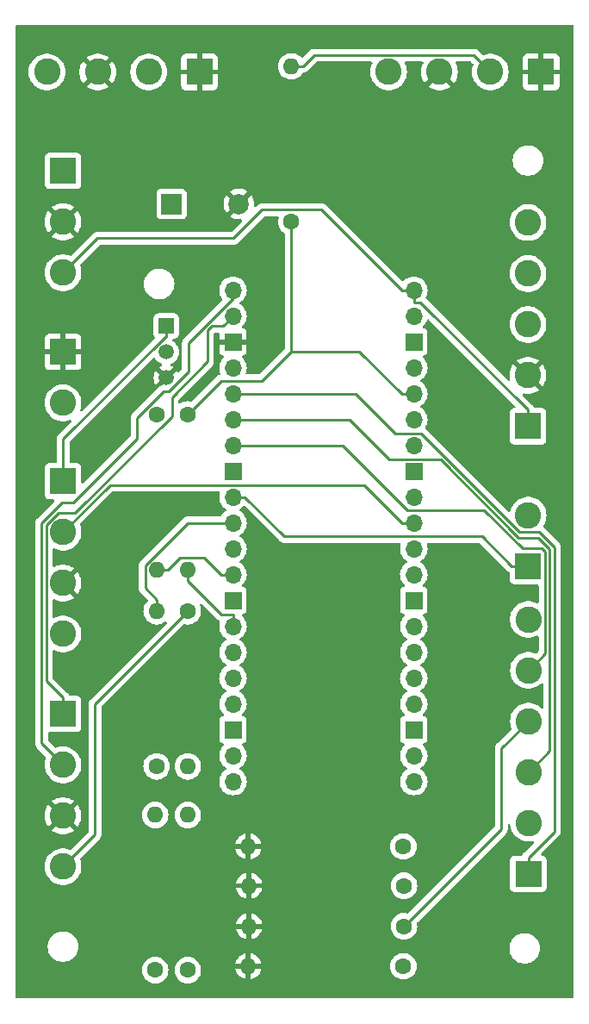
<source format=gbr>
%TF.GenerationSoftware,KiCad,Pcbnew,(7.0.0)*%
%TF.CreationDate,2023-04-02T16:17:38+02:00*%
%TF.ProjectId,W5100S-EVB-Pico-Breakout,57353130-3053-42d4-9556-422d5069636f,rev?*%
%TF.SameCoordinates,Original*%
%TF.FileFunction,Copper,L2,Bot*%
%TF.FilePolarity,Positive*%
%FSLAX46Y46*%
G04 Gerber Fmt 4.6, Leading zero omitted, Abs format (unit mm)*
G04 Created by KiCad (PCBNEW (7.0.0)) date 2023-04-02 16:17:38*
%MOMM*%
%LPD*%
G01*
G04 APERTURE LIST*
%TA.AperFunction,ComponentPad*%
%ADD10C,1.600000*%
%TD*%
%TA.AperFunction,ComponentPad*%
%ADD11O,1.600000X1.600000*%
%TD*%
%TA.AperFunction,ComponentPad*%
%ADD12R,2.600000X2.600000*%
%TD*%
%TA.AperFunction,ComponentPad*%
%ADD13C,2.600000*%
%TD*%
%TA.AperFunction,ComponentPad*%
%ADD14O,1.700000X1.700000*%
%TD*%
%TA.AperFunction,ComponentPad*%
%ADD15R,1.700000X1.700000*%
%TD*%
%TA.AperFunction,ComponentPad*%
%ADD16R,2.000000X2.000000*%
%TD*%
%TA.AperFunction,ComponentPad*%
%ADD17C,2.000000*%
%TD*%
%TA.AperFunction,ComponentPad*%
%ADD18R,1.500000X1.500000*%
%TD*%
%TA.AperFunction,ComponentPad*%
%ADD19C,1.500000*%
%TD*%
%TA.AperFunction,Conductor*%
%ADD20C,0.250000*%
%TD*%
G04 APERTURE END LIST*
D10*
%TO.P,R2,1*%
%TO.N,+3.3V*%
X98106500Y-77318900D03*
D11*
%TO.P,R2,2*%
%TO.N,GPIO9*%
X98106499Y-92558899D03*
%TD*%
D12*
%TO.P,Reedswitch_3_en_1,1,Pin_1*%
%TO.N,GND*%
X135915599Y-43625499D03*
D13*
%TO.P,Reedswitch_3_en_1,2,Pin_2*%
%TO.N,GPIO11*%
X130915600Y-43625500D03*
%TO.P,Reedswitch_3_en_1,3,Pin_3*%
%TO.N,GND*%
X125915600Y-43625500D03*
%TO.P,Reedswitch_3_en_1,4,Pin_4*%
%TO.N,GPIO10*%
X120915600Y-43625500D03*
%TD*%
D10*
%TO.P,R5,1*%
%TO.N,+5V*%
X98106500Y-111836600D03*
D11*
%TO.P,R5,2*%
%TO.N,GPIO7*%
X98106499Y-96596599D03*
%TD*%
D14*
%TO.P,U1,1,GPIO0*%
%TO.N,GPIO0*%
X105611099Y-65058899D03*
%TO.P,U1,2,GPIO1*%
%TO.N,GPIO1*%
X105611099Y-67598899D03*
D15*
%TO.P,U1,3,GND*%
%TO.N,GND*%
X105611099Y-70138899D03*
D14*
%TO.P,U1,4,GPIO2*%
%TO.N,GPIO2*%
X105611099Y-72678899D03*
%TO.P,U1,5,GPIO3*%
%TO.N,GPIO3*%
X105611099Y-75218899D03*
%TO.P,U1,6,GPIO4*%
%TO.N,GPIO4*%
X105611099Y-77758899D03*
%TO.P,U1,7,GPIO5*%
%TO.N,GPIO5*%
X105611099Y-80298899D03*
D15*
%TO.P,U1,8,GND*%
%TO.N,unconnected-(U1-GND-Pad8)*%
X105611099Y-82838899D03*
D14*
%TO.P,U1,9,GPIO6*%
%TO.N,GPIO6*%
X105611099Y-85378899D03*
%TO.P,U1,10,GPIO7*%
%TO.N,GPIO7*%
X105611099Y-87918899D03*
%TO.P,U1,11,GPIO8*%
%TO.N,GPIO8*%
X105611099Y-90458899D03*
%TO.P,U1,12,GPIO9*%
%TO.N,GPIO9*%
X105611099Y-92998899D03*
D15*
%TO.P,U1,13,GND*%
%TO.N,unconnected-(U1-GND-Pad13)*%
X105611099Y-95538899D03*
D14*
%TO.P,U1,14,GPIO10*%
%TO.N,GPIO10*%
X105611099Y-98078899D03*
%TO.P,U1,15,GPIO11*%
%TO.N,GPIO11*%
X105611099Y-100618899D03*
%TO.P,U1,16,GPIO12*%
%TO.N,unconnected-(U1-GPIO12-Pad16)*%
X105611099Y-103158899D03*
%TO.P,U1,17,GPIO13*%
%TO.N,GPIO13*%
X105611099Y-105698899D03*
D15*
%TO.P,U1,18,GND*%
%TO.N,unconnected-(U1-GND-Pad18)*%
X105611099Y-108238899D03*
D14*
%TO.P,U1,19,GPIO14*%
%TO.N,GPIO14*%
X105611099Y-110778899D03*
%TO.P,U1,20,GPIO15*%
%TO.N,GPIO15*%
X105611099Y-113318899D03*
%TO.P,U1,21,GPIO16*%
%TO.N,unconnected-(U1-GPIO16-Pad21)*%
X123391099Y-113318899D03*
%TO.P,U1,22,GPIO17*%
%TO.N,GPIO22*%
X123391099Y-110778899D03*
D15*
%TO.P,U1,23,GND*%
%TO.N,unconnected-(U1-GND-Pad23)*%
X123391099Y-108238899D03*
D14*
%TO.P,U1,24,GPIO18*%
%TO.N,unconnected-(U1-GPIO18-Pad24)*%
X123391099Y-105698899D03*
%TO.P,U1,25,GPIO19*%
%TO.N,unconnected-(U1-GPIO19-Pad25)*%
X123391099Y-103158899D03*
%TO.P,U1,26,GPIO20*%
%TO.N,unconnected-(U1-GPIO20-Pad26)*%
X123391099Y-100618899D03*
%TO.P,U1,27,GPIO21*%
%TO.N,unconnected-(U1-GPIO21-Pad27)*%
X123391099Y-98078899D03*
D15*
%TO.P,U1,28,GND*%
%TO.N,unconnected-(U1-GND-Pad28)*%
X123391099Y-95538899D03*
D14*
%TO.P,U1,29,GPIO22*%
%TO.N,unconnected-(U1-GPIO22-Pad29)*%
X123391099Y-92998899D03*
%TO.P,U1,30,RUN*%
%TO.N,unconnected-(U1-RUN-Pad30)*%
X123391099Y-90458899D03*
%TO.P,U1,31,GPIO26_ADC0*%
%TO.N,GPIO26*%
X123391099Y-87918899D03*
%TO.P,U1,32,GPIO27_ADC1*%
%TO.N,unconnected-(U1-GPIO27_ADC1-Pad32)*%
X123391099Y-85378899D03*
D15*
%TO.P,U1,33,AGND*%
%TO.N,unconnected-(U1-AGND-Pad33)*%
X123391099Y-82838899D03*
D14*
%TO.P,U1,34,GPIO28_ADC2*%
%TO.N,unconnected-(U1-GPIO28_ADC2-Pad34)*%
X123391099Y-80298899D03*
%TO.P,U1,35,ADC_VREF*%
%TO.N,unconnected-(U1-ADC_VREF-Pad35)*%
X123391099Y-77758899D03*
%TO.P,U1,36,3V3*%
%TO.N,+3.3V*%
X123391099Y-75218899D03*
%TO.P,U1,37,3V3_EN*%
%TO.N,unconnected-(U1-3V3_EN-Pad37)*%
X123391099Y-72678899D03*
D15*
%TO.P,U1,38,GND*%
%TO.N,unconnected-(U1-GND-Pad38)*%
X123391099Y-70138899D03*
D14*
%TO.P,U1,39,VSYS*%
%TO.N,unconnected-(U1-VSYS-Pad39)*%
X123391099Y-67598899D03*
%TO.P,U1,40,VBUS*%
%TO.N,+5V*%
X123391099Y-65058899D03*
%TD*%
D10*
%TO.P,R9,1*%
%TO.N,+3.3V*%
X97967200Y-131848400D03*
D11*
%TO.P,R9,2*%
%TO.N,GPIO26*%
X97967199Y-116608399D03*
%TD*%
D10*
%TO.P,R3,1*%
%TO.N,+3.3V*%
X101166300Y-77260600D03*
D11*
%TO.P,R3,2*%
%TO.N,GPIO10*%
X101166299Y-92500599D03*
%TD*%
D16*
%TO.P,BZ1,1,-*%
%TO.N,GPIO2*%
X99584599Y-56585489D03*
D17*
%TO.P,BZ1,2,+*%
%TO.N,GND*%
X106184600Y-56585490D03*
%TD*%
D12*
%TO.P,Led4,1,Pin_1*%
%TO.N,GPIO6*%
X134642699Y-92165199D03*
D13*
%TO.P,Led4,2,Pin_2*%
%TO.N,Net-(Led4-Pin_2)*%
X134642700Y-87165200D03*
%TD*%
D18*
%TO.P,Q1,1,C*%
%TO.N,Net-(PIR1-Pin_1)*%
X99059999Y-68579999D03*
D19*
%TO.P,Q1,2,B*%
%TO.N,Net-(Q1-B)*%
X99060000Y-71120000D03*
%TO.P,Q1,3,E*%
%TO.N,GND*%
X99060000Y-73660000D03*
%TD*%
D12*
%TO.P,PIR1,1,Pin_1*%
%TO.N,Net-(PIR1-Pin_1)*%
X88899999Y-83819999D03*
D13*
%TO.P,PIR1,2,Pin_2*%
%TO.N,GPIO26*%
X88900000Y-88820000D03*
%TO.P,PIR1,3,Pin_3*%
%TO.N,GND*%
X88900000Y-93820000D03*
%TO.P,PIR1,4,Pin_4*%
%TO.N,+12V*%
X88900000Y-98820000D03*
%TD*%
D12*
%TO.P,NPM_Sensor1,1,Pin_1*%
%TO.N,GPIO7*%
X88899999Y-53339999D03*
D13*
%TO.P,NPM_Sensor1,2,Pin_2*%
%TO.N,GND*%
X88900000Y-58340000D03*
%TO.P,NPM_Sensor1,3,Pin_3*%
%TO.N,+5V*%
X88900000Y-63340000D03*
%TD*%
D10*
%TO.P,R1,1*%
%TO.N,+3.3V*%
X101166300Y-96596600D03*
D11*
%TO.P,R1,2*%
%TO.N,GPIO8*%
X101166299Y-111836599D03*
%TD*%
D10*
%TO.P,R4,1*%
%TO.N,+3.3V*%
X111349100Y-58311200D03*
D11*
%TO.P,R4,2*%
%TO.N,GPIO11*%
X111349099Y-43071199D03*
%TD*%
D12*
%TO.P,Temperatuur_BME1,1,Pin_1*%
%TO.N,GPIO1*%
X88899999Y-106679999D03*
D13*
%TO.P,Temperatuur_BME1,2,Pin_2*%
%TO.N,GPIO0*%
X88900000Y-111680000D03*
%TO.P,Temperatuur_BME1,3,Pin_3*%
%TO.N,GND*%
X88900000Y-116680000D03*
%TO.P,Temperatuur_BME1,4,Pin_4*%
%TO.N,+3.3V*%
X88900000Y-121680000D03*
%TD*%
D10*
%TO.P,R10,1*%
%TO.N,GPIO22*%
X101166300Y-131848400D03*
D11*
%TO.P,R10,2*%
%TO.N,Net-(Q1-B)*%
X101166299Y-116608399D03*
%TD*%
D10*
%TO.P,R6,1*%
%TO.N,Net-(J1-Pin_2)*%
X122364800Y-131466300D03*
D11*
%TO.P,R6,2*%
%TO.N,GND*%
X107124799Y-131466299D03*
%TD*%
D12*
%TO.P,12V_voeding_in1,1,Pin_1*%
%TO.N,GND*%
X88899999Y-71119999D03*
D13*
%TO.P,12V_voeding_in1,2,Pin_2*%
%TO.N,+12V*%
X88900000Y-76120000D03*
%TD*%
D12*
%TO.P,J1,1,Pin_1*%
%TO.N,GPIO3*%
X134658599Y-122396699D03*
D13*
%TO.P,J1,2,Pin_2*%
%TO.N,Net-(J1-Pin_2)*%
X134658600Y-117396700D03*
%TO.P,J1,3,Pin_3*%
%TO.N,GPIO4*%
X134658600Y-112396700D03*
%TO.P,J1,4,Pin_4*%
%TO.N,Net-(J1-Pin_4)*%
X134658600Y-107396700D03*
%TO.P,J1,5,Pin_5*%
%TO.N,GPIO5*%
X134658600Y-102396700D03*
%TO.P,J1,6,Pin_6*%
%TO.N,Net-(J1-Pin_6)*%
X134658600Y-97396700D03*
%TD*%
D12*
%TO.P,NFC_Reader1,1,Pin_1*%
%TO.N,+5V*%
X134619999Y-78419999D03*
D13*
%TO.P,NFC_Reader1,2,Pin_2*%
%TO.N,GND*%
X134620000Y-73420000D03*
%TO.P,NFC_Reader1,3,Pin_3*%
%TO.N,GPIO14*%
X134620000Y-68420000D03*
%TO.P,NFC_Reader1,4,Pin_4*%
%TO.N,GPIO15*%
X134620000Y-63420000D03*
%TO.P,NFC_Reader1,5,Pin_5*%
%TO.N,GPIO13*%
X134620000Y-58420000D03*
%TD*%
D10*
%TO.P,R11,1*%
%TO.N,Net-(Led4-Pin_2)*%
X122364800Y-119693700D03*
D11*
%TO.P,R11,2*%
%TO.N,GND*%
X107124799Y-119693699D03*
%TD*%
D10*
%TO.P,R8,1*%
%TO.N,Net-(J1-Pin_6)*%
X122430200Y-123552500D03*
D11*
%TO.P,R8,2*%
%TO.N,GND*%
X107190199Y-123552499D03*
%TD*%
D10*
%TO.P,R7,1*%
%TO.N,Net-(J1-Pin_4)*%
X122430200Y-127542100D03*
D11*
%TO.P,R7,2*%
%TO.N,GND*%
X107190199Y-127542099D03*
%TD*%
D12*
%TO.P,Reedswitch_1_en_1,1,Pin_1*%
%TO.N,GND*%
X102323899Y-43625499D03*
D13*
%TO.P,Reedswitch_1_en_1,2,Pin_2*%
%TO.N,GPIO9*%
X97323900Y-43625500D03*
%TO.P,Reedswitch_1_en_1,3,Pin_3*%
%TO.N,GND*%
X92323900Y-43625500D03*
%TO.P,Reedswitch_1_en_1,4,Pin_4*%
%TO.N,GPIO8*%
X87323900Y-43625500D03*
%TD*%
D20*
%TO.N,+3.3V*%
X92049900Y-118530100D02*
X88900000Y-121680000D01*
X108459000Y-73948900D02*
X111349100Y-71058800D01*
X92049900Y-105713000D02*
X92049900Y-118530100D01*
X111349100Y-71058800D02*
X111349100Y-58311200D01*
X101166300Y-96596600D02*
X92049900Y-105713000D01*
X111349100Y-71058800D02*
X118055700Y-71058800D01*
X123391100Y-75218900D02*
X122215800Y-75218900D01*
X101166300Y-77260600D02*
X104478000Y-73948900D01*
X104478000Y-73948900D02*
X108459000Y-73948900D01*
X118055700Y-71058800D02*
X122215800Y-75218900D01*
%TO.N,GPIO10*%
X104444000Y-96903600D02*
X101166300Y-93625900D01*
X105611100Y-98078900D02*
X105611100Y-96903600D01*
X105611100Y-96903600D02*
X104444000Y-96903600D01*
X101166300Y-92500600D02*
X101166300Y-93625900D01*
%TO.N,GPIO26*%
X88900000Y-88820000D02*
X93527000Y-84193000D01*
X123391100Y-87918900D02*
X122215800Y-87918900D01*
X93527000Y-84193000D02*
X118489900Y-84193000D01*
X118489900Y-84193000D02*
X122215800Y-87918900D01*
%TO.N,+5V*%
X123391100Y-65058900D02*
X122215800Y-65058900D01*
X114329800Y-57172900D02*
X108459900Y-57172900D01*
X134620000Y-78420000D02*
X134620000Y-76794700D01*
X108459900Y-57172900D02*
X105667400Y-59965400D01*
X122215800Y-65058900D02*
X114329800Y-57172900D01*
X92274600Y-59965400D02*
X88900000Y-63340000D01*
X124059500Y-66234200D02*
X123391100Y-66234200D01*
X105667400Y-59965400D02*
X92274600Y-59965400D01*
X123391100Y-65058900D02*
X123391100Y-66234200D01*
X134620000Y-76794700D02*
X124059500Y-66234200D01*
%TO.N,GPIO7*%
X101140500Y-87918900D02*
X105611100Y-87918900D01*
X96976900Y-94341700D02*
X96976900Y-92082500D01*
X96976900Y-92082500D02*
X101140500Y-87918900D01*
X98106500Y-95471300D02*
X96976900Y-94341700D01*
X98106500Y-96596600D02*
X98106500Y-95471300D01*
%TO.N,GPIO3*%
X134658600Y-122396700D02*
X134658600Y-120771400D01*
X137203000Y-118227000D02*
X134658600Y-120771400D01*
X121555500Y-79123600D02*
X124119300Y-79123600D01*
X137203000Y-90287700D02*
X137203000Y-118227000D01*
X117650800Y-75218900D02*
X121555500Y-79123600D01*
X133786300Y-88790600D02*
X135705900Y-88790600D01*
X105611100Y-75218900D02*
X117650800Y-75218900D01*
X124119300Y-79123600D02*
X133786300Y-88790600D01*
X135705900Y-88790600D02*
X137203000Y-90287700D01*
%TO.N,GPIO4*%
X136748500Y-90493600D02*
X135613600Y-89358700D01*
X120965200Y-81663500D02*
X117060600Y-77758900D01*
X117060600Y-77758900D02*
X105611100Y-77758900D01*
X134658600Y-112396700D02*
X136748500Y-110306800D01*
X136748500Y-110306800D02*
X136748500Y-90493600D01*
X133717500Y-89358700D02*
X126022300Y-81663500D01*
X126022300Y-81663500D02*
X120965200Y-81663500D01*
X135613600Y-89358700D02*
X133717500Y-89358700D01*
%TO.N,GPIO5*%
X135980900Y-90435600D02*
X136298100Y-90752800D01*
X134094400Y-90435600D02*
X135980900Y-90435600D01*
X130307700Y-86648900D02*
X134094400Y-90435600D01*
X116410900Y-80298900D02*
X122760900Y-86648900D01*
X105611100Y-80298900D02*
X116410900Y-80298900D01*
X136298100Y-90752800D02*
X136298100Y-100757200D01*
X122760900Y-86648900D02*
X130307700Y-86648900D01*
X136298100Y-100757200D02*
X134658600Y-102396700D01*
%TO.N,GPIO6*%
X105611100Y-85378900D02*
X106786400Y-85378900D01*
X106786400Y-85378900D02*
X110653100Y-89245600D01*
X110653100Y-89245600D02*
X130097800Y-89245600D01*
X130097800Y-89245600D02*
X133017400Y-92165200D01*
X134642700Y-92165200D02*
X133017400Y-92165200D01*
%TO.N,GPIO9*%
X100415400Y-91375300D02*
X102812200Y-91375300D01*
X105611100Y-92998900D02*
X104435800Y-92998900D01*
X98106500Y-92558900D02*
X99231800Y-92558900D01*
X102812200Y-91375300D02*
X104435800Y-92998900D01*
X99231800Y-92558900D02*
X100415400Y-91375300D01*
%TO.N,GPIO0*%
X88900000Y-111680000D02*
X86801200Y-109581200D01*
X89913300Y-85896900D02*
X96170100Y-79640100D01*
X105611100Y-65866900D02*
X105611100Y-65058900D01*
X101237400Y-70240600D02*
X105611100Y-65866900D01*
X86801200Y-109581200D02*
X86801200Y-87922300D01*
X98755600Y-75027200D02*
X99273000Y-75027200D01*
X88826600Y-85896900D02*
X89913300Y-85896900D01*
X101237400Y-73062800D02*
X101237400Y-70240600D01*
X99273000Y-75027200D02*
X101237400Y-73062800D01*
X96170100Y-79640100D02*
X96170100Y-77612700D01*
X86801200Y-87922300D02*
X88826600Y-85896900D01*
X96170100Y-77612700D02*
X98755600Y-75027200D01*
%TO.N,GPIO1*%
X103534396Y-68580000D02*
X104630000Y-68580000D01*
X88900000Y-105054700D02*
X87251600Y-103406300D01*
X87251600Y-88108800D02*
X88430200Y-86930200D01*
X103113335Y-69001061D02*
X103534396Y-68580000D01*
X87251600Y-103406300D02*
X87251600Y-88108800D01*
X103113335Y-72072965D02*
X103113335Y-69001061D01*
X90086800Y-86930200D02*
X99607300Y-77409700D01*
X99607300Y-77409700D02*
X99607300Y-75579000D01*
X88900000Y-106680000D02*
X88900000Y-105054700D01*
X104630000Y-68580000D02*
X105611100Y-67598900D01*
X99607300Y-75579000D02*
X103113335Y-72072965D01*
X88430200Y-86930200D02*
X90086800Y-86930200D01*
%TO.N,GPIO11*%
X130915600Y-43625500D02*
X129260600Y-41970500D01*
X113575100Y-41970500D02*
X112474400Y-43071200D01*
X111349100Y-43071200D02*
X112474400Y-43071200D01*
X129260600Y-41970500D02*
X113575100Y-41970500D01*
%TO.N,Net-(PIR1-Pin_1)*%
X88900000Y-83820000D02*
X88900000Y-79680900D01*
X98925600Y-69655300D02*
X99060000Y-69655300D01*
X88900000Y-79680900D02*
X98925600Y-69655300D01*
X99060000Y-68580000D02*
X99060000Y-69655300D01*
%TO.N,Net-(J1-Pin_4)*%
X131996000Y-110059300D02*
X134658600Y-107396700D01*
X131996000Y-117976300D02*
X131996000Y-110059300D01*
X122430200Y-127542100D02*
X131996000Y-117976300D01*
%TD*%
%TA.AperFunction,Conductor*%
%TO.N,GND*%
G36*
X139072904Y-39046630D02*
G01*
X139118291Y-39092017D01*
X139134904Y-39154017D01*
X139134904Y-134495500D01*
X139118291Y-134557500D01*
X139072904Y-134602887D01*
X139010904Y-134619500D01*
X84336920Y-134619500D01*
X84274920Y-134602887D01*
X84229533Y-134557500D01*
X84212920Y-134495500D01*
X84212920Y-131848400D01*
X96661732Y-131848400D01*
X96681565Y-132075092D01*
X96682962Y-132080307D01*
X96682964Y-132080316D01*
X96739058Y-132289663D01*
X96739061Y-132289671D01*
X96740461Y-132294896D01*
X96742749Y-132299803D01*
X96742750Y-132299805D01*
X96743309Y-132301003D01*
X96836632Y-132501134D01*
X96967153Y-132687539D01*
X97128061Y-132848447D01*
X97314466Y-132978968D01*
X97520704Y-133075139D01*
X97740508Y-133134035D01*
X97967200Y-133153868D01*
X98193892Y-133134035D01*
X98413696Y-133075139D01*
X98619934Y-132978968D01*
X98806339Y-132848447D01*
X98967247Y-132687539D01*
X99097768Y-132501134D01*
X99193939Y-132294896D01*
X99252835Y-132075092D01*
X99272668Y-131848400D01*
X99860832Y-131848400D01*
X99880665Y-132075092D01*
X99882062Y-132080307D01*
X99882064Y-132080316D01*
X99938158Y-132289663D01*
X99938161Y-132289671D01*
X99939561Y-132294896D01*
X99941849Y-132299803D01*
X99941850Y-132299805D01*
X99942409Y-132301003D01*
X100035732Y-132501134D01*
X100166253Y-132687539D01*
X100327161Y-132848447D01*
X100513566Y-132978968D01*
X100719804Y-133075139D01*
X100939608Y-133134035D01*
X101166300Y-133153868D01*
X101392992Y-133134035D01*
X101612796Y-133075139D01*
X101819034Y-132978968D01*
X102005439Y-132848447D01*
X102166347Y-132687539D01*
X102296868Y-132501134D01*
X102393039Y-132294896D01*
X102451935Y-132075092D01*
X102471768Y-131848400D01*
X102460434Y-131718851D01*
X105849252Y-131718851D01*
X105849620Y-131730080D01*
X105897130Y-131907392D01*
X105900822Y-131917534D01*
X105992379Y-132113880D01*
X105997767Y-132123212D01*
X106122032Y-132300681D01*
X106128969Y-132308947D01*
X106282152Y-132462130D01*
X106290418Y-132469067D01*
X106467887Y-132593332D01*
X106477219Y-132598720D01*
X106673565Y-132690277D01*
X106683707Y-132693969D01*
X106861019Y-132741479D01*
X106872248Y-132741847D01*
X106874800Y-132730905D01*
X107374800Y-132730905D01*
X107377351Y-132741847D01*
X107388580Y-132741479D01*
X107565892Y-132693969D01*
X107576034Y-132690277D01*
X107772380Y-132598720D01*
X107781712Y-132593332D01*
X107959181Y-132469067D01*
X107967447Y-132462130D01*
X108120630Y-132308947D01*
X108127567Y-132300681D01*
X108251832Y-132123212D01*
X108257220Y-132113880D01*
X108348777Y-131917534D01*
X108352469Y-131907392D01*
X108399979Y-131730080D01*
X108400347Y-131718851D01*
X108389405Y-131716300D01*
X107391126Y-131716300D01*
X107378250Y-131719750D01*
X107374800Y-131732626D01*
X107374800Y-132730905D01*
X106874800Y-132730905D01*
X106874800Y-131732626D01*
X106871349Y-131719750D01*
X106858474Y-131716300D01*
X105860195Y-131716300D01*
X105849252Y-131718851D01*
X102460434Y-131718851D01*
X102451935Y-131621708D01*
X102410294Y-131466300D01*
X121059332Y-131466300D01*
X121079165Y-131692992D01*
X121080562Y-131698207D01*
X121080564Y-131698216D01*
X121136658Y-131907563D01*
X121136661Y-131907571D01*
X121138061Y-131912796D01*
X121234232Y-132119034D01*
X121364753Y-132305439D01*
X121525661Y-132466347D01*
X121712066Y-132596868D01*
X121918304Y-132693039D01*
X121923534Y-132694440D01*
X121923536Y-132694441D01*
X122099085Y-132741479D01*
X122138108Y-132751935D01*
X122364800Y-132771768D01*
X122591492Y-132751935D01*
X122811296Y-132693039D01*
X123017534Y-132596868D01*
X123203939Y-132466347D01*
X123364847Y-132305439D01*
X123495368Y-132119034D01*
X123591539Y-131912796D01*
X123650435Y-131692992D01*
X123670268Y-131466300D01*
X123650435Y-131239608D01*
X123608367Y-131082607D01*
X123592941Y-131025036D01*
X123592940Y-131025034D01*
X123591539Y-131019804D01*
X123495368Y-130813566D01*
X123364847Y-130627161D01*
X123203939Y-130466253D01*
X123017534Y-130335732D01*
X122952945Y-130305613D01*
X122816205Y-130241850D01*
X122816203Y-130241849D01*
X122811296Y-130239561D01*
X122806071Y-130238161D01*
X122806063Y-130238158D01*
X122596716Y-130182064D01*
X122596707Y-130182062D01*
X122591492Y-130180665D01*
X122586104Y-130180193D01*
X122586101Y-130180193D01*
X122370195Y-130161304D01*
X122364800Y-130160832D01*
X122359405Y-130161304D01*
X122143498Y-130180193D01*
X122143493Y-130180193D01*
X122138108Y-130180665D01*
X122132894Y-130182062D01*
X122132883Y-130182064D01*
X121923536Y-130238158D01*
X121923524Y-130238162D01*
X121918304Y-130239561D01*
X121913399Y-130241847D01*
X121913394Y-130241850D01*
X121716976Y-130333442D01*
X121716972Y-130333444D01*
X121712066Y-130335732D01*
X121707633Y-130338835D01*
X121707626Y-130338840D01*
X121530096Y-130463147D01*
X121530091Y-130463150D01*
X121525661Y-130466253D01*
X121521837Y-130470076D01*
X121521831Y-130470082D01*
X121368582Y-130623331D01*
X121368576Y-130623337D01*
X121364753Y-130627161D01*
X121361650Y-130631591D01*
X121361647Y-130631596D01*
X121237340Y-130809126D01*
X121237335Y-130809133D01*
X121234232Y-130813566D01*
X121231944Y-130818472D01*
X121231942Y-130818476D01*
X121140350Y-131014894D01*
X121140347Y-131014899D01*
X121138061Y-131019804D01*
X121136662Y-131025024D01*
X121136658Y-131025036D01*
X121080564Y-131234383D01*
X121080562Y-131234394D01*
X121079165Y-131239608D01*
X121059332Y-131466300D01*
X102410294Y-131466300D01*
X102393039Y-131401904D01*
X102305300Y-131213748D01*
X105849252Y-131213748D01*
X105860195Y-131216300D01*
X106858474Y-131216300D01*
X106871349Y-131212849D01*
X106874800Y-131199974D01*
X107374800Y-131199974D01*
X107378250Y-131212849D01*
X107391126Y-131216300D01*
X108389405Y-131216300D01*
X108400347Y-131213748D01*
X108399979Y-131202519D01*
X108352469Y-131025207D01*
X108348777Y-131015065D01*
X108257220Y-130818719D01*
X108251832Y-130809387D01*
X108127567Y-130631918D01*
X108120630Y-130623652D01*
X107967447Y-130470469D01*
X107959181Y-130463532D01*
X107781712Y-130339267D01*
X107772380Y-130333879D01*
X107576034Y-130242322D01*
X107565892Y-130238630D01*
X107388580Y-130191120D01*
X107377351Y-130190752D01*
X107374800Y-130201695D01*
X107374800Y-131199974D01*
X106874800Y-131199974D01*
X106874800Y-130201695D01*
X106872248Y-130190752D01*
X106861019Y-130191120D01*
X106683707Y-130238630D01*
X106673565Y-130242322D01*
X106477219Y-130333879D01*
X106467887Y-130339267D01*
X106290418Y-130463532D01*
X106282152Y-130470469D01*
X106128969Y-130623652D01*
X106122032Y-130631918D01*
X105997767Y-130809387D01*
X105992379Y-130818719D01*
X105900822Y-131015065D01*
X105897130Y-131025207D01*
X105849620Y-131202519D01*
X105849252Y-131213748D01*
X102305300Y-131213748D01*
X102296868Y-131195666D01*
X102166347Y-131009261D01*
X102005439Y-130848353D01*
X101819034Y-130717832D01*
X101647760Y-130637965D01*
X101617705Y-130623950D01*
X101617703Y-130623949D01*
X101612796Y-130621661D01*
X101607571Y-130620261D01*
X101607563Y-130620258D01*
X101398216Y-130564164D01*
X101398207Y-130564162D01*
X101392992Y-130562765D01*
X101387604Y-130562293D01*
X101387601Y-130562293D01*
X101171695Y-130543404D01*
X101166300Y-130542932D01*
X101160905Y-130543404D01*
X100944998Y-130562293D01*
X100944993Y-130562293D01*
X100939608Y-130562765D01*
X100934394Y-130564162D01*
X100934383Y-130564164D01*
X100725036Y-130620258D01*
X100725024Y-130620262D01*
X100719804Y-130621661D01*
X100714899Y-130623947D01*
X100714894Y-130623950D01*
X100518476Y-130715542D01*
X100518472Y-130715544D01*
X100513566Y-130717832D01*
X100509133Y-130720935D01*
X100509126Y-130720940D01*
X100331596Y-130845247D01*
X100331591Y-130845250D01*
X100327161Y-130848353D01*
X100323337Y-130852176D01*
X100323331Y-130852182D01*
X100170082Y-131005431D01*
X100170076Y-131005437D01*
X100166253Y-131009261D01*
X100163150Y-131013691D01*
X100163147Y-131013696D01*
X100038840Y-131191226D01*
X100038835Y-131191233D01*
X100035732Y-131195666D01*
X100033444Y-131200572D01*
X100033442Y-131200576D01*
X99941850Y-131396994D01*
X99941847Y-131396999D01*
X99939561Y-131401904D01*
X99938162Y-131407124D01*
X99938158Y-131407136D01*
X99882064Y-131616483D01*
X99882062Y-131616494D01*
X99880665Y-131621708D01*
X99880193Y-131627093D01*
X99880193Y-131627098D01*
X99870961Y-131732626D01*
X99860832Y-131848400D01*
X99272668Y-131848400D01*
X99252835Y-131621708D01*
X99193939Y-131401904D01*
X99097768Y-131195666D01*
X98967247Y-131009261D01*
X98806339Y-130848353D01*
X98619934Y-130717832D01*
X98448660Y-130637965D01*
X98418605Y-130623950D01*
X98418603Y-130623949D01*
X98413696Y-130621661D01*
X98408471Y-130620261D01*
X98408463Y-130620258D01*
X98199116Y-130564164D01*
X98199107Y-130564162D01*
X98193892Y-130562765D01*
X98188504Y-130562293D01*
X98188501Y-130562293D01*
X97972595Y-130543404D01*
X97967200Y-130542932D01*
X97961805Y-130543404D01*
X97745898Y-130562293D01*
X97745893Y-130562293D01*
X97740508Y-130562765D01*
X97735294Y-130564162D01*
X97735283Y-130564164D01*
X97525936Y-130620258D01*
X97525924Y-130620262D01*
X97520704Y-130621661D01*
X97515799Y-130623947D01*
X97515794Y-130623950D01*
X97319376Y-130715542D01*
X97319372Y-130715544D01*
X97314466Y-130717832D01*
X97310033Y-130720935D01*
X97310026Y-130720940D01*
X97132496Y-130845247D01*
X97132491Y-130845250D01*
X97128061Y-130848353D01*
X97124237Y-130852176D01*
X97124231Y-130852182D01*
X96970982Y-131005431D01*
X96970976Y-131005437D01*
X96967153Y-131009261D01*
X96964050Y-131013691D01*
X96964047Y-131013696D01*
X96839740Y-131191226D01*
X96839735Y-131191233D01*
X96836632Y-131195666D01*
X96834344Y-131200572D01*
X96834342Y-131200576D01*
X96742750Y-131396994D01*
X96742747Y-131396999D01*
X96740461Y-131401904D01*
X96739062Y-131407124D01*
X96739058Y-131407136D01*
X96682964Y-131616483D01*
X96682962Y-131616494D01*
X96681565Y-131621708D01*
X96681093Y-131627093D01*
X96681093Y-131627098D01*
X96671861Y-131732626D01*
X96661732Y-131848400D01*
X84212920Y-131848400D01*
X84212920Y-129540000D01*
X87394357Y-129540000D01*
X87394781Y-129545117D01*
X87414467Y-129782701D01*
X87414468Y-129782709D01*
X87414892Y-129787821D01*
X87416149Y-129792788D01*
X87416151Y-129792795D01*
X87456495Y-129952106D01*
X87475937Y-130028881D01*
X87477997Y-130033577D01*
X87573766Y-130251910D01*
X87573769Y-130251916D01*
X87575827Y-130256607D01*
X87578627Y-130260893D01*
X87578631Y-130260900D01*
X87629552Y-130338840D01*
X87711836Y-130464785D01*
X87715310Y-130468559D01*
X87715311Y-130468560D01*
X87876784Y-130643967D01*
X87876787Y-130643970D01*
X87880256Y-130647738D01*
X88076491Y-130800474D01*
X88295190Y-130918828D01*
X88530386Y-130999571D01*
X88775665Y-131040500D01*
X89019201Y-131040500D01*
X89024335Y-131040500D01*
X89269614Y-130999571D01*
X89504810Y-130918828D01*
X89723509Y-130800474D01*
X89919744Y-130647738D01*
X90088164Y-130464785D01*
X90224173Y-130256607D01*
X90324063Y-130028881D01*
X90385108Y-129787821D01*
X90391606Y-129709405D01*
X132789050Y-129709405D01*
X132789474Y-129714522D01*
X132809160Y-129952106D01*
X132809161Y-129952114D01*
X132809585Y-129957226D01*
X132810842Y-129962193D01*
X132810844Y-129962200D01*
X132861145Y-130160832D01*
X132870630Y-130198286D01*
X132872690Y-130202982D01*
X132968459Y-130421315D01*
X132968462Y-130421321D01*
X132970520Y-130426012D01*
X132973320Y-130430298D01*
X132973324Y-130430305D01*
X133059865Y-130562765D01*
X133106529Y-130634190D01*
X133110003Y-130637964D01*
X133110004Y-130637965D01*
X133271477Y-130813372D01*
X133271480Y-130813375D01*
X133274949Y-130817143D01*
X133471184Y-130969879D01*
X133689883Y-131088233D01*
X133925079Y-131168976D01*
X134170358Y-131209905D01*
X134413894Y-131209905D01*
X134419028Y-131209905D01*
X134664307Y-131168976D01*
X134899503Y-131088233D01*
X135118202Y-130969879D01*
X135314437Y-130817143D01*
X135482857Y-130634190D01*
X135618866Y-130426012D01*
X135718756Y-130198286D01*
X135779801Y-129957226D01*
X135800336Y-129709405D01*
X135779801Y-129461584D01*
X135718756Y-129220524D01*
X135618866Y-128992798D01*
X135482857Y-128784620D01*
X135468330Y-128768839D01*
X135317908Y-128605437D01*
X135317904Y-128605434D01*
X135314437Y-128601667D01*
X135118202Y-128448931D01*
X135094367Y-128436032D01*
X134904009Y-128333015D01*
X134904003Y-128333012D01*
X134899503Y-128330577D01*
X134894662Y-128328915D01*
X134894655Y-128328912D01*
X134669158Y-128251499D01*
X134669154Y-128251498D01*
X134664307Y-128249834D01*
X134655461Y-128248357D01*
X134424091Y-128209749D01*
X134424080Y-128209748D01*
X134419028Y-128208905D01*
X134170358Y-128208905D01*
X134165306Y-128209748D01*
X134165294Y-128209749D01*
X133930136Y-128248990D01*
X133930134Y-128248990D01*
X133925079Y-128249834D01*
X133920234Y-128251497D01*
X133920227Y-128251499D01*
X133694730Y-128328912D01*
X133694719Y-128328916D01*
X133689883Y-128330577D01*
X133685386Y-128333010D01*
X133685376Y-128333015D01*
X133475695Y-128446489D01*
X133475688Y-128446493D01*
X133471184Y-128448931D01*
X133467141Y-128452077D01*
X133467133Y-128452083D01*
X133278997Y-128598516D01*
X133274949Y-128601667D01*
X133271486Y-128605428D01*
X133271477Y-128605437D01*
X133110004Y-128780844D01*
X133109998Y-128780851D01*
X133106529Y-128784620D01*
X133103724Y-128788911D01*
X133103721Y-128788917D01*
X132973324Y-128988504D01*
X132973317Y-128988516D01*
X132970520Y-128992798D01*
X132968465Y-128997482D01*
X132968459Y-128997494D01*
X132872690Y-129215827D01*
X132870630Y-129220524D01*
X132869372Y-129225489D01*
X132869371Y-129225494D01*
X132810844Y-129456609D01*
X132810842Y-129456618D01*
X132809585Y-129461584D01*
X132809161Y-129466693D01*
X132809160Y-129466703D01*
X132803511Y-129534883D01*
X132789050Y-129709405D01*
X90391606Y-129709405D01*
X90405643Y-129540000D01*
X90385108Y-129292179D01*
X90324063Y-129051119D01*
X90224173Y-128823393D01*
X90213270Y-128806705D01*
X90125700Y-128672668D01*
X90088164Y-128615215D01*
X90075692Y-128601667D01*
X89923215Y-128436032D01*
X89923211Y-128436029D01*
X89919744Y-128432262D01*
X89723509Y-128279526D01*
X89671720Y-128251499D01*
X89509316Y-128163610D01*
X89509310Y-128163607D01*
X89504810Y-128161172D01*
X89499969Y-128159510D01*
X89499962Y-128159507D01*
X89274465Y-128082094D01*
X89274461Y-128082093D01*
X89269614Y-128080429D01*
X89260768Y-128078952D01*
X89029398Y-128040344D01*
X89029387Y-128040343D01*
X89024335Y-128039500D01*
X88775665Y-128039500D01*
X88770613Y-128040343D01*
X88770601Y-128040344D01*
X88535443Y-128079585D01*
X88535441Y-128079585D01*
X88530386Y-128080429D01*
X88525541Y-128082092D01*
X88525534Y-128082094D01*
X88300037Y-128159507D01*
X88300026Y-128159511D01*
X88295190Y-128161172D01*
X88290693Y-128163605D01*
X88290683Y-128163610D01*
X88081002Y-128277084D01*
X88080995Y-128277088D01*
X88076491Y-128279526D01*
X88072448Y-128282672D01*
X88072440Y-128282678D01*
X87884304Y-128429111D01*
X87880256Y-128432262D01*
X87876793Y-128436023D01*
X87876784Y-128436032D01*
X87715311Y-128611439D01*
X87715305Y-128611446D01*
X87711836Y-128615215D01*
X87709031Y-128619506D01*
X87709028Y-128619512D01*
X87578631Y-128819099D01*
X87578624Y-128819111D01*
X87575827Y-128823393D01*
X87573772Y-128828077D01*
X87573766Y-128828089D01*
X87500236Y-128995722D01*
X87475937Y-129051119D01*
X87474679Y-129056084D01*
X87474678Y-129056089D01*
X87416151Y-129287204D01*
X87416149Y-129287213D01*
X87414892Y-129292179D01*
X87414468Y-129297288D01*
X87414467Y-129297298D01*
X87394781Y-129534883D01*
X87394357Y-129540000D01*
X84212920Y-129540000D01*
X84212920Y-127794651D01*
X105914652Y-127794651D01*
X105915020Y-127805880D01*
X105962530Y-127983192D01*
X105966222Y-127993334D01*
X106057779Y-128189680D01*
X106063167Y-128199012D01*
X106187432Y-128376481D01*
X106194369Y-128384747D01*
X106347552Y-128537930D01*
X106355818Y-128544867D01*
X106533287Y-128669132D01*
X106542619Y-128674520D01*
X106738965Y-128766077D01*
X106749107Y-128769769D01*
X106926419Y-128817279D01*
X106937648Y-128817647D01*
X106940200Y-128806705D01*
X107440200Y-128806705D01*
X107442751Y-128817647D01*
X107453980Y-128817279D01*
X107631292Y-128769769D01*
X107641434Y-128766077D01*
X107837780Y-128674520D01*
X107847112Y-128669132D01*
X108024581Y-128544867D01*
X108032847Y-128537930D01*
X108186030Y-128384747D01*
X108192967Y-128376481D01*
X108317232Y-128199012D01*
X108322620Y-128189680D01*
X108414177Y-127993334D01*
X108417869Y-127983192D01*
X108465379Y-127805880D01*
X108465747Y-127794651D01*
X108454805Y-127792100D01*
X107456526Y-127792100D01*
X107443650Y-127795550D01*
X107440200Y-127808426D01*
X107440200Y-128806705D01*
X106940200Y-128806705D01*
X106940200Y-127808426D01*
X106936749Y-127795550D01*
X106923874Y-127792100D01*
X105925595Y-127792100D01*
X105914652Y-127794651D01*
X84212920Y-127794651D01*
X84212920Y-127289548D01*
X105914652Y-127289548D01*
X105925595Y-127292100D01*
X106923874Y-127292100D01*
X106936749Y-127288649D01*
X106940200Y-127275774D01*
X107440200Y-127275774D01*
X107443650Y-127288649D01*
X107456526Y-127292100D01*
X108454805Y-127292100D01*
X108465747Y-127289548D01*
X108465379Y-127278319D01*
X108417869Y-127101007D01*
X108414177Y-127090865D01*
X108322620Y-126894519D01*
X108317232Y-126885187D01*
X108192967Y-126707718D01*
X108186030Y-126699452D01*
X108032847Y-126546269D01*
X108024581Y-126539332D01*
X107847112Y-126415067D01*
X107837780Y-126409679D01*
X107641434Y-126318122D01*
X107631292Y-126314430D01*
X107453980Y-126266920D01*
X107442751Y-126266552D01*
X107440200Y-126277495D01*
X107440200Y-127275774D01*
X106940200Y-127275774D01*
X106940200Y-126277495D01*
X106937648Y-126266552D01*
X106926419Y-126266920D01*
X106749107Y-126314430D01*
X106738965Y-126318122D01*
X106542619Y-126409679D01*
X106533287Y-126415067D01*
X106355818Y-126539332D01*
X106347552Y-126546269D01*
X106194369Y-126699452D01*
X106187432Y-126707718D01*
X106063167Y-126885187D01*
X106057779Y-126894519D01*
X105966222Y-127090865D01*
X105962530Y-127101007D01*
X105915020Y-127278319D01*
X105914652Y-127289548D01*
X84212920Y-127289548D01*
X84212920Y-123805051D01*
X105914652Y-123805051D01*
X105915020Y-123816280D01*
X105962530Y-123993592D01*
X105966222Y-124003734D01*
X106057779Y-124200080D01*
X106063167Y-124209412D01*
X106187432Y-124386881D01*
X106194369Y-124395147D01*
X106347552Y-124548330D01*
X106355818Y-124555267D01*
X106533287Y-124679532D01*
X106542619Y-124684920D01*
X106738965Y-124776477D01*
X106749107Y-124780169D01*
X106926419Y-124827679D01*
X106937648Y-124828047D01*
X106940200Y-124817105D01*
X107440200Y-124817105D01*
X107442751Y-124828047D01*
X107453980Y-124827679D01*
X107631292Y-124780169D01*
X107641434Y-124776477D01*
X107837780Y-124684920D01*
X107847112Y-124679532D01*
X108024581Y-124555267D01*
X108032847Y-124548330D01*
X108186030Y-124395147D01*
X108192967Y-124386881D01*
X108317232Y-124209412D01*
X108322620Y-124200080D01*
X108414177Y-124003734D01*
X108417869Y-123993592D01*
X108465379Y-123816280D01*
X108465747Y-123805051D01*
X108454805Y-123802500D01*
X107456526Y-123802500D01*
X107443650Y-123805950D01*
X107440200Y-123818826D01*
X107440200Y-124817105D01*
X106940200Y-124817105D01*
X106940200Y-123818826D01*
X106936749Y-123805950D01*
X106923874Y-123802500D01*
X105925595Y-123802500D01*
X105914652Y-123805051D01*
X84212920Y-123805051D01*
X84212920Y-123552500D01*
X121124732Y-123552500D01*
X121125204Y-123557895D01*
X121141825Y-123747880D01*
X121144565Y-123779192D01*
X121145962Y-123784407D01*
X121145964Y-123784416D01*
X121202058Y-123993763D01*
X121202061Y-123993771D01*
X121203461Y-123998996D01*
X121299632Y-124205234D01*
X121430153Y-124391639D01*
X121591061Y-124552547D01*
X121777466Y-124683068D01*
X121983704Y-124779239D01*
X121988934Y-124780640D01*
X121988936Y-124780641D01*
X122164485Y-124827679D01*
X122203508Y-124838135D01*
X122430200Y-124857968D01*
X122656892Y-124838135D01*
X122876696Y-124779239D01*
X123082934Y-124683068D01*
X123269339Y-124552547D01*
X123430247Y-124391639D01*
X123560768Y-124205234D01*
X123656939Y-123998996D01*
X123715835Y-123779192D01*
X123735668Y-123552500D01*
X123715835Y-123325808D01*
X123656939Y-123106004D01*
X123560768Y-122899766D01*
X123430247Y-122713361D01*
X123269339Y-122552453D01*
X123082934Y-122421932D01*
X122876696Y-122325761D01*
X122871471Y-122324361D01*
X122871463Y-122324358D01*
X122662116Y-122268264D01*
X122662107Y-122268262D01*
X122656892Y-122266865D01*
X122651504Y-122266393D01*
X122651501Y-122266393D01*
X122435595Y-122247504D01*
X122430200Y-122247032D01*
X122424805Y-122247504D01*
X122208898Y-122266393D01*
X122208893Y-122266393D01*
X122203508Y-122266865D01*
X122198294Y-122268262D01*
X122198283Y-122268264D01*
X121988936Y-122324358D01*
X121988924Y-122324362D01*
X121983704Y-122325761D01*
X121978799Y-122328047D01*
X121978794Y-122328050D01*
X121782376Y-122419642D01*
X121782372Y-122419644D01*
X121777466Y-122421932D01*
X121773033Y-122425035D01*
X121773026Y-122425040D01*
X121595496Y-122549347D01*
X121595491Y-122549350D01*
X121591061Y-122552453D01*
X121587237Y-122556276D01*
X121587231Y-122556282D01*
X121433982Y-122709531D01*
X121433976Y-122709537D01*
X121430153Y-122713361D01*
X121427050Y-122717791D01*
X121427047Y-122717796D01*
X121302740Y-122895326D01*
X121302735Y-122895333D01*
X121299632Y-122899766D01*
X121297344Y-122904672D01*
X121297342Y-122904676D01*
X121205750Y-123101094D01*
X121205747Y-123101099D01*
X121203461Y-123106004D01*
X121202062Y-123111224D01*
X121202058Y-123111236D01*
X121145964Y-123320583D01*
X121145962Y-123320594D01*
X121144565Y-123325808D01*
X121144093Y-123331193D01*
X121144093Y-123331198D01*
X121131092Y-123479808D01*
X121124732Y-123552500D01*
X84212920Y-123552500D01*
X84212920Y-118118350D01*
X87818604Y-118118350D01*
X87826150Y-118126408D01*
X87993641Y-118240601D01*
X88001662Y-118245232D01*
X88236362Y-118358258D01*
X88244973Y-118361638D01*
X88493908Y-118438424D01*
X88502924Y-118440482D01*
X88760523Y-118479308D01*
X88769746Y-118480000D01*
X89030254Y-118480000D01*
X89039476Y-118479308D01*
X89297075Y-118440482D01*
X89306091Y-118438424D01*
X89555027Y-118361637D01*
X89563637Y-118358258D01*
X89798340Y-118245231D01*
X89806359Y-118240601D01*
X89973846Y-118126409D01*
X89981394Y-118118350D01*
X89975477Y-118109030D01*
X88911542Y-117045095D01*
X88899999Y-117038431D01*
X88888457Y-117045095D01*
X87824521Y-118109030D01*
X87818604Y-118118350D01*
X84212920Y-118118350D01*
X84212920Y-116684630D01*
X87095300Y-116684630D01*
X87114767Y-116944399D01*
X87116146Y-116953552D01*
X87174111Y-117207515D01*
X87176844Y-117216375D01*
X87272011Y-117458856D01*
X87276030Y-117467202D01*
X87406278Y-117692798D01*
X87411496Y-117700450D01*
X87451379Y-117750462D01*
X87462615Y-117758435D01*
X87474674Y-117751771D01*
X88534904Y-116691542D01*
X88541568Y-116680000D01*
X89258431Y-116680000D01*
X89265095Y-116691542D01*
X90325325Y-117751772D01*
X90337382Y-117758436D01*
X90348619Y-117750463D01*
X90388507Y-117700445D01*
X90393719Y-117692800D01*
X90523969Y-117467202D01*
X90527988Y-117458856D01*
X90623155Y-117216375D01*
X90625888Y-117207515D01*
X90683853Y-116953552D01*
X90685232Y-116944399D01*
X90704700Y-116684630D01*
X90704700Y-116675370D01*
X90685232Y-116415600D01*
X90683853Y-116406447D01*
X90625888Y-116152484D01*
X90623155Y-116143624D01*
X90527988Y-115901143D01*
X90523969Y-115892797D01*
X90393721Y-115667201D01*
X90388503Y-115659549D01*
X90348619Y-115609536D01*
X90337382Y-115601562D01*
X90325325Y-115608226D01*
X89265095Y-116668457D01*
X89258431Y-116680000D01*
X88541568Y-116680000D01*
X88534904Y-116668457D01*
X87474674Y-115608227D01*
X87462615Y-115601562D01*
X87451380Y-115609534D01*
X87411488Y-115659558D01*
X87406282Y-115667195D01*
X87276030Y-115892797D01*
X87272011Y-115901143D01*
X87176844Y-116143624D01*
X87174111Y-116152484D01*
X87116146Y-116406447D01*
X87114767Y-116415600D01*
X87095300Y-116675370D01*
X87095300Y-116684630D01*
X84212920Y-116684630D01*
X84212920Y-115241648D01*
X87818603Y-115241648D01*
X87824519Y-115250966D01*
X88888457Y-116314904D01*
X88899999Y-116321568D01*
X88911542Y-116314904D01*
X89975477Y-115250968D01*
X89981394Y-115241648D01*
X89973846Y-115233589D01*
X89806360Y-115119398D01*
X89798340Y-115114768D01*
X89563637Y-115001741D01*
X89555027Y-114998362D01*
X89306091Y-114921575D01*
X89297075Y-114919517D01*
X89039476Y-114880691D01*
X89030254Y-114880000D01*
X88769746Y-114880000D01*
X88760523Y-114880691D01*
X88502924Y-114919517D01*
X88493908Y-114921575D01*
X88244973Y-114998361D01*
X88236362Y-115001741D01*
X88001660Y-115114768D01*
X87993639Y-115119399D01*
X87826151Y-115233590D01*
X87818603Y-115241648D01*
X84212920Y-115241648D01*
X84212920Y-87902496D01*
X86171040Y-87902496D01*
X86171774Y-87910261D01*
X86171774Y-87910264D01*
X86175150Y-87945976D01*
X86175700Y-87957645D01*
X86175700Y-109503425D01*
X86175178Y-109514480D01*
X86173527Y-109521867D01*
X86173771Y-109529653D01*
X86173771Y-109529661D01*
X86175639Y-109589073D01*
X86175700Y-109592968D01*
X86175700Y-109620550D01*
X86176188Y-109624419D01*
X86176189Y-109624425D01*
X86176204Y-109624543D01*
X86177118Y-109636166D01*
X86178245Y-109672030D01*
X86178246Y-109672037D01*
X86178491Y-109679827D01*
X86180667Y-109687319D01*
X86180668Y-109687321D01*
X86184079Y-109699062D01*
X86188025Y-109718115D01*
X86190536Y-109737992D01*
X86193406Y-109745242D01*
X86193408Y-109745248D01*
X86206614Y-109778604D01*
X86210397Y-109789651D01*
X86222582Y-109831590D01*
X86226553Y-109838305D01*
X86226554Y-109838307D01*
X86232781Y-109848837D01*
X86241336Y-109866299D01*
X86245842Y-109877680D01*
X86245843Y-109877683D01*
X86248714Y-109884932D01*
X86265110Y-109907499D01*
X86274381Y-109920260D01*
X86280793Y-109930022D01*
X86299056Y-109960902D01*
X86299059Y-109960907D01*
X86303030Y-109967620D01*
X86308545Y-109973135D01*
X86317190Y-109981780D01*
X86329826Y-109996574D01*
X86337019Y-110006475D01*
X86337023Y-110006479D01*
X86341606Y-110012787D01*
X86347615Y-110017758D01*
X86347616Y-110017759D01*
X86375258Y-110040626D01*
X86383899Y-110048489D01*
X87204222Y-110868813D01*
X87230804Y-110908328D01*
X87240531Y-110954948D01*
X87231970Y-111001795D01*
X87176363Y-111143480D01*
X87174666Y-111147805D01*
X87173634Y-111152323D01*
X87173633Y-111152329D01*
X87115648Y-111406377D01*
X87115646Y-111406385D01*
X87114617Y-111410897D01*
X87114270Y-111415516D01*
X87114270Y-111415522D01*
X87097009Y-111645866D01*
X87094451Y-111680000D01*
X87094798Y-111684631D01*
X87108616Y-111869033D01*
X87114617Y-111949103D01*
X87115647Y-111953616D01*
X87115648Y-111953622D01*
X87159298Y-112144865D01*
X87174666Y-112212195D01*
X87176362Y-112216518D01*
X87176363Y-112216519D01*
X87204419Y-112288005D01*
X87273257Y-112463398D01*
X87408185Y-112697102D01*
X87576439Y-112908085D01*
X87654105Y-112980148D01*
X87759849Y-113078265D01*
X87774259Y-113091635D01*
X87997226Y-113243651D01*
X88240359Y-113360738D01*
X88244787Y-113362103D01*
X88244790Y-113362105D01*
X88369293Y-113400509D01*
X88498228Y-113440280D01*
X88765071Y-113480500D01*
X89030292Y-113480500D01*
X89034929Y-113480500D01*
X89301772Y-113440280D01*
X89559641Y-113360738D01*
X89802775Y-113243651D01*
X90025741Y-113091635D01*
X90223561Y-112908085D01*
X90391815Y-112697102D01*
X90526743Y-112463398D01*
X90625334Y-112212195D01*
X90685383Y-111949103D01*
X90705549Y-111680000D01*
X90685383Y-111410897D01*
X90625334Y-111147805D01*
X90526743Y-110896602D01*
X90391815Y-110662898D01*
X90223561Y-110451915D01*
X90076257Y-110315237D01*
X90029146Y-110271524D01*
X90029143Y-110271521D01*
X90025741Y-110268365D01*
X90021912Y-110265754D01*
X90021909Y-110265752D01*
X89806610Y-110118964D01*
X89802775Y-110116349D01*
X89761830Y-110096631D01*
X89563820Y-110001274D01*
X89563814Y-110001271D01*
X89559641Y-109999262D01*
X89555219Y-109997898D01*
X89555209Y-109997894D01*
X89306202Y-109921086D01*
X89306196Y-109921084D01*
X89301772Y-109919720D01*
X89297195Y-109919030D01*
X89297186Y-109919028D01*
X89039514Y-109880191D01*
X89039513Y-109880190D01*
X89034929Y-109879500D01*
X88765071Y-109879500D01*
X88760487Y-109880190D01*
X88760485Y-109880191D01*
X88502813Y-109919028D01*
X88502801Y-109919030D01*
X88498228Y-109919720D01*
X88493806Y-109921083D01*
X88493797Y-109921086D01*
X88244789Y-109997895D01*
X88244782Y-109997897D01*
X88240359Y-109999262D01*
X88227487Y-110005460D01*
X88178325Y-110017651D01*
X88128388Y-110009166D01*
X88086010Y-109981419D01*
X87463019Y-109358428D01*
X87436139Y-109318200D01*
X87426700Y-109270747D01*
X87426700Y-108604423D01*
X87444444Y-108540503D01*
X87492598Y-108494878D01*
X87552127Y-108481761D01*
X87552127Y-108480500D01*
X90247872Y-108480499D01*
X90307483Y-108474091D01*
X90442331Y-108423796D01*
X90557546Y-108337546D01*
X90643796Y-108222331D01*
X90694091Y-108087483D01*
X90700500Y-108027873D01*
X90700499Y-105332128D01*
X90694091Y-105272517D01*
X90643796Y-105137669D01*
X90557546Y-105022454D01*
X90549767Y-105016631D01*
X90449431Y-104941519D01*
X90449430Y-104941518D01*
X90442331Y-104936204D01*
X90307483Y-104885909D01*
X90299770Y-104885079D01*
X90299767Y-104885079D01*
X90251180Y-104879855D01*
X90251169Y-104879854D01*
X90247873Y-104879500D01*
X90244551Y-104879500D01*
X89591543Y-104879500D01*
X89544692Y-104870308D01*
X89504787Y-104844096D01*
X89479480Y-104807277D01*
X89478618Y-104804310D01*
X89468417Y-104787060D01*
X89459863Y-104769601D01*
X89452486Y-104750968D01*
X89426808Y-104715625D01*
X89420401Y-104705871D01*
X89402142Y-104674996D01*
X89402141Y-104674994D01*
X89398170Y-104668280D01*
X89384005Y-104654115D01*
X89371370Y-104639322D01*
X89359594Y-104623113D01*
X89353583Y-104618140D01*
X89353581Y-104618138D01*
X89325941Y-104595273D01*
X89317300Y-104587410D01*
X87913419Y-103183528D01*
X87886539Y-103143300D01*
X87877100Y-103095847D01*
X87877100Y-100523146D01*
X87892572Y-100463165D01*
X87935128Y-100418152D01*
X87994148Y-100399341D01*
X88054900Y-100411425D01*
X88240359Y-100500738D01*
X88244787Y-100502103D01*
X88244790Y-100502105D01*
X88369293Y-100540509D01*
X88498228Y-100580280D01*
X88765071Y-100620500D01*
X89030292Y-100620500D01*
X89034929Y-100620500D01*
X89301772Y-100580280D01*
X89559641Y-100500738D01*
X89802775Y-100383651D01*
X90025741Y-100231635D01*
X90223561Y-100048085D01*
X90391815Y-99837102D01*
X90526743Y-99603398D01*
X90625334Y-99352195D01*
X90685383Y-99089103D01*
X90705549Y-98820000D01*
X90685383Y-98550897D01*
X90625334Y-98287805D01*
X90526743Y-98036602D01*
X90391815Y-97802898D01*
X90223561Y-97591915D01*
X90087792Y-97465940D01*
X90029146Y-97411524D01*
X90029143Y-97411521D01*
X90025741Y-97408365D01*
X90021912Y-97405754D01*
X90021909Y-97405752D01*
X89806610Y-97258964D01*
X89802775Y-97256349D01*
X89788208Y-97249334D01*
X89563820Y-97141274D01*
X89563814Y-97141271D01*
X89559641Y-97139262D01*
X89555219Y-97137898D01*
X89555209Y-97137894D01*
X89306202Y-97061086D01*
X89306196Y-97061084D01*
X89301772Y-97059720D01*
X89297195Y-97059030D01*
X89297186Y-97059028D01*
X89039514Y-97020191D01*
X89039513Y-97020190D01*
X89034929Y-97019500D01*
X88765071Y-97019500D01*
X88760487Y-97020190D01*
X88760485Y-97020191D01*
X88502813Y-97059028D01*
X88502801Y-97059030D01*
X88498228Y-97059720D01*
X88493806Y-97061083D01*
X88493797Y-97061086D01*
X88244790Y-97137894D01*
X88244775Y-97137899D01*
X88240359Y-97139262D01*
X88236185Y-97141271D01*
X88236180Y-97141274D01*
X88162338Y-97176835D01*
X88054900Y-97228574D01*
X87994148Y-97240659D01*
X87935128Y-97221848D01*
X87892572Y-97176835D01*
X87877100Y-97116854D01*
X87877100Y-95522591D01*
X87892572Y-95462610D01*
X87935128Y-95417597D01*
X87994147Y-95398786D01*
X88054902Y-95410871D01*
X88236363Y-95498258D01*
X88244973Y-95501638D01*
X88493908Y-95578424D01*
X88502924Y-95580482D01*
X88760523Y-95619308D01*
X88769746Y-95620000D01*
X89030254Y-95620000D01*
X89039476Y-95619308D01*
X89297075Y-95580482D01*
X89306091Y-95578424D01*
X89555027Y-95501637D01*
X89563637Y-95498258D01*
X89798340Y-95385231D01*
X89806359Y-95380601D01*
X89973846Y-95266409D01*
X89981394Y-95258350D01*
X89975477Y-95249030D01*
X88634128Y-93907681D01*
X88602034Y-93852094D01*
X88602034Y-93819999D01*
X89258431Y-93819999D01*
X89265095Y-93831542D01*
X90325325Y-94891772D01*
X90337382Y-94898436D01*
X90348619Y-94890463D01*
X90388507Y-94840445D01*
X90393719Y-94832800D01*
X90523969Y-94607202D01*
X90527988Y-94598856D01*
X90623155Y-94356375D01*
X90625888Y-94347515D01*
X90683853Y-94093552D01*
X90685232Y-94084399D01*
X90704700Y-93824630D01*
X90704700Y-93815370D01*
X90685232Y-93555600D01*
X90683853Y-93546447D01*
X90625888Y-93292484D01*
X90623155Y-93283624D01*
X90527988Y-93041143D01*
X90523969Y-93032797D01*
X90393721Y-92807201D01*
X90388503Y-92799549D01*
X90348619Y-92749536D01*
X90337382Y-92741562D01*
X90325325Y-92748226D01*
X89265095Y-93808457D01*
X89258431Y-93819999D01*
X88602034Y-93819999D01*
X88602034Y-93787906D01*
X88634128Y-93732319D01*
X88900000Y-93466447D01*
X89975477Y-92390968D01*
X89981394Y-92381648D01*
X89973846Y-92373589D01*
X89806360Y-92259398D01*
X89798340Y-92254768D01*
X89563637Y-92141741D01*
X89555027Y-92138362D01*
X89306091Y-92061575D01*
X89297075Y-92059517D01*
X89039476Y-92020691D01*
X89030254Y-92020000D01*
X88769746Y-92020000D01*
X88760523Y-92020691D01*
X88502924Y-92059517D01*
X88493908Y-92061575D01*
X88244973Y-92138361D01*
X88236363Y-92141741D01*
X88054902Y-92229129D01*
X87994147Y-92241214D01*
X87935128Y-92222403D01*
X87892572Y-92177390D01*
X87877100Y-92117409D01*
X87877100Y-90523146D01*
X87892572Y-90463165D01*
X87935128Y-90418152D01*
X87994148Y-90399341D01*
X88054900Y-90411425D01*
X88240359Y-90500738D01*
X88244787Y-90502103D01*
X88244790Y-90502105D01*
X88313004Y-90523146D01*
X88498228Y-90580280D01*
X88765071Y-90620500D01*
X89030292Y-90620500D01*
X89034929Y-90620500D01*
X89301772Y-90580280D01*
X89559641Y-90500738D01*
X89802775Y-90383651D01*
X90025741Y-90231635D01*
X90223561Y-90048085D01*
X90391815Y-89837102D01*
X90526743Y-89603398D01*
X90625334Y-89352195D01*
X90685383Y-89089103D01*
X90705549Y-88820000D01*
X90685383Y-88550897D01*
X90625334Y-88287805D01*
X90568028Y-88141795D01*
X90559467Y-88094949D01*
X90569194Y-88048328D01*
X90595773Y-88008816D01*
X93749771Y-84854819D01*
X93790000Y-84827939D01*
X93837453Y-84818500D01*
X104201518Y-84818500D01*
X104256362Y-84831288D01*
X104299894Y-84867013D01*
X104323135Y-84918309D01*
X104321293Y-84974593D01*
X104277437Y-85138265D01*
X104277435Y-85138271D01*
X104276037Y-85143492D01*
X104275565Y-85148877D01*
X104275565Y-85148882D01*
X104257618Y-85354019D01*
X104255441Y-85378900D01*
X104255913Y-85384295D01*
X104274920Y-85601549D01*
X104276037Y-85614308D01*
X104277436Y-85619530D01*
X104277437Y-85619534D01*
X104335794Y-85837330D01*
X104335797Y-85837338D01*
X104337197Y-85842563D01*
X104339485Y-85847470D01*
X104339486Y-85847472D01*
X104434778Y-86051827D01*
X104434781Y-86051833D01*
X104437065Y-86056730D01*
X104440164Y-86061157D01*
X104440166Y-86061159D01*
X104569499Y-86245866D01*
X104569502Y-86245870D01*
X104572605Y-86250301D01*
X104739699Y-86417395D01*
X104744132Y-86420499D01*
X104744138Y-86420504D01*
X104925258Y-86547325D01*
X104964124Y-86591643D01*
X104978135Y-86648900D01*
X104964124Y-86706157D01*
X104925259Y-86750475D01*
X104744141Y-86877295D01*
X104739699Y-86880405D01*
X104735875Y-86884228D01*
X104735869Y-86884234D01*
X104576434Y-87043669D01*
X104576428Y-87043675D01*
X104572605Y-87047499D01*
X104569502Y-87051929D01*
X104569499Y-87051934D01*
X104437449Y-87240523D01*
X104393131Y-87279389D01*
X104335874Y-87293400D01*
X101218275Y-87293400D01*
X101207219Y-87292878D01*
X101199833Y-87291227D01*
X101192045Y-87291471D01*
X101192038Y-87291471D01*
X101132613Y-87293339D01*
X101128719Y-87293400D01*
X101101150Y-87293400D01*
X101097294Y-87293886D01*
X101097291Y-87293887D01*
X101097235Y-87293894D01*
X101097162Y-87293903D01*
X101085544Y-87294817D01*
X101049665Y-87295945D01*
X101049664Y-87295945D01*
X101041873Y-87296190D01*
X101034388Y-87298364D01*
X101034384Y-87298365D01*
X101022625Y-87301781D01*
X101003587Y-87305723D01*
X100991449Y-87307257D01*
X100991441Y-87307258D01*
X100983708Y-87308236D01*
X100976460Y-87311105D01*
X100976454Y-87311107D01*
X100943097Y-87324313D01*
X100932054Y-87328094D01*
X100897600Y-87338105D01*
X100897594Y-87338107D01*
X100890110Y-87340282D01*
X100883398Y-87344251D01*
X100883396Y-87344252D01*
X100872864Y-87350480D01*
X100855404Y-87359034D01*
X100844019Y-87363542D01*
X100844013Y-87363544D01*
X100836768Y-87366414D01*
X100830463Y-87370994D01*
X100830455Y-87370999D01*
X100801432Y-87392085D01*
X100791674Y-87398495D01*
X100760796Y-87416757D01*
X100760790Y-87416761D01*
X100754080Y-87420730D01*
X100748567Y-87426241D01*
X100748560Y-87426248D01*
X100739910Y-87434898D01*
X100725127Y-87447524D01*
X100715226Y-87454717D01*
X100715216Y-87454726D01*
X100708913Y-87459306D01*
X100703944Y-87465311D01*
X100703941Y-87465315D01*
X100681072Y-87492959D01*
X100673211Y-87501597D01*
X96589596Y-91585211D01*
X96581411Y-91592659D01*
X96575023Y-91596714D01*
X96569688Y-91602394D01*
X96569683Y-91602399D01*
X96528996Y-91645725D01*
X96526292Y-91648516D01*
X96509528Y-91665280D01*
X96509521Y-91665287D01*
X96506780Y-91668029D01*
X96504400Y-91671096D01*
X96504389Y-91671109D01*
X96504300Y-91671225D01*
X96496742Y-91680070D01*
X96472180Y-91706227D01*
X96472173Y-91706236D01*
X96466838Y-91711918D01*
X96463082Y-91718749D01*
X96463079Y-91718754D01*
X96457185Y-91729475D01*
X96446509Y-91745727D01*
X96439009Y-91755396D01*
X96439001Y-91755407D01*
X96434227Y-91761564D01*
X96431134Y-91768708D01*
X96431129Y-91768719D01*
X96416874Y-91801660D01*
X96411738Y-91812143D01*
X96394460Y-91843573D01*
X96390703Y-91850408D01*
X96388764Y-91857956D01*
X96388763Y-91857961D01*
X96385722Y-91869807D01*
X96379421Y-91888211D01*
X96374558Y-91899448D01*
X96374556Y-91899452D01*
X96371462Y-91906604D01*
X96370242Y-91914303D01*
X96370242Y-91914305D01*
X96364629Y-91949741D01*
X96362261Y-91961176D01*
X96353338Y-91995928D01*
X96353336Y-91995936D01*
X96351400Y-92003481D01*
X96351400Y-92011277D01*
X96351400Y-92023517D01*
X96349874Y-92042902D01*
X96346740Y-92062696D01*
X96347474Y-92070461D01*
X96347474Y-92070464D01*
X96350850Y-92106176D01*
X96351400Y-92117845D01*
X96351400Y-94263925D01*
X96350878Y-94274980D01*
X96349227Y-94282367D01*
X96349471Y-94290153D01*
X96349471Y-94290161D01*
X96351339Y-94349573D01*
X96351400Y-94353468D01*
X96351400Y-94381050D01*
X96351888Y-94384919D01*
X96351889Y-94384925D01*
X96351904Y-94385043D01*
X96352818Y-94396666D01*
X96353945Y-94432530D01*
X96353946Y-94432537D01*
X96354191Y-94440327D01*
X96356367Y-94447819D01*
X96356368Y-94447821D01*
X96359779Y-94459562D01*
X96363725Y-94478615D01*
X96366236Y-94498492D01*
X96369106Y-94505742D01*
X96369108Y-94505748D01*
X96382314Y-94539104D01*
X96386097Y-94550151D01*
X96398282Y-94592090D01*
X96402253Y-94598805D01*
X96402254Y-94598807D01*
X96408481Y-94609337D01*
X96417036Y-94626799D01*
X96421542Y-94638180D01*
X96421543Y-94638183D01*
X96424414Y-94645432D01*
X96446340Y-94675612D01*
X96450081Y-94680760D01*
X96456493Y-94690522D01*
X96474756Y-94721402D01*
X96474759Y-94721407D01*
X96478730Y-94728120D01*
X96484245Y-94733635D01*
X96492890Y-94742280D01*
X96505526Y-94757074D01*
X96512719Y-94766975D01*
X96512723Y-94766979D01*
X96517306Y-94773287D01*
X96523315Y-94778258D01*
X96523316Y-94778259D01*
X96550958Y-94801126D01*
X96559599Y-94808989D01*
X97219581Y-95468971D01*
X97251675Y-95524558D01*
X97251675Y-95588746D01*
X97219581Y-95644333D01*
X97110282Y-95753631D01*
X97110276Y-95753637D01*
X97106453Y-95757461D01*
X97103350Y-95761891D01*
X97103347Y-95761896D01*
X96979040Y-95939426D01*
X96979035Y-95939433D01*
X96975932Y-95943866D01*
X96973644Y-95948772D01*
X96973642Y-95948776D01*
X96882050Y-96145194D01*
X96882047Y-96145199D01*
X96879761Y-96150104D01*
X96878362Y-96155324D01*
X96878358Y-96155336D01*
X96822264Y-96364683D01*
X96822262Y-96364694D01*
X96820865Y-96369908D01*
X96820393Y-96375293D01*
X96820393Y-96375298D01*
X96810475Y-96488667D01*
X96801032Y-96596600D01*
X96801504Y-96601995D01*
X96814606Y-96751758D01*
X96820865Y-96823292D01*
X96822262Y-96828507D01*
X96822264Y-96828516D01*
X96878358Y-97037863D01*
X96878361Y-97037871D01*
X96879761Y-97043096D01*
X96975932Y-97249334D01*
X96979039Y-97253771D01*
X96979040Y-97253773D01*
X97061094Y-97370959D01*
X97106453Y-97435739D01*
X97267361Y-97596647D01*
X97453766Y-97727168D01*
X97660004Y-97823339D01*
X97665234Y-97824740D01*
X97665236Y-97824741D01*
X97874583Y-97880835D01*
X97879808Y-97882235D01*
X98106500Y-97902068D01*
X98333192Y-97882235D01*
X98552996Y-97823339D01*
X98759234Y-97727168D01*
X98905487Y-97624760D01*
X98962213Y-97603175D01*
X99022390Y-97611098D01*
X99071598Y-97646631D01*
X99098046Y-97701262D01*
X99095399Y-97761901D01*
X99064289Y-97814018D01*
X91662596Y-105215711D01*
X91654411Y-105223159D01*
X91648023Y-105227214D01*
X91642688Y-105232894D01*
X91642683Y-105232899D01*
X91601996Y-105276225D01*
X91599292Y-105279016D01*
X91582528Y-105295780D01*
X91582521Y-105295787D01*
X91579780Y-105298529D01*
X91577400Y-105301596D01*
X91577389Y-105301609D01*
X91577300Y-105301725D01*
X91569742Y-105310570D01*
X91545180Y-105336727D01*
X91545173Y-105336736D01*
X91539838Y-105342418D01*
X91536082Y-105349249D01*
X91536079Y-105349254D01*
X91530185Y-105359975D01*
X91519509Y-105376227D01*
X91512009Y-105385896D01*
X91512001Y-105385907D01*
X91507227Y-105392064D01*
X91504134Y-105399208D01*
X91504129Y-105399219D01*
X91489874Y-105432160D01*
X91484738Y-105442643D01*
X91473277Y-105463492D01*
X91463703Y-105480908D01*
X91461764Y-105488456D01*
X91461763Y-105488461D01*
X91458722Y-105500307D01*
X91452421Y-105518711D01*
X91447558Y-105529948D01*
X91447556Y-105529952D01*
X91444462Y-105537104D01*
X91443242Y-105544803D01*
X91443242Y-105544805D01*
X91437629Y-105580241D01*
X91435261Y-105591676D01*
X91426338Y-105626428D01*
X91426336Y-105626436D01*
X91424400Y-105633981D01*
X91424400Y-105641777D01*
X91424400Y-105654017D01*
X91422874Y-105673402D01*
X91419740Y-105693196D01*
X91420474Y-105700961D01*
X91420474Y-105700964D01*
X91423850Y-105736676D01*
X91424400Y-105748345D01*
X91424400Y-118219647D01*
X91414961Y-118267100D01*
X91388081Y-118307328D01*
X89713989Y-119981418D01*
X89671611Y-120009165D01*
X89621674Y-120017650D01*
X89572510Y-120005459D01*
X89563820Y-120001274D01*
X89563814Y-120001271D01*
X89559641Y-119999262D01*
X89555219Y-119997898D01*
X89555209Y-119997894D01*
X89306202Y-119921086D01*
X89306196Y-119921084D01*
X89301772Y-119919720D01*
X89297195Y-119919030D01*
X89297186Y-119919028D01*
X89039514Y-119880191D01*
X89039513Y-119880190D01*
X89034929Y-119879500D01*
X88765071Y-119879500D01*
X88760487Y-119880190D01*
X88760485Y-119880191D01*
X88502813Y-119919028D01*
X88502801Y-119919030D01*
X88498228Y-119919720D01*
X88493806Y-119921083D01*
X88493797Y-119921086D01*
X88244790Y-119997894D01*
X88244775Y-119997899D01*
X88240359Y-119999262D01*
X88236185Y-120001271D01*
X88236180Y-120001274D01*
X88001411Y-120114333D01*
X88001404Y-120114336D01*
X87997226Y-120116349D01*
X87993393Y-120118962D01*
X87993390Y-120118964D01*
X87778090Y-120265752D01*
X87778080Y-120265759D01*
X87774259Y-120268365D01*
X87770863Y-120271516D01*
X87770853Y-120271524D01*
X87579843Y-120448756D01*
X87579839Y-120448759D01*
X87576439Y-120451915D01*
X87573549Y-120455537D01*
X87573546Y-120455542D01*
X87456264Y-120602609D01*
X87408185Y-120662898D01*
X87405866Y-120666913D01*
X87405865Y-120666916D01*
X87275578Y-120892581D01*
X87275575Y-120892586D01*
X87273257Y-120896602D01*
X87271563Y-120900916D01*
X87271561Y-120900922D01*
X87176363Y-121143480D01*
X87174666Y-121147805D01*
X87173633Y-121152326D01*
X87173632Y-121152333D01*
X87115648Y-121406377D01*
X87115646Y-121406385D01*
X87114617Y-121410897D01*
X87094451Y-121680000D01*
X87114617Y-121949103D01*
X87174666Y-122212195D01*
X87176362Y-122216518D01*
X87176363Y-122216519D01*
X87200081Y-122276952D01*
X87273257Y-122463398D01*
X87408185Y-122697102D01*
X87576439Y-122908085D01*
X87774259Y-123091635D01*
X87997226Y-123243651D01*
X88240359Y-123360738D01*
X88244787Y-123362103D01*
X88244790Y-123362105D01*
X88369293Y-123400509D01*
X88498228Y-123440280D01*
X88765071Y-123480500D01*
X89030292Y-123480500D01*
X89034929Y-123480500D01*
X89301772Y-123440280D01*
X89559641Y-123360738D01*
X89685873Y-123299948D01*
X105914652Y-123299948D01*
X105925595Y-123302500D01*
X106923874Y-123302500D01*
X106936749Y-123299049D01*
X106940200Y-123286174D01*
X107440200Y-123286174D01*
X107443650Y-123299049D01*
X107456526Y-123302500D01*
X108454805Y-123302500D01*
X108465747Y-123299948D01*
X108465379Y-123288719D01*
X108417869Y-123111407D01*
X108414177Y-123101265D01*
X108322620Y-122904919D01*
X108317232Y-122895587D01*
X108192967Y-122718118D01*
X108186030Y-122709852D01*
X108032847Y-122556669D01*
X108024581Y-122549732D01*
X107847112Y-122425467D01*
X107837780Y-122420079D01*
X107641434Y-122328522D01*
X107631292Y-122324830D01*
X107453980Y-122277320D01*
X107442751Y-122276952D01*
X107440200Y-122287895D01*
X107440200Y-123286174D01*
X106940200Y-123286174D01*
X106940200Y-122287895D01*
X106937648Y-122276952D01*
X106926419Y-122277320D01*
X106749107Y-122324830D01*
X106738965Y-122328522D01*
X106542619Y-122420079D01*
X106533287Y-122425467D01*
X106355818Y-122549732D01*
X106347552Y-122556669D01*
X106194369Y-122709852D01*
X106187432Y-122718118D01*
X106063167Y-122895587D01*
X106057779Y-122904919D01*
X105966222Y-123101265D01*
X105962530Y-123111407D01*
X105915020Y-123288719D01*
X105914652Y-123299948D01*
X89685873Y-123299948D01*
X89802775Y-123243651D01*
X90025741Y-123091635D01*
X90223561Y-122908085D01*
X90391815Y-122697102D01*
X90526743Y-122463398D01*
X90625334Y-122212195D01*
X90685383Y-121949103D01*
X90705549Y-121680000D01*
X90685383Y-121410897D01*
X90625334Y-121147805D01*
X90568028Y-121001795D01*
X90559467Y-120954949D01*
X90569194Y-120908328D01*
X90595773Y-120868816D01*
X91518338Y-119946251D01*
X105849252Y-119946251D01*
X105849620Y-119957480D01*
X105897130Y-120134792D01*
X105900822Y-120144934D01*
X105992379Y-120341280D01*
X105997767Y-120350612D01*
X106122032Y-120528081D01*
X106128969Y-120536347D01*
X106282152Y-120689530D01*
X106290418Y-120696467D01*
X106467887Y-120820732D01*
X106477219Y-120826120D01*
X106673565Y-120917677D01*
X106683707Y-120921369D01*
X106861019Y-120968879D01*
X106872248Y-120969247D01*
X106874800Y-120958305D01*
X107374800Y-120958305D01*
X107377351Y-120969247D01*
X107388580Y-120968879D01*
X107565892Y-120921369D01*
X107576034Y-120917677D01*
X107772380Y-120826120D01*
X107781712Y-120820732D01*
X107959181Y-120696467D01*
X107967447Y-120689530D01*
X108120630Y-120536347D01*
X108127567Y-120528081D01*
X108251832Y-120350612D01*
X108257220Y-120341280D01*
X108348777Y-120144934D01*
X108352469Y-120134792D01*
X108399979Y-119957480D01*
X108400347Y-119946251D01*
X108389405Y-119943700D01*
X107391126Y-119943700D01*
X107378250Y-119947150D01*
X107374800Y-119960026D01*
X107374800Y-120958305D01*
X106874800Y-120958305D01*
X106874800Y-119960026D01*
X106871349Y-119947150D01*
X106858474Y-119943700D01*
X105860195Y-119943700D01*
X105849252Y-119946251D01*
X91518338Y-119946251D01*
X91770889Y-119693700D01*
X121059332Y-119693700D01*
X121079165Y-119920392D01*
X121080562Y-119925607D01*
X121080564Y-119925616D01*
X121136658Y-120134963D01*
X121136661Y-120134971D01*
X121138061Y-120140196D01*
X121234232Y-120346434D01*
X121237339Y-120350871D01*
X121237340Y-120350873D01*
X121243737Y-120360009D01*
X121364753Y-120532839D01*
X121525661Y-120693747D01*
X121712066Y-120824268D01*
X121918304Y-120920439D01*
X121923534Y-120921840D01*
X121923536Y-120921841D01*
X122099085Y-120968879D01*
X122138108Y-120979335D01*
X122364800Y-120999168D01*
X122591492Y-120979335D01*
X122811296Y-120920439D01*
X123017534Y-120824268D01*
X123203939Y-120693747D01*
X123364847Y-120532839D01*
X123495368Y-120346434D01*
X123591539Y-120140196D01*
X123650435Y-119920392D01*
X123670268Y-119693700D01*
X123650435Y-119467008D01*
X123591539Y-119247204D01*
X123495368Y-119040966D01*
X123364847Y-118854561D01*
X123203939Y-118693653D01*
X123083211Y-118609119D01*
X123021973Y-118566240D01*
X123021971Y-118566239D01*
X123017534Y-118563132D01*
X122811296Y-118466961D01*
X122806071Y-118465561D01*
X122806063Y-118465558D01*
X122596716Y-118409464D01*
X122596707Y-118409462D01*
X122591492Y-118408065D01*
X122586104Y-118407593D01*
X122586101Y-118407593D01*
X122370195Y-118388704D01*
X122364800Y-118388232D01*
X122359405Y-118388704D01*
X122143498Y-118407593D01*
X122143493Y-118407593D01*
X122138108Y-118408065D01*
X122132894Y-118409462D01*
X122132883Y-118409464D01*
X121923536Y-118465558D01*
X121923524Y-118465562D01*
X121918304Y-118466961D01*
X121913399Y-118469247D01*
X121913394Y-118469250D01*
X121716976Y-118560842D01*
X121716972Y-118560844D01*
X121712066Y-118563132D01*
X121707633Y-118566235D01*
X121707626Y-118566240D01*
X121530096Y-118690547D01*
X121530091Y-118690550D01*
X121525661Y-118693653D01*
X121521837Y-118697476D01*
X121521831Y-118697482D01*
X121368582Y-118850731D01*
X121368576Y-118850737D01*
X121364753Y-118854561D01*
X121361650Y-118858991D01*
X121361647Y-118858996D01*
X121237340Y-119036526D01*
X121237335Y-119036533D01*
X121234232Y-119040966D01*
X121231944Y-119045872D01*
X121231942Y-119045876D01*
X121140350Y-119242294D01*
X121140347Y-119242299D01*
X121138061Y-119247204D01*
X121136662Y-119252424D01*
X121136658Y-119252436D01*
X121080564Y-119461783D01*
X121080562Y-119461794D01*
X121079165Y-119467008D01*
X121059332Y-119693700D01*
X91770889Y-119693700D01*
X92023441Y-119441148D01*
X105849252Y-119441148D01*
X105860195Y-119443700D01*
X106858474Y-119443700D01*
X106871349Y-119440249D01*
X106874800Y-119427374D01*
X107374800Y-119427374D01*
X107378250Y-119440249D01*
X107391126Y-119443700D01*
X108389405Y-119443700D01*
X108400347Y-119441148D01*
X108399979Y-119429919D01*
X108352469Y-119252607D01*
X108348777Y-119242465D01*
X108257220Y-119046119D01*
X108251832Y-119036787D01*
X108127567Y-118859318D01*
X108120630Y-118851052D01*
X107967447Y-118697869D01*
X107959181Y-118690932D01*
X107781712Y-118566667D01*
X107772380Y-118561279D01*
X107576034Y-118469722D01*
X107565892Y-118466030D01*
X107388580Y-118418520D01*
X107377351Y-118418152D01*
X107374800Y-118429095D01*
X107374800Y-119427374D01*
X106874800Y-119427374D01*
X106874800Y-118429095D01*
X106872248Y-118418152D01*
X106861019Y-118418520D01*
X106683707Y-118466030D01*
X106673565Y-118469722D01*
X106477219Y-118561279D01*
X106467887Y-118566667D01*
X106290418Y-118690932D01*
X106282152Y-118697869D01*
X106128969Y-118851052D01*
X106122032Y-118859318D01*
X105997767Y-119036787D01*
X105992379Y-119046119D01*
X105900822Y-119242465D01*
X105897130Y-119252607D01*
X105849620Y-119429919D01*
X105849252Y-119441148D01*
X92023441Y-119441148D01*
X92437211Y-119027378D01*
X92445381Y-119019944D01*
X92451777Y-119015886D01*
X92497818Y-118966856D01*
X92500435Y-118964154D01*
X92520020Y-118944571D01*
X92522485Y-118941392D01*
X92530067Y-118932516D01*
X92559962Y-118900682D01*
X92569613Y-118883123D01*
X92580290Y-118866870D01*
X92592573Y-118851036D01*
X92609920Y-118810947D01*
X92615051Y-118800471D01*
X92636097Y-118762192D01*
X92641079Y-118742784D01*
X92647382Y-118724376D01*
X92655337Y-118705996D01*
X92662171Y-118662844D01*
X92664533Y-118651438D01*
X92675400Y-118609119D01*
X92675400Y-118589083D01*
X92676927Y-118569685D01*
X92678839Y-118557613D01*
X92678838Y-118557613D01*
X92680060Y-118549904D01*
X92675950Y-118506424D01*
X92675400Y-118494755D01*
X92675400Y-116608400D01*
X96661732Y-116608400D01*
X96681565Y-116835092D01*
X96682962Y-116840307D01*
X96682964Y-116840316D01*
X96739058Y-117049663D01*
X96739061Y-117049671D01*
X96740461Y-117054896D01*
X96742749Y-117059803D01*
X96742750Y-117059805D01*
X96774362Y-117127597D01*
X96836632Y-117261134D01*
X96839739Y-117265571D01*
X96839740Y-117265573D01*
X96923800Y-117385624D01*
X96967153Y-117447539D01*
X97128061Y-117608447D01*
X97314466Y-117738968D01*
X97520704Y-117835139D01*
X97740508Y-117894035D01*
X97967200Y-117913868D01*
X98193892Y-117894035D01*
X98413696Y-117835139D01*
X98619934Y-117738968D01*
X98806339Y-117608447D01*
X98967247Y-117447539D01*
X99097768Y-117261134D01*
X99193939Y-117054896D01*
X99252835Y-116835092D01*
X99272668Y-116608400D01*
X99860832Y-116608400D01*
X99880665Y-116835092D01*
X99882062Y-116840307D01*
X99882064Y-116840316D01*
X99938158Y-117049663D01*
X99938161Y-117049671D01*
X99939561Y-117054896D01*
X99941849Y-117059803D01*
X99941850Y-117059805D01*
X99973462Y-117127597D01*
X100035732Y-117261134D01*
X100038839Y-117265571D01*
X100038840Y-117265573D01*
X100122900Y-117385624D01*
X100166253Y-117447539D01*
X100327161Y-117608447D01*
X100513566Y-117738968D01*
X100719804Y-117835139D01*
X100939608Y-117894035D01*
X101166300Y-117913868D01*
X101392992Y-117894035D01*
X101612796Y-117835139D01*
X101819034Y-117738968D01*
X102005439Y-117608447D01*
X102166347Y-117447539D01*
X102296868Y-117261134D01*
X102393039Y-117054896D01*
X102451935Y-116835092D01*
X102471768Y-116608400D01*
X102451935Y-116381708D01*
X102393039Y-116161904D01*
X102296868Y-115955666D01*
X102166347Y-115769261D01*
X102005439Y-115608353D01*
X101819034Y-115477832D01*
X101612796Y-115381661D01*
X101607571Y-115380261D01*
X101607563Y-115380258D01*
X101398216Y-115324164D01*
X101398207Y-115324162D01*
X101392992Y-115322765D01*
X101387604Y-115322293D01*
X101387601Y-115322293D01*
X101171695Y-115303404D01*
X101166300Y-115302932D01*
X101160905Y-115303404D01*
X100944998Y-115322293D01*
X100944993Y-115322293D01*
X100939608Y-115322765D01*
X100934394Y-115324162D01*
X100934383Y-115324164D01*
X100725036Y-115380258D01*
X100725024Y-115380262D01*
X100719804Y-115381661D01*
X100714899Y-115383947D01*
X100714894Y-115383950D01*
X100518476Y-115475542D01*
X100518472Y-115475544D01*
X100513566Y-115477832D01*
X100509133Y-115480935D01*
X100509126Y-115480940D01*
X100331596Y-115605247D01*
X100331591Y-115605250D01*
X100327161Y-115608353D01*
X100323337Y-115612176D01*
X100323331Y-115612182D01*
X100170082Y-115765431D01*
X100170076Y-115765437D01*
X100166253Y-115769261D01*
X100163150Y-115773691D01*
X100163147Y-115773696D01*
X100038840Y-115951226D01*
X100038835Y-115951233D01*
X100035732Y-115955666D01*
X100033444Y-115960572D01*
X100033442Y-115960576D01*
X99941850Y-116156994D01*
X99941847Y-116156999D01*
X99939561Y-116161904D01*
X99938162Y-116167124D01*
X99938158Y-116167136D01*
X99882064Y-116376483D01*
X99882062Y-116376494D01*
X99880665Y-116381708D01*
X99880193Y-116387093D01*
X99880193Y-116387098D01*
X99861304Y-116603005D01*
X99860832Y-116608400D01*
X99272668Y-116608400D01*
X99252835Y-116381708D01*
X99193939Y-116161904D01*
X99097768Y-115955666D01*
X98967247Y-115769261D01*
X98806339Y-115608353D01*
X98619934Y-115477832D01*
X98413696Y-115381661D01*
X98408471Y-115380261D01*
X98408463Y-115380258D01*
X98199116Y-115324164D01*
X98199107Y-115324162D01*
X98193892Y-115322765D01*
X98188504Y-115322293D01*
X98188501Y-115322293D01*
X97972595Y-115303404D01*
X97967200Y-115302932D01*
X97961805Y-115303404D01*
X97745898Y-115322293D01*
X97745893Y-115322293D01*
X97740508Y-115322765D01*
X97735294Y-115324162D01*
X97735283Y-115324164D01*
X97525936Y-115380258D01*
X97525924Y-115380262D01*
X97520704Y-115381661D01*
X97515799Y-115383947D01*
X97515794Y-115383950D01*
X97319376Y-115475542D01*
X97319372Y-115475544D01*
X97314466Y-115477832D01*
X97310033Y-115480935D01*
X97310026Y-115480940D01*
X97132496Y-115605247D01*
X97132491Y-115605250D01*
X97128061Y-115608353D01*
X97124237Y-115612176D01*
X97124231Y-115612182D01*
X96970982Y-115765431D01*
X96970976Y-115765437D01*
X96967153Y-115769261D01*
X96964050Y-115773691D01*
X96964047Y-115773696D01*
X96839740Y-115951226D01*
X96839735Y-115951233D01*
X96836632Y-115955666D01*
X96834344Y-115960572D01*
X96834342Y-115960576D01*
X96742750Y-116156994D01*
X96742747Y-116156999D01*
X96740461Y-116161904D01*
X96739062Y-116167124D01*
X96739058Y-116167136D01*
X96682964Y-116376483D01*
X96682962Y-116376494D01*
X96681565Y-116381708D01*
X96681093Y-116387093D01*
X96681093Y-116387098D01*
X96662204Y-116603005D01*
X96661732Y-116608400D01*
X92675400Y-116608400D01*
X92675400Y-111836600D01*
X96801032Y-111836600D01*
X96801504Y-111841995D01*
X96814596Y-111991643D01*
X96820865Y-112063292D01*
X96822262Y-112068507D01*
X96822264Y-112068516D01*
X96878358Y-112277863D01*
X96878361Y-112277871D01*
X96879761Y-112283096D01*
X96975932Y-112489334D01*
X96979039Y-112493771D01*
X96979040Y-112493773D01*
X96993924Y-112515029D01*
X97106453Y-112675739D01*
X97267361Y-112836647D01*
X97453766Y-112967168D01*
X97660004Y-113063339D01*
X97665234Y-113064740D01*
X97665236Y-113064741D01*
X97775355Y-113094247D01*
X97879808Y-113122235D01*
X98106500Y-113142068D01*
X98333192Y-113122235D01*
X98552996Y-113063339D01*
X98759234Y-112967168D01*
X98945639Y-112836647D01*
X99106547Y-112675739D01*
X99237068Y-112489334D01*
X99333239Y-112283096D01*
X99392135Y-112063292D01*
X99411968Y-111836600D01*
X99860832Y-111836600D01*
X99861304Y-111841995D01*
X99874396Y-111991643D01*
X99880665Y-112063292D01*
X99882062Y-112068507D01*
X99882064Y-112068516D01*
X99938158Y-112277863D01*
X99938161Y-112277871D01*
X99939561Y-112283096D01*
X100035732Y-112489334D01*
X100038839Y-112493771D01*
X100038840Y-112493773D01*
X100053724Y-112515029D01*
X100166253Y-112675739D01*
X100327161Y-112836647D01*
X100513566Y-112967168D01*
X100719804Y-113063339D01*
X100725034Y-113064740D01*
X100725036Y-113064741D01*
X100835155Y-113094247D01*
X100939608Y-113122235D01*
X101166300Y-113142068D01*
X101392992Y-113122235D01*
X101612796Y-113063339D01*
X101819034Y-112967168D01*
X102005439Y-112836647D01*
X102166347Y-112675739D01*
X102296868Y-112489334D01*
X102393039Y-112283096D01*
X102451935Y-112063292D01*
X102471768Y-111836600D01*
X102451935Y-111609908D01*
X102399850Y-111415522D01*
X102394441Y-111395336D01*
X102394440Y-111395334D01*
X102393039Y-111390104D01*
X102296868Y-111183866D01*
X102166347Y-110997461D01*
X102005439Y-110836553D01*
X101833216Y-110715962D01*
X101823473Y-110709140D01*
X101823471Y-110709139D01*
X101819034Y-110706032D01*
X101735150Y-110666916D01*
X101617705Y-110612150D01*
X101617703Y-110612149D01*
X101612796Y-110609861D01*
X101607571Y-110608461D01*
X101607563Y-110608458D01*
X101398216Y-110552364D01*
X101398207Y-110552362D01*
X101392992Y-110550965D01*
X101387604Y-110550493D01*
X101387601Y-110550493D01*
X101171695Y-110531604D01*
X101166300Y-110531132D01*
X101160905Y-110531604D01*
X100944998Y-110550493D01*
X100944993Y-110550493D01*
X100939608Y-110550965D01*
X100934394Y-110552362D01*
X100934383Y-110552364D01*
X100725036Y-110608458D01*
X100725024Y-110608462D01*
X100719804Y-110609861D01*
X100714899Y-110612147D01*
X100714894Y-110612150D01*
X100518476Y-110703742D01*
X100518472Y-110703744D01*
X100513566Y-110706032D01*
X100509133Y-110709135D01*
X100509126Y-110709140D01*
X100331596Y-110833447D01*
X100331591Y-110833450D01*
X100327161Y-110836553D01*
X100323337Y-110840376D01*
X100323331Y-110840382D01*
X100170082Y-110993631D01*
X100170076Y-110993637D01*
X100166253Y-110997461D01*
X100163150Y-111001891D01*
X100163147Y-111001896D01*
X100038840Y-111179426D01*
X100038835Y-111179433D01*
X100035732Y-111183866D01*
X100033444Y-111188772D01*
X100033442Y-111188776D01*
X99941850Y-111385194D01*
X99941847Y-111385199D01*
X99939561Y-111390104D01*
X99938162Y-111395324D01*
X99938158Y-111395336D01*
X99882064Y-111604683D01*
X99882062Y-111604694D01*
X99880665Y-111609908D01*
X99880193Y-111615293D01*
X99880193Y-111615298D01*
X99862847Y-111813563D01*
X99860832Y-111836600D01*
X99411968Y-111836600D01*
X99392135Y-111609908D01*
X99340050Y-111415522D01*
X99334641Y-111395336D01*
X99334640Y-111395334D01*
X99333239Y-111390104D01*
X99237068Y-111183866D01*
X99106547Y-110997461D01*
X98945639Y-110836553D01*
X98773416Y-110715962D01*
X98763673Y-110709140D01*
X98763671Y-110709139D01*
X98759234Y-110706032D01*
X98675350Y-110666916D01*
X98557905Y-110612150D01*
X98557903Y-110612149D01*
X98552996Y-110609861D01*
X98547771Y-110608461D01*
X98547763Y-110608458D01*
X98338416Y-110552364D01*
X98338407Y-110552362D01*
X98333192Y-110550965D01*
X98327804Y-110550493D01*
X98327801Y-110550493D01*
X98111895Y-110531604D01*
X98106500Y-110531132D01*
X98101105Y-110531604D01*
X97885198Y-110550493D01*
X97885193Y-110550493D01*
X97879808Y-110550965D01*
X97874594Y-110552362D01*
X97874583Y-110552364D01*
X97665236Y-110608458D01*
X97665224Y-110608462D01*
X97660004Y-110609861D01*
X97655099Y-110612147D01*
X97655094Y-110612150D01*
X97458676Y-110703742D01*
X97458672Y-110703744D01*
X97453766Y-110706032D01*
X97449333Y-110709135D01*
X97449326Y-110709140D01*
X97271796Y-110833447D01*
X97271791Y-110833450D01*
X97267361Y-110836553D01*
X97263537Y-110840376D01*
X97263531Y-110840382D01*
X97110282Y-110993631D01*
X97110276Y-110993637D01*
X97106453Y-110997461D01*
X97103350Y-111001891D01*
X97103347Y-111001896D01*
X96979040Y-111179426D01*
X96979035Y-111179433D01*
X96975932Y-111183866D01*
X96973644Y-111188772D01*
X96973642Y-111188776D01*
X96882050Y-111385194D01*
X96882047Y-111385199D01*
X96879761Y-111390104D01*
X96878362Y-111395324D01*
X96878358Y-111395336D01*
X96822264Y-111604683D01*
X96822262Y-111604694D01*
X96820865Y-111609908D01*
X96820393Y-111615293D01*
X96820393Y-111615298D01*
X96803047Y-111813563D01*
X96801032Y-111836600D01*
X92675400Y-111836600D01*
X92675400Y-106023452D01*
X92684839Y-105975999D01*
X92711719Y-105935771D01*
X94689755Y-103957735D01*
X100751478Y-97896010D01*
X100807064Y-97863918D01*
X100871247Y-97863918D01*
X100939608Y-97882235D01*
X101166300Y-97902068D01*
X101392992Y-97882235D01*
X101612796Y-97823339D01*
X101819034Y-97727168D01*
X102005439Y-97596647D01*
X102166347Y-97435739D01*
X102296868Y-97249334D01*
X102393039Y-97043096D01*
X102451935Y-96823292D01*
X102471768Y-96596600D01*
X102451935Y-96369908D01*
X102393039Y-96150104D01*
X102329493Y-96013831D01*
X102318800Y-95946317D01*
X102345510Y-95883393D01*
X102401505Y-95844184D01*
X102469770Y-95840606D01*
X102529557Y-95873747D01*
X103946707Y-97290897D01*
X103954156Y-97299083D01*
X103958214Y-97305477D01*
X103963899Y-97310815D01*
X103963901Y-97310818D01*
X104007239Y-97351515D01*
X104010035Y-97354225D01*
X104029530Y-97373720D01*
X104032615Y-97376113D01*
X104032701Y-97376180D01*
X104041573Y-97383758D01*
X104067732Y-97408323D01*
X104067734Y-97408324D01*
X104073418Y-97413662D01*
X104080251Y-97417418D01*
X104080252Y-97417419D01*
X104090973Y-97423313D01*
X104107234Y-97433994D01*
X104123064Y-97446273D01*
X104160583Y-97462508D01*
X104163140Y-97463615D01*
X104173636Y-97468756D01*
X104211908Y-97489797D01*
X104219458Y-97491735D01*
X104219467Y-97491739D01*
X104231312Y-97494780D01*
X104249713Y-97501079D01*
X104257280Y-97504353D01*
X104303855Y-97539446D01*
X104329239Y-97591949D01*
X104327815Y-97650250D01*
X104277437Y-97838265D01*
X104277435Y-97838271D01*
X104276037Y-97843492D01*
X104275565Y-97848877D01*
X104275565Y-97848882D01*
X104259493Y-98032581D01*
X104255441Y-98078900D01*
X104255913Y-98084295D01*
X104264646Y-98184118D01*
X104276037Y-98314308D01*
X104277436Y-98319530D01*
X104277437Y-98319534D01*
X104335794Y-98537330D01*
X104335797Y-98537338D01*
X104337197Y-98542563D01*
X104339485Y-98547470D01*
X104339486Y-98547472D01*
X104434778Y-98751827D01*
X104434781Y-98751833D01*
X104437065Y-98756730D01*
X104440164Y-98761157D01*
X104440166Y-98761159D01*
X104569499Y-98945866D01*
X104569502Y-98945870D01*
X104572605Y-98950301D01*
X104739699Y-99117395D01*
X104744132Y-99120499D01*
X104744138Y-99120504D01*
X104925258Y-99247325D01*
X104964124Y-99291643D01*
X104978135Y-99348900D01*
X104964124Y-99406157D01*
X104925259Y-99450475D01*
X104744141Y-99577295D01*
X104739699Y-99580405D01*
X104735875Y-99584228D01*
X104735869Y-99584234D01*
X104576434Y-99743669D01*
X104576428Y-99743675D01*
X104572605Y-99747499D01*
X104569502Y-99751929D01*
X104569499Y-99751934D01*
X104440173Y-99936631D01*
X104440168Y-99936638D01*
X104437065Y-99941071D01*
X104434777Y-99945977D01*
X104434775Y-99945981D01*
X104339486Y-100150327D01*
X104339483Y-100150332D01*
X104337197Y-100155237D01*
X104335798Y-100160457D01*
X104335794Y-100160469D01*
X104277437Y-100378265D01*
X104277435Y-100378271D01*
X104276037Y-100383492D01*
X104275565Y-100388877D01*
X104275565Y-100388882D01*
X104262831Y-100534429D01*
X104255441Y-100618900D01*
X104255913Y-100624295D01*
X104274000Y-100831033D01*
X104276037Y-100854308D01*
X104277436Y-100859530D01*
X104277437Y-100859534D01*
X104335794Y-101077330D01*
X104335797Y-101077338D01*
X104337197Y-101082563D01*
X104339485Y-101087470D01*
X104339486Y-101087472D01*
X104434778Y-101291827D01*
X104434781Y-101291833D01*
X104437065Y-101296730D01*
X104440164Y-101301157D01*
X104440166Y-101301159D01*
X104569499Y-101485866D01*
X104569502Y-101485870D01*
X104572605Y-101490301D01*
X104739699Y-101657395D01*
X104744132Y-101660499D01*
X104744138Y-101660504D01*
X104925258Y-101787325D01*
X104964124Y-101831643D01*
X104978135Y-101888900D01*
X104964124Y-101946157D01*
X104925260Y-101990474D01*
X104739699Y-102120405D01*
X104735875Y-102124228D01*
X104735869Y-102124234D01*
X104576434Y-102283669D01*
X104576428Y-102283675D01*
X104572605Y-102287499D01*
X104569502Y-102291929D01*
X104569499Y-102291934D01*
X104440173Y-102476631D01*
X104440168Y-102476638D01*
X104437065Y-102481071D01*
X104434777Y-102485977D01*
X104434775Y-102485981D01*
X104339486Y-102690327D01*
X104339483Y-102690332D01*
X104337197Y-102695237D01*
X104335798Y-102700457D01*
X104335794Y-102700469D01*
X104277437Y-102918265D01*
X104277435Y-102918271D01*
X104276037Y-102923492D01*
X104275565Y-102928877D01*
X104275565Y-102928882D01*
X104256806Y-103143300D01*
X104255441Y-103158900D01*
X104276037Y-103394308D01*
X104277436Y-103399530D01*
X104277437Y-103399534D01*
X104335794Y-103617330D01*
X104335797Y-103617338D01*
X104337197Y-103622563D01*
X104339485Y-103627470D01*
X104339486Y-103627472D01*
X104434778Y-103831827D01*
X104434781Y-103831833D01*
X104437065Y-103836730D01*
X104440164Y-103841157D01*
X104440166Y-103841159D01*
X104569499Y-104025866D01*
X104569502Y-104025870D01*
X104572605Y-104030301D01*
X104739699Y-104197395D01*
X104744132Y-104200499D01*
X104744138Y-104200504D01*
X104925258Y-104327325D01*
X104964124Y-104371643D01*
X104978135Y-104428900D01*
X104964124Y-104486157D01*
X104925259Y-104530475D01*
X104744141Y-104657295D01*
X104739699Y-104660405D01*
X104735875Y-104664228D01*
X104735869Y-104664234D01*
X104576434Y-104823669D01*
X104576428Y-104823675D01*
X104572605Y-104827499D01*
X104569502Y-104831929D01*
X104569499Y-104831934D01*
X104440173Y-105016631D01*
X104440168Y-105016638D01*
X104437065Y-105021071D01*
X104434777Y-105025977D01*
X104434775Y-105025981D01*
X104339486Y-105230327D01*
X104339483Y-105230332D01*
X104337197Y-105235237D01*
X104335798Y-105240457D01*
X104335794Y-105240469D01*
X104277437Y-105458265D01*
X104277435Y-105458271D01*
X104276037Y-105463492D01*
X104275565Y-105468877D01*
X104275565Y-105468882D01*
X104261121Y-105633981D01*
X104255441Y-105698900D01*
X104255913Y-105704295D01*
X104267406Y-105835664D01*
X104276037Y-105934308D01*
X104277436Y-105939530D01*
X104277437Y-105939534D01*
X104335794Y-106157330D01*
X104335797Y-106157338D01*
X104337197Y-106162563D01*
X104339485Y-106167470D01*
X104339486Y-106167472D01*
X104434778Y-106371827D01*
X104434781Y-106371833D01*
X104437065Y-106376730D01*
X104440164Y-106381157D01*
X104440166Y-106381159D01*
X104569499Y-106565866D01*
X104569502Y-106565870D01*
X104572605Y-106570301D01*
X104576435Y-106574131D01*
X104576436Y-106574132D01*
X104694530Y-106692226D01*
X104725826Y-106744972D01*
X104728015Y-106806265D01*
X104700562Y-106861110D01*
X104650183Y-106896089D01*
X104534802Y-106939123D01*
X104518769Y-106945104D01*
X104511672Y-106950416D01*
X104511668Y-106950419D01*
X104410650Y-107026041D01*
X104410646Y-107026044D01*
X104403554Y-107031354D01*
X104398244Y-107038446D01*
X104398241Y-107038450D01*
X104322619Y-107139468D01*
X104322616Y-107139472D01*
X104317304Y-107146569D01*
X104314204Y-107154878D01*
X104314204Y-107154880D01*
X104269720Y-107274147D01*
X104269719Y-107274150D01*
X104267009Y-107281417D01*
X104266179Y-107289127D01*
X104266179Y-107289132D01*
X104260955Y-107337719D01*
X104260954Y-107337731D01*
X104260600Y-107341027D01*
X104260600Y-107344348D01*
X104260600Y-107344349D01*
X104260600Y-109133460D01*
X104260600Y-109133478D01*
X104260601Y-109136772D01*
X104260953Y-109140050D01*
X104260954Y-109140061D01*
X104266179Y-109188668D01*
X104266180Y-109188673D01*
X104267009Y-109196383D01*
X104269719Y-109203649D01*
X104269720Y-109203653D01*
X104294745Y-109270747D01*
X104317304Y-109331231D01*
X104403554Y-109446446D01*
X104518769Y-109532696D01*
X104618438Y-109569870D01*
X104650182Y-109581710D01*
X104700562Y-109616689D01*
X104728015Y-109671533D01*
X104725826Y-109732826D01*
X104694531Y-109785572D01*
X104572605Y-109907499D01*
X104569502Y-109911929D01*
X104569499Y-109911934D01*
X104440173Y-110096631D01*
X104440168Y-110096638D01*
X104437065Y-110101071D01*
X104434777Y-110105977D01*
X104434775Y-110105981D01*
X104339486Y-110310327D01*
X104339483Y-110310332D01*
X104337197Y-110315237D01*
X104335798Y-110320457D01*
X104335794Y-110320469D01*
X104277437Y-110538265D01*
X104277435Y-110538271D01*
X104276037Y-110543492D01*
X104275565Y-110548877D01*
X104275565Y-110548882D01*
X104255913Y-110773505D01*
X104255441Y-110778900D01*
X104255913Y-110784295D01*
X104273478Y-110985065D01*
X104276037Y-111014308D01*
X104277436Y-111019530D01*
X104277437Y-111019534D01*
X104335794Y-111237330D01*
X104335797Y-111237338D01*
X104337197Y-111242563D01*
X104339485Y-111247470D01*
X104339486Y-111247472D01*
X104434778Y-111451827D01*
X104434781Y-111451833D01*
X104437065Y-111456730D01*
X104440164Y-111461157D01*
X104440166Y-111461159D01*
X104569499Y-111645866D01*
X104569502Y-111645870D01*
X104572605Y-111650301D01*
X104739699Y-111817395D01*
X104744132Y-111820499D01*
X104744138Y-111820504D01*
X104925258Y-111947325D01*
X104964124Y-111991643D01*
X104978135Y-112048900D01*
X104964124Y-112106157D01*
X104925259Y-112150475D01*
X104744141Y-112277295D01*
X104739699Y-112280405D01*
X104735875Y-112284228D01*
X104735869Y-112284234D01*
X104576434Y-112443669D01*
X104576428Y-112443675D01*
X104572605Y-112447499D01*
X104569502Y-112451929D01*
X104569499Y-112451934D01*
X104440173Y-112636631D01*
X104440168Y-112636638D01*
X104437065Y-112641071D01*
X104434777Y-112645977D01*
X104434775Y-112645981D01*
X104339486Y-112850327D01*
X104339483Y-112850332D01*
X104337197Y-112855237D01*
X104335798Y-112860457D01*
X104335794Y-112860469D01*
X104277437Y-113078265D01*
X104277435Y-113078271D01*
X104276037Y-113083492D01*
X104275565Y-113088877D01*
X104275565Y-113088882D01*
X104261848Y-113245666D01*
X104255441Y-113318900D01*
X104255913Y-113324295D01*
X104266060Y-113440280D01*
X104276037Y-113554308D01*
X104277436Y-113559530D01*
X104277437Y-113559534D01*
X104335794Y-113777330D01*
X104335797Y-113777338D01*
X104337197Y-113782563D01*
X104339485Y-113787470D01*
X104339486Y-113787472D01*
X104434778Y-113991827D01*
X104434781Y-113991833D01*
X104437065Y-113996730D01*
X104440164Y-114001157D01*
X104440166Y-114001159D01*
X104569499Y-114185866D01*
X104569502Y-114185870D01*
X104572605Y-114190301D01*
X104739699Y-114357395D01*
X104933270Y-114492935D01*
X105147437Y-114592803D01*
X105375692Y-114653963D01*
X105611100Y-114674559D01*
X105846508Y-114653963D01*
X106074763Y-114592803D01*
X106288930Y-114492935D01*
X106482501Y-114357395D01*
X106649595Y-114190301D01*
X106785135Y-113996730D01*
X106885003Y-113782563D01*
X106946163Y-113554308D01*
X106966759Y-113318900D01*
X106946163Y-113083492D01*
X106885003Y-112855237D01*
X106785135Y-112641071D01*
X106649595Y-112447499D01*
X106482501Y-112280405D01*
X106478068Y-112277301D01*
X106478061Y-112277295D01*
X106296942Y-112150475D01*
X106258076Y-112106157D01*
X106244065Y-112048900D01*
X106258076Y-111991643D01*
X106296942Y-111947325D01*
X106478061Y-111820504D01*
X106478061Y-111820503D01*
X106482501Y-111817395D01*
X106649595Y-111650301D01*
X106785135Y-111456730D01*
X106885003Y-111242563D01*
X106946163Y-111014308D01*
X106966759Y-110778900D01*
X106946163Y-110543492D01*
X106885003Y-110315237D01*
X106785135Y-110101071D01*
X106649595Y-109907499D01*
X106527669Y-109785573D01*
X106496373Y-109732827D01*
X106494184Y-109671534D01*
X106521637Y-109616689D01*
X106572016Y-109581710D01*
X106703431Y-109532696D01*
X106818646Y-109446446D01*
X106904896Y-109331231D01*
X106955191Y-109196383D01*
X106961600Y-109136773D01*
X106961599Y-107341028D01*
X106955191Y-107281417D01*
X106904896Y-107146569D01*
X106818646Y-107031354D01*
X106703431Y-106945104D01*
X106633459Y-106919006D01*
X106572016Y-106896089D01*
X106521637Y-106861110D01*
X106494184Y-106806265D01*
X106496373Y-106744972D01*
X106527666Y-106692229D01*
X106649595Y-106570301D01*
X106785135Y-106376730D01*
X106885003Y-106162563D01*
X106946163Y-105934308D01*
X106966759Y-105698900D01*
X106946163Y-105463492D01*
X106885003Y-105235237D01*
X106785135Y-105021071D01*
X106649595Y-104827499D01*
X106482501Y-104660405D01*
X106478068Y-104657301D01*
X106478061Y-104657295D01*
X106296942Y-104530475D01*
X106258076Y-104486157D01*
X106244065Y-104428900D01*
X106258076Y-104371643D01*
X106296942Y-104327325D01*
X106478061Y-104200504D01*
X106478061Y-104200503D01*
X106482501Y-104197395D01*
X106649595Y-104030301D01*
X106785135Y-103836730D01*
X106885003Y-103622563D01*
X106946163Y-103394308D01*
X106966759Y-103158900D01*
X106946163Y-102923492D01*
X106885003Y-102695237D01*
X106785135Y-102481071D01*
X106649595Y-102287499D01*
X106482501Y-102120405D01*
X106478070Y-102117302D01*
X106478066Y-102117299D01*
X106296941Y-101990474D01*
X106258076Y-101946156D01*
X106244065Y-101888899D01*
X106258076Y-101831642D01*
X106296939Y-101787326D01*
X106482501Y-101657395D01*
X106649595Y-101490301D01*
X106785135Y-101296730D01*
X106885003Y-101082563D01*
X106946163Y-100854308D01*
X106966759Y-100618900D01*
X106946163Y-100383492D01*
X106885003Y-100155237D01*
X106785135Y-99941071D01*
X106649595Y-99747499D01*
X106482501Y-99580405D01*
X106478068Y-99577301D01*
X106478061Y-99577295D01*
X106296942Y-99450475D01*
X106258076Y-99406157D01*
X106244065Y-99348900D01*
X106258076Y-99291643D01*
X106296942Y-99247325D01*
X106478061Y-99120504D01*
X106478061Y-99120503D01*
X106482501Y-99117395D01*
X106649595Y-98950301D01*
X106785135Y-98756730D01*
X106885003Y-98542563D01*
X106946163Y-98314308D01*
X106966759Y-98078900D01*
X106946163Y-97843492D01*
X106885003Y-97615237D01*
X106785135Y-97401071D01*
X106649595Y-97207499D01*
X106527669Y-97085573D01*
X106496373Y-97032827D01*
X106494184Y-96971534D01*
X106521637Y-96916689D01*
X106572016Y-96881710D01*
X106703431Y-96832696D01*
X106818646Y-96746446D01*
X106904896Y-96631231D01*
X106955191Y-96496383D01*
X106961600Y-96436773D01*
X106961599Y-94641028D01*
X106955191Y-94581417D01*
X106904896Y-94446569D01*
X106818646Y-94331354D01*
X106703431Y-94245104D01*
X106633459Y-94219006D01*
X106572016Y-94196089D01*
X106521637Y-94161110D01*
X106494184Y-94106265D01*
X106496373Y-94044972D01*
X106527666Y-93992229D01*
X106649595Y-93870301D01*
X106785135Y-93676730D01*
X106885003Y-93462563D01*
X106946163Y-93234308D01*
X106966759Y-92998900D01*
X106946163Y-92763492D01*
X106885003Y-92535237D01*
X106785135Y-92321071D01*
X106649595Y-92127499D01*
X106482501Y-91960405D01*
X106478068Y-91957301D01*
X106478061Y-91957295D01*
X106296942Y-91830475D01*
X106258076Y-91786157D01*
X106244065Y-91728900D01*
X106258076Y-91671643D01*
X106296942Y-91627325D01*
X106478061Y-91500504D01*
X106478061Y-91500503D01*
X106482501Y-91497395D01*
X106649595Y-91330301D01*
X106785135Y-91136730D01*
X106885003Y-90922563D01*
X106946163Y-90694308D01*
X106966759Y-90458900D01*
X106946163Y-90223492D01*
X106894476Y-90030591D01*
X106886405Y-90000469D01*
X106886404Y-90000467D01*
X106885003Y-89995237D01*
X106785135Y-89781071D01*
X106649595Y-89587499D01*
X106482501Y-89420405D01*
X106478070Y-89417302D01*
X106478066Y-89417299D01*
X106296941Y-89290474D01*
X106258076Y-89246156D01*
X106244065Y-89188899D01*
X106258076Y-89131642D01*
X106296939Y-89087326D01*
X106482501Y-88957395D01*
X106649595Y-88790301D01*
X106785135Y-88596730D01*
X106885003Y-88382563D01*
X106946163Y-88154308D01*
X106966759Y-87918900D01*
X106946163Y-87683492D01*
X106885003Y-87455237D01*
X106785135Y-87241071D01*
X106649595Y-87047499D01*
X106482501Y-86880405D01*
X106478068Y-86877301D01*
X106478061Y-86877295D01*
X106296942Y-86750475D01*
X106258076Y-86706157D01*
X106244065Y-86648900D01*
X106258076Y-86591643D01*
X106296942Y-86547325D01*
X106478061Y-86420504D01*
X106478061Y-86420503D01*
X106482501Y-86417395D01*
X106623722Y-86276174D01*
X106679309Y-86244080D01*
X106743497Y-86244080D01*
X106799084Y-86276174D01*
X110155807Y-89632897D01*
X110163256Y-89641083D01*
X110167314Y-89647477D01*
X110172999Y-89652815D01*
X110173001Y-89652818D01*
X110216339Y-89693515D01*
X110219136Y-89696226D01*
X110238630Y-89715720D01*
X110241715Y-89718113D01*
X110241801Y-89718180D01*
X110250673Y-89725758D01*
X110282518Y-89755662D01*
X110289348Y-89759417D01*
X110289351Y-89759419D01*
X110300071Y-89765312D01*
X110316322Y-89775986D01*
X110332164Y-89788274D01*
X110339321Y-89791371D01*
X110339323Y-89791372D01*
X110372255Y-89805622D01*
X110382750Y-89810764D01*
X110421008Y-89831797D01*
X110440412Y-89836779D01*
X110458814Y-89843080D01*
X110470041Y-89847938D01*
X110477205Y-89851038D01*
X110509251Y-89856113D01*
X110520339Y-89857869D01*
X110531782Y-89860239D01*
X110566525Y-89869160D01*
X110566526Y-89869160D01*
X110574081Y-89871100D01*
X110594117Y-89871100D01*
X110613502Y-89872625D01*
X110633296Y-89875760D01*
X110671376Y-89872160D01*
X110676776Y-89871650D01*
X110688445Y-89871100D01*
X121988860Y-89871100D01*
X122043704Y-89883888D01*
X122087236Y-89919614D01*
X122110477Y-89970909D01*
X122108635Y-90027190D01*
X122084844Y-90115979D01*
X122057437Y-90218265D01*
X122057435Y-90218271D01*
X122056037Y-90223492D01*
X122055565Y-90228877D01*
X122055565Y-90228882D01*
X122035913Y-90453505D01*
X122035441Y-90458900D01*
X122035913Y-90464295D01*
X122046060Y-90580280D01*
X122056037Y-90694308D01*
X122057436Y-90699530D01*
X122057437Y-90699534D01*
X122115794Y-90917330D01*
X122115797Y-90917338D01*
X122117197Y-90922563D01*
X122119485Y-90927470D01*
X122119486Y-90927472D01*
X122214778Y-91131827D01*
X122214781Y-91131833D01*
X122217065Y-91136730D01*
X122220164Y-91141157D01*
X122220166Y-91141159D01*
X122349499Y-91325866D01*
X122349502Y-91325870D01*
X122352605Y-91330301D01*
X122519699Y-91497395D01*
X122524132Y-91500499D01*
X122524138Y-91500504D01*
X122705258Y-91627325D01*
X122744124Y-91671643D01*
X122758135Y-91728900D01*
X122744124Y-91786157D01*
X122705259Y-91830475D01*
X122524141Y-91957295D01*
X122519699Y-91960405D01*
X122515875Y-91964228D01*
X122515869Y-91964234D01*
X122356434Y-92123669D01*
X122356428Y-92123675D01*
X122352605Y-92127499D01*
X122349502Y-92131929D01*
X122349499Y-92131934D01*
X122220173Y-92316631D01*
X122220168Y-92316638D01*
X122217065Y-92321071D01*
X122214777Y-92325977D01*
X122214775Y-92325981D01*
X122119486Y-92530327D01*
X122119483Y-92530332D01*
X122117197Y-92535237D01*
X122115798Y-92540457D01*
X122115794Y-92540469D01*
X122057437Y-92758265D01*
X122057435Y-92758271D01*
X122056037Y-92763492D01*
X122055565Y-92768877D01*
X122055565Y-92768882D01*
X122055402Y-92770748D01*
X122035441Y-92998900D01*
X122035913Y-93004295D01*
X122051670Y-93184400D01*
X122056037Y-93234308D01*
X122057436Y-93239530D01*
X122057437Y-93239534D01*
X122115794Y-93457330D01*
X122115797Y-93457338D01*
X122117197Y-93462563D01*
X122119485Y-93467470D01*
X122119486Y-93467472D01*
X122214778Y-93671827D01*
X122214781Y-93671833D01*
X122217065Y-93676730D01*
X122220164Y-93681157D01*
X122220166Y-93681159D01*
X122349499Y-93865866D01*
X122349502Y-93865870D01*
X122352605Y-93870301D01*
X122356435Y-93874131D01*
X122356436Y-93874132D01*
X122474530Y-93992226D01*
X122505826Y-94044972D01*
X122508015Y-94106265D01*
X122480562Y-94161110D01*
X122430183Y-94196089D01*
X122314802Y-94239123D01*
X122298769Y-94245104D01*
X122291672Y-94250416D01*
X122291668Y-94250419D01*
X122190650Y-94326041D01*
X122190646Y-94326044D01*
X122183554Y-94331354D01*
X122178244Y-94338446D01*
X122178241Y-94338450D01*
X122102619Y-94439468D01*
X122102616Y-94439472D01*
X122097304Y-94446569D01*
X122094204Y-94454878D01*
X122094204Y-94454880D01*
X122049720Y-94574147D01*
X122049719Y-94574150D01*
X122047009Y-94581417D01*
X122046179Y-94589127D01*
X122046179Y-94589132D01*
X122040955Y-94637719D01*
X122040954Y-94637731D01*
X122040600Y-94641027D01*
X122040600Y-94644348D01*
X122040600Y-94644349D01*
X122040600Y-96433460D01*
X122040600Y-96433478D01*
X122040601Y-96436772D01*
X122040953Y-96440050D01*
X122040954Y-96440061D01*
X122046179Y-96488668D01*
X122046180Y-96488673D01*
X122047009Y-96496383D01*
X122049719Y-96503649D01*
X122049720Y-96503653D01*
X122082375Y-96591205D01*
X122097304Y-96631231D01*
X122183554Y-96746446D01*
X122298769Y-96832696D01*
X122396194Y-96869033D01*
X122430182Y-96881710D01*
X122480562Y-96916689D01*
X122508015Y-96971533D01*
X122505826Y-97032826D01*
X122474531Y-97085573D01*
X122352605Y-97207499D01*
X122349502Y-97211929D01*
X122349499Y-97211934D01*
X122220173Y-97396631D01*
X122220168Y-97396638D01*
X122217065Y-97401071D01*
X122214777Y-97405977D01*
X122214775Y-97405981D01*
X122119486Y-97610327D01*
X122119483Y-97610332D01*
X122117197Y-97615237D01*
X122115798Y-97620457D01*
X122115794Y-97620469D01*
X122057437Y-97838265D01*
X122057435Y-97838271D01*
X122056037Y-97843492D01*
X122055565Y-97848877D01*
X122055565Y-97848882D01*
X122039493Y-98032581D01*
X122035441Y-98078900D01*
X122035913Y-98084295D01*
X122044646Y-98184118D01*
X122056037Y-98314308D01*
X122057436Y-98319530D01*
X122057437Y-98319534D01*
X122115794Y-98537330D01*
X122115797Y-98537338D01*
X122117197Y-98542563D01*
X122119485Y-98547470D01*
X122119486Y-98547472D01*
X122214778Y-98751827D01*
X122214781Y-98751833D01*
X122217065Y-98756730D01*
X122220164Y-98761157D01*
X122220166Y-98761159D01*
X122349499Y-98945866D01*
X122349502Y-98945870D01*
X122352605Y-98950301D01*
X122519699Y-99117395D01*
X122524132Y-99120499D01*
X122524138Y-99120504D01*
X122705258Y-99247325D01*
X122744124Y-99291643D01*
X122758135Y-99348900D01*
X122744124Y-99406157D01*
X122705259Y-99450475D01*
X122524141Y-99577295D01*
X122519699Y-99580405D01*
X122515875Y-99584228D01*
X122515869Y-99584234D01*
X122356434Y-99743669D01*
X122356428Y-99743675D01*
X122352605Y-99747499D01*
X122349502Y-99751929D01*
X122349499Y-99751934D01*
X122220173Y-99936631D01*
X122220168Y-99936638D01*
X122217065Y-99941071D01*
X122214777Y-99945977D01*
X122214775Y-99945981D01*
X122119486Y-100150327D01*
X122119483Y-100150332D01*
X122117197Y-100155237D01*
X122115798Y-100160457D01*
X122115794Y-100160469D01*
X122057437Y-100378265D01*
X122057435Y-100378271D01*
X122056037Y-100383492D01*
X122055565Y-100388877D01*
X122055565Y-100388882D01*
X122042831Y-100534429D01*
X122035441Y-100618900D01*
X122035913Y-100624295D01*
X122054000Y-100831033D01*
X122056037Y-100854308D01*
X122057436Y-100859530D01*
X122057437Y-100859534D01*
X122115794Y-101077330D01*
X122115797Y-101077338D01*
X122117197Y-101082563D01*
X122119485Y-101087470D01*
X122119486Y-101087472D01*
X122214778Y-101291827D01*
X122214781Y-101291833D01*
X122217065Y-101296730D01*
X122220164Y-101301157D01*
X122220166Y-101301159D01*
X122349499Y-101485866D01*
X122349502Y-101485870D01*
X122352605Y-101490301D01*
X122519699Y-101657395D01*
X122524132Y-101660499D01*
X122524138Y-101660504D01*
X122705258Y-101787325D01*
X122744124Y-101831643D01*
X122758135Y-101888900D01*
X122744124Y-101946157D01*
X122705260Y-101990474D01*
X122519699Y-102120405D01*
X122515875Y-102124228D01*
X122515869Y-102124234D01*
X122356434Y-102283669D01*
X122356428Y-102283675D01*
X122352605Y-102287499D01*
X122349502Y-102291929D01*
X122349499Y-102291934D01*
X122220173Y-102476631D01*
X122220168Y-102476638D01*
X122217065Y-102481071D01*
X122214777Y-102485977D01*
X122214775Y-102485981D01*
X122119486Y-102690327D01*
X122119483Y-102690332D01*
X122117197Y-102695237D01*
X122115798Y-102700457D01*
X122115794Y-102700469D01*
X122057437Y-102918265D01*
X122057435Y-102918271D01*
X122056037Y-102923492D01*
X122055565Y-102928877D01*
X122055565Y-102928882D01*
X122036806Y-103143300D01*
X122035441Y-103158900D01*
X122056037Y-103394308D01*
X122057436Y-103399530D01*
X122057437Y-103399534D01*
X122115794Y-103617330D01*
X122115797Y-103617338D01*
X122117197Y-103622563D01*
X122119485Y-103627470D01*
X122119486Y-103627472D01*
X122214778Y-103831827D01*
X122214781Y-103831833D01*
X122217065Y-103836730D01*
X122220164Y-103841157D01*
X122220166Y-103841159D01*
X122349499Y-104025866D01*
X122349502Y-104025870D01*
X122352605Y-104030301D01*
X122519699Y-104197395D01*
X122524132Y-104200499D01*
X122524138Y-104200504D01*
X122705258Y-104327325D01*
X122744124Y-104371643D01*
X122758135Y-104428900D01*
X122744124Y-104486157D01*
X122705259Y-104530475D01*
X122524141Y-104657295D01*
X122519699Y-104660405D01*
X122515875Y-104664228D01*
X122515869Y-104664234D01*
X122356434Y-104823669D01*
X122356428Y-104823675D01*
X122352605Y-104827499D01*
X122349502Y-104831929D01*
X122349499Y-104831934D01*
X122220173Y-105016631D01*
X122220168Y-105016638D01*
X122217065Y-105021071D01*
X122214777Y-105025977D01*
X122214775Y-105025981D01*
X122119486Y-105230327D01*
X122119483Y-105230332D01*
X122117197Y-105235237D01*
X122115798Y-105240457D01*
X122115794Y-105240469D01*
X122057437Y-105458265D01*
X122057435Y-105458271D01*
X122056037Y-105463492D01*
X122055565Y-105468877D01*
X122055565Y-105468882D01*
X122041121Y-105633981D01*
X122035441Y-105698900D01*
X122035913Y-105704295D01*
X122047406Y-105835664D01*
X122056037Y-105934308D01*
X122057436Y-105939530D01*
X122057437Y-105939534D01*
X122115794Y-106157330D01*
X122115797Y-106157338D01*
X122117197Y-106162563D01*
X122119485Y-106167470D01*
X122119486Y-106167472D01*
X122214778Y-106371827D01*
X122214781Y-106371833D01*
X122217065Y-106376730D01*
X122220164Y-106381157D01*
X122220166Y-106381159D01*
X122349499Y-106565866D01*
X122349502Y-106565870D01*
X122352605Y-106570301D01*
X122356435Y-106574131D01*
X122356436Y-106574132D01*
X122474530Y-106692226D01*
X122505826Y-106744972D01*
X122508015Y-106806265D01*
X122480562Y-106861110D01*
X122430183Y-106896089D01*
X122314802Y-106939123D01*
X122298769Y-106945104D01*
X122291672Y-106950416D01*
X122291668Y-106950419D01*
X122190650Y-107026041D01*
X122190646Y-107026044D01*
X122183554Y-107031354D01*
X122178244Y-107038446D01*
X122178241Y-107038450D01*
X122102619Y-107139468D01*
X122102616Y-107139472D01*
X122097304Y-107146569D01*
X122094204Y-107154878D01*
X122094204Y-107154880D01*
X122049720Y-107274147D01*
X122049719Y-107274150D01*
X122047009Y-107281417D01*
X122046179Y-107289127D01*
X122046179Y-107289132D01*
X122040955Y-107337719D01*
X122040954Y-107337731D01*
X122040600Y-107341027D01*
X122040600Y-107344348D01*
X122040600Y-107344349D01*
X122040600Y-109133460D01*
X122040600Y-109133478D01*
X122040601Y-109136772D01*
X122040953Y-109140050D01*
X122040954Y-109140061D01*
X122046179Y-109188668D01*
X122046180Y-109188673D01*
X122047009Y-109196383D01*
X122049719Y-109203649D01*
X122049720Y-109203653D01*
X122074745Y-109270747D01*
X122097304Y-109331231D01*
X122183554Y-109446446D01*
X122298769Y-109532696D01*
X122398438Y-109569870D01*
X122430182Y-109581710D01*
X122480562Y-109616689D01*
X122508015Y-109671533D01*
X122505826Y-109732826D01*
X122474531Y-109785572D01*
X122352605Y-109907499D01*
X122349502Y-109911929D01*
X122349499Y-109911934D01*
X122220173Y-110096631D01*
X122220168Y-110096638D01*
X122217065Y-110101071D01*
X122214777Y-110105977D01*
X122214775Y-110105981D01*
X122119486Y-110310327D01*
X122119483Y-110310332D01*
X122117197Y-110315237D01*
X122115798Y-110320457D01*
X122115794Y-110320469D01*
X122057437Y-110538265D01*
X122057435Y-110538271D01*
X122056037Y-110543492D01*
X122055565Y-110548877D01*
X122055565Y-110548882D01*
X122035913Y-110773505D01*
X122035441Y-110778900D01*
X122035913Y-110784295D01*
X122053478Y-110985065D01*
X122056037Y-111014308D01*
X122057436Y-111019530D01*
X122057437Y-111019534D01*
X122115794Y-111237330D01*
X122115797Y-111237338D01*
X122117197Y-111242563D01*
X122119485Y-111247470D01*
X122119486Y-111247472D01*
X122214778Y-111451827D01*
X122214781Y-111451833D01*
X122217065Y-111456730D01*
X122220164Y-111461157D01*
X122220166Y-111461159D01*
X122349499Y-111645866D01*
X122349502Y-111645870D01*
X122352605Y-111650301D01*
X122519699Y-111817395D01*
X122524132Y-111820499D01*
X122524138Y-111820504D01*
X122705258Y-111947325D01*
X122744124Y-111991643D01*
X122758135Y-112048900D01*
X122744124Y-112106157D01*
X122705259Y-112150475D01*
X122524141Y-112277295D01*
X122519699Y-112280405D01*
X122515875Y-112284228D01*
X122515869Y-112284234D01*
X122356434Y-112443669D01*
X122356428Y-112443675D01*
X122352605Y-112447499D01*
X122349502Y-112451929D01*
X122349499Y-112451934D01*
X122220173Y-112636631D01*
X122220168Y-112636638D01*
X122217065Y-112641071D01*
X122214777Y-112645977D01*
X122214775Y-112645981D01*
X122119486Y-112850327D01*
X122119483Y-112850332D01*
X122117197Y-112855237D01*
X122115798Y-112860457D01*
X122115794Y-112860469D01*
X122057437Y-113078265D01*
X122057435Y-113078271D01*
X122056037Y-113083492D01*
X122055565Y-113088877D01*
X122055565Y-113088882D01*
X122041848Y-113245666D01*
X122035441Y-113318900D01*
X122035913Y-113324295D01*
X122046060Y-113440280D01*
X122056037Y-113554308D01*
X122057436Y-113559530D01*
X122057437Y-113559534D01*
X122115794Y-113777330D01*
X122115797Y-113777338D01*
X122117197Y-113782563D01*
X122119485Y-113787470D01*
X122119486Y-113787472D01*
X122214778Y-113991827D01*
X122214781Y-113991833D01*
X122217065Y-113996730D01*
X122220164Y-114001157D01*
X122220166Y-114001159D01*
X122349499Y-114185866D01*
X122349502Y-114185870D01*
X122352605Y-114190301D01*
X122519699Y-114357395D01*
X122713270Y-114492935D01*
X122927437Y-114592803D01*
X123155692Y-114653963D01*
X123391100Y-114674559D01*
X123626508Y-114653963D01*
X123854763Y-114592803D01*
X124068930Y-114492935D01*
X124262501Y-114357395D01*
X124429595Y-114190301D01*
X124565135Y-113996730D01*
X124665003Y-113782563D01*
X124726163Y-113554308D01*
X124746759Y-113318900D01*
X124726163Y-113083492D01*
X124665003Y-112855237D01*
X124565135Y-112641071D01*
X124429595Y-112447499D01*
X124262501Y-112280405D01*
X124258068Y-112277301D01*
X124258061Y-112277295D01*
X124076942Y-112150475D01*
X124038076Y-112106157D01*
X124024065Y-112048900D01*
X124038076Y-111991643D01*
X124076942Y-111947325D01*
X124258061Y-111820504D01*
X124258061Y-111820503D01*
X124262501Y-111817395D01*
X124429595Y-111650301D01*
X124565135Y-111456730D01*
X124665003Y-111242563D01*
X124726163Y-111014308D01*
X124746759Y-110778900D01*
X124726163Y-110543492D01*
X124665003Y-110315237D01*
X124565135Y-110101071D01*
X124429595Y-109907499D01*
X124307669Y-109785573D01*
X124276373Y-109732827D01*
X124274184Y-109671534D01*
X124301637Y-109616689D01*
X124352016Y-109581710D01*
X124483431Y-109532696D01*
X124598646Y-109446446D01*
X124684896Y-109331231D01*
X124735191Y-109196383D01*
X124741600Y-109136773D01*
X124741599Y-107341028D01*
X124735191Y-107281417D01*
X124684896Y-107146569D01*
X124598646Y-107031354D01*
X124483431Y-106945104D01*
X124413459Y-106919006D01*
X124352016Y-106896089D01*
X124301637Y-106861110D01*
X124274184Y-106806265D01*
X124276373Y-106744972D01*
X124307666Y-106692229D01*
X124429595Y-106570301D01*
X124565135Y-106376730D01*
X124665003Y-106162563D01*
X124726163Y-105934308D01*
X124746759Y-105698900D01*
X124726163Y-105463492D01*
X124665003Y-105235237D01*
X124565135Y-105021071D01*
X124429595Y-104827499D01*
X124262501Y-104660405D01*
X124258068Y-104657301D01*
X124258061Y-104657295D01*
X124076942Y-104530475D01*
X124038076Y-104486157D01*
X124024065Y-104428900D01*
X124038076Y-104371643D01*
X124076942Y-104327325D01*
X124258061Y-104200504D01*
X124258061Y-104200503D01*
X124262501Y-104197395D01*
X124429595Y-104030301D01*
X124565135Y-103836730D01*
X124665003Y-103622563D01*
X124726163Y-103394308D01*
X124746759Y-103158900D01*
X124726163Y-102923492D01*
X124665003Y-102695237D01*
X124565135Y-102481071D01*
X124429595Y-102287499D01*
X124262501Y-102120405D01*
X124258070Y-102117302D01*
X124258066Y-102117299D01*
X124076941Y-101990474D01*
X124038076Y-101946156D01*
X124024065Y-101888899D01*
X124038076Y-101831642D01*
X124076939Y-101787326D01*
X124262501Y-101657395D01*
X124429595Y-101490301D01*
X124565135Y-101296730D01*
X124665003Y-101082563D01*
X124726163Y-100854308D01*
X124746759Y-100618900D01*
X124726163Y-100383492D01*
X124665003Y-100155237D01*
X124565135Y-99941071D01*
X124429595Y-99747499D01*
X124262501Y-99580405D01*
X124258068Y-99577301D01*
X124258061Y-99577295D01*
X124076942Y-99450475D01*
X124038076Y-99406157D01*
X124024065Y-99348900D01*
X124038076Y-99291643D01*
X124076942Y-99247325D01*
X124258061Y-99120504D01*
X124258061Y-99120503D01*
X124262501Y-99117395D01*
X124429595Y-98950301D01*
X124565135Y-98756730D01*
X124665003Y-98542563D01*
X124726163Y-98314308D01*
X124746759Y-98078900D01*
X124726163Y-97843492D01*
X124665003Y-97615237D01*
X124565135Y-97401071D01*
X124429595Y-97207499D01*
X124307669Y-97085573D01*
X124276373Y-97032827D01*
X124274184Y-96971534D01*
X124301637Y-96916689D01*
X124352016Y-96881710D01*
X124483431Y-96832696D01*
X124598646Y-96746446D01*
X124684896Y-96631231D01*
X124735191Y-96496383D01*
X124741600Y-96436773D01*
X124741599Y-94641028D01*
X124735191Y-94581417D01*
X124684896Y-94446569D01*
X124598646Y-94331354D01*
X124483431Y-94245104D01*
X124413459Y-94219006D01*
X124352016Y-94196089D01*
X124301637Y-94161110D01*
X124274184Y-94106265D01*
X124276373Y-94044972D01*
X124307666Y-93992229D01*
X124429595Y-93870301D01*
X124565135Y-93676730D01*
X124665003Y-93462563D01*
X124726163Y-93234308D01*
X124746759Y-92998900D01*
X124726163Y-92763492D01*
X124665003Y-92535237D01*
X124565135Y-92321071D01*
X124429595Y-92127499D01*
X124262501Y-91960405D01*
X124258068Y-91957301D01*
X124258061Y-91957295D01*
X124076942Y-91830475D01*
X124038076Y-91786157D01*
X124024065Y-91728900D01*
X124038076Y-91671643D01*
X124076942Y-91627325D01*
X124258061Y-91500504D01*
X124258061Y-91500503D01*
X124262501Y-91497395D01*
X124429595Y-91330301D01*
X124565135Y-91136730D01*
X124665003Y-90922563D01*
X124726163Y-90694308D01*
X124746759Y-90458900D01*
X124726163Y-90223492D01*
X124673564Y-90027190D01*
X124671723Y-89970909D01*
X124694964Y-89919614D01*
X124738496Y-89883888D01*
X124793340Y-89871100D01*
X129787348Y-89871100D01*
X129834801Y-89880539D01*
X129875028Y-89907418D01*
X131243652Y-91276043D01*
X132520107Y-92552498D01*
X132527559Y-92560687D01*
X132531614Y-92567077D01*
X132580623Y-92613100D01*
X132583420Y-92615811D01*
X132602929Y-92635320D01*
X132606109Y-92637787D01*
X132614971Y-92645355D01*
X132628420Y-92657985D01*
X132641132Y-92669923D01*
X132641134Y-92669924D01*
X132646818Y-92675262D01*
X132653651Y-92679018D01*
X132653652Y-92679019D01*
X132664373Y-92684913D01*
X132680634Y-92695594D01*
X132696464Y-92707873D01*
X132736554Y-92725221D01*
X132747031Y-92730354D01*
X132777938Y-92747345D01*
X132824931Y-92792884D01*
X132842200Y-92856006D01*
X132842200Y-93509760D01*
X132842200Y-93509778D01*
X132842201Y-93513072D01*
X132842553Y-93516350D01*
X132842554Y-93516361D01*
X132847779Y-93564968D01*
X132847780Y-93564973D01*
X132848609Y-93572683D01*
X132851319Y-93579949D01*
X132851320Y-93579953D01*
X132862962Y-93611166D01*
X132898904Y-93707531D01*
X132904218Y-93714630D01*
X132904219Y-93714631D01*
X132955169Y-93782692D01*
X132985154Y-93822746D01*
X133100369Y-93908996D01*
X133235217Y-93959291D01*
X133294827Y-93965700D01*
X135548600Y-93965699D01*
X135610600Y-93982312D01*
X135655987Y-94027699D01*
X135672600Y-94089699D01*
X135672600Y-95689267D01*
X135657128Y-95749248D01*
X135614572Y-95794261D01*
X135555553Y-95813072D01*
X135494799Y-95800987D01*
X135322425Y-95717976D01*
X135322414Y-95717972D01*
X135318241Y-95715962D01*
X135313819Y-95714598D01*
X135313809Y-95714594D01*
X135064802Y-95637786D01*
X135064796Y-95637784D01*
X135060372Y-95636420D01*
X135055795Y-95635730D01*
X135055786Y-95635728D01*
X134798114Y-95596891D01*
X134798113Y-95596890D01*
X134793529Y-95596200D01*
X134523671Y-95596200D01*
X134519087Y-95596890D01*
X134519085Y-95596891D01*
X134261413Y-95635728D01*
X134261401Y-95635730D01*
X134256828Y-95636420D01*
X134252406Y-95637783D01*
X134252397Y-95637786D01*
X134003390Y-95714594D01*
X134003375Y-95714599D01*
X133998959Y-95715962D01*
X133994785Y-95717971D01*
X133994780Y-95717974D01*
X133760011Y-95831033D01*
X133760004Y-95831036D01*
X133755826Y-95833049D01*
X133751993Y-95835662D01*
X133751990Y-95835664D01*
X133536690Y-95982452D01*
X133536680Y-95982459D01*
X133532859Y-95985065D01*
X133529463Y-95988216D01*
X133529453Y-95988224D01*
X133338443Y-96165456D01*
X133338439Y-96165459D01*
X133335039Y-96168615D01*
X133332149Y-96172237D01*
X133332146Y-96172242D01*
X133170214Y-96375298D01*
X133166785Y-96379598D01*
X133164466Y-96383613D01*
X133164465Y-96383616D01*
X133034178Y-96609281D01*
X133034175Y-96609286D01*
X133031857Y-96613302D01*
X133030163Y-96617616D01*
X133030161Y-96617622D01*
X132947389Y-96828520D01*
X132933266Y-96864505D01*
X132932233Y-96869026D01*
X132932232Y-96869033D01*
X132874248Y-97123077D01*
X132874246Y-97123085D01*
X132873217Y-97127597D01*
X132872870Y-97132216D01*
X132872870Y-97132222D01*
X132854021Y-97383758D01*
X132853051Y-97396700D01*
X132853398Y-97401331D01*
X132869819Y-97620469D01*
X132873217Y-97665803D01*
X132874247Y-97670316D01*
X132874248Y-97670322D01*
X132927035Y-97901596D01*
X132933266Y-97928895D01*
X133031857Y-98180098D01*
X133166785Y-98413802D01*
X133335039Y-98624785D01*
X133532859Y-98808335D01*
X133755826Y-98960351D01*
X133998959Y-99077438D01*
X134003387Y-99078803D01*
X134003390Y-99078805D01*
X134036776Y-99089103D01*
X134256828Y-99156980D01*
X134523671Y-99197200D01*
X134788892Y-99197200D01*
X134793529Y-99197200D01*
X135060372Y-99156980D01*
X135318241Y-99077438D01*
X135342131Y-99065932D01*
X135494799Y-98992413D01*
X135555553Y-98980328D01*
X135614572Y-98999139D01*
X135657128Y-99044152D01*
X135672600Y-99104133D01*
X135672600Y-100446747D01*
X135663161Y-100494200D01*
X135636283Y-100534425D01*
X135500817Y-100669890D01*
X135472589Y-100698119D01*
X135430211Y-100725865D01*
X135380274Y-100734350D01*
X135331110Y-100722159D01*
X135322420Y-100717974D01*
X135322414Y-100717971D01*
X135318241Y-100715962D01*
X135313819Y-100714598D01*
X135313809Y-100714594D01*
X135064802Y-100637786D01*
X135064796Y-100637784D01*
X135060372Y-100636420D01*
X135055795Y-100635730D01*
X135055786Y-100635728D01*
X134798114Y-100596891D01*
X134798113Y-100596890D01*
X134793529Y-100596200D01*
X134523671Y-100596200D01*
X134519087Y-100596890D01*
X134519085Y-100596891D01*
X134261413Y-100635728D01*
X134261401Y-100635730D01*
X134256828Y-100636420D01*
X134252406Y-100637783D01*
X134252397Y-100637786D01*
X134003390Y-100714594D01*
X134003375Y-100714599D01*
X133998959Y-100715962D01*
X133994785Y-100717971D01*
X133994780Y-100717974D01*
X133760011Y-100831033D01*
X133760004Y-100831036D01*
X133755826Y-100833049D01*
X133751993Y-100835662D01*
X133751990Y-100835664D01*
X133536690Y-100982452D01*
X133536680Y-100982459D01*
X133532859Y-100985065D01*
X133529463Y-100988216D01*
X133529453Y-100988224D01*
X133338443Y-101165456D01*
X133338439Y-101165459D01*
X133335039Y-101168615D01*
X133332149Y-101172237D01*
X133332146Y-101172242D01*
X133236780Y-101291827D01*
X133166785Y-101379598D01*
X133164466Y-101383613D01*
X133164465Y-101383616D01*
X133034178Y-101609281D01*
X133034175Y-101609286D01*
X133031857Y-101613302D01*
X133030163Y-101617616D01*
X133030161Y-101617622D01*
X132934963Y-101860180D01*
X132933266Y-101864505D01*
X132932233Y-101869026D01*
X132932232Y-101869033D01*
X132874248Y-102123077D01*
X132874246Y-102123085D01*
X132873217Y-102127597D01*
X132853051Y-102396700D01*
X132853398Y-102401331D01*
X132859741Y-102485981D01*
X132873217Y-102665803D01*
X132874247Y-102670316D01*
X132874248Y-102670322D01*
X132932033Y-102923492D01*
X132933266Y-102928895D01*
X132934962Y-102933218D01*
X132934963Y-102933219D01*
X132998790Y-103095847D01*
X133031857Y-103180098D01*
X133166785Y-103413802D01*
X133335039Y-103624785D01*
X133532859Y-103808335D01*
X133755826Y-103960351D01*
X133998959Y-104077438D01*
X134003387Y-104078803D01*
X134003390Y-104078805D01*
X134127893Y-104117208D01*
X134256828Y-104156980D01*
X134523671Y-104197200D01*
X134788892Y-104197200D01*
X134793529Y-104197200D01*
X135060372Y-104156980D01*
X135318241Y-104077438D01*
X135561375Y-103960351D01*
X135784341Y-103808335D01*
X135914660Y-103687415D01*
X135964227Y-103659291D01*
X136021141Y-103656309D01*
X136073378Y-103679099D01*
X136109903Y-103722849D01*
X136123000Y-103778316D01*
X136123000Y-106015084D01*
X136109903Y-106070551D01*
X136073378Y-106114301D01*
X136021141Y-106137091D01*
X135964227Y-106134109D01*
X135914660Y-106105984D01*
X135784341Y-105985065D01*
X135780512Y-105982454D01*
X135780509Y-105982452D01*
X135565210Y-105835664D01*
X135561375Y-105833049D01*
X135557189Y-105831033D01*
X135322420Y-105717974D01*
X135322414Y-105717971D01*
X135318241Y-105715962D01*
X135313819Y-105714598D01*
X135313809Y-105714594D01*
X135064802Y-105637786D01*
X135064796Y-105637784D01*
X135060372Y-105636420D01*
X135055795Y-105635730D01*
X135055786Y-105635728D01*
X134798114Y-105596891D01*
X134798113Y-105596890D01*
X134793529Y-105596200D01*
X134523671Y-105596200D01*
X134519087Y-105596890D01*
X134519085Y-105596891D01*
X134261413Y-105635728D01*
X134261401Y-105635730D01*
X134256828Y-105636420D01*
X134252406Y-105637783D01*
X134252397Y-105637786D01*
X134003390Y-105714594D01*
X134003375Y-105714599D01*
X133998959Y-105715962D01*
X133994785Y-105717971D01*
X133994780Y-105717974D01*
X133760011Y-105831033D01*
X133760004Y-105831036D01*
X133755826Y-105833049D01*
X133751993Y-105835662D01*
X133751990Y-105835664D01*
X133536690Y-105982452D01*
X133536680Y-105982459D01*
X133532859Y-105985065D01*
X133529463Y-105988216D01*
X133529453Y-105988224D01*
X133338443Y-106165456D01*
X133338439Y-106165459D01*
X133335039Y-106168615D01*
X133332149Y-106172237D01*
X133332146Y-106172242D01*
X133172982Y-106371827D01*
X133166785Y-106379598D01*
X133164466Y-106383613D01*
X133164465Y-106383616D01*
X133034178Y-106609281D01*
X133034175Y-106609286D01*
X133031857Y-106613302D01*
X133030163Y-106617616D01*
X133030161Y-106617622D01*
X132934963Y-106860180D01*
X132933266Y-106864505D01*
X132932233Y-106869026D01*
X132932232Y-106869033D01*
X132874248Y-107123077D01*
X132874246Y-107123085D01*
X132873217Y-107127597D01*
X132853051Y-107396700D01*
X132873217Y-107665803D01*
X132933266Y-107928895D01*
X132934960Y-107933211D01*
X132934964Y-107933224D01*
X132990569Y-108074902D01*
X132999131Y-108121750D01*
X132989404Y-108168370D01*
X132962822Y-108207885D01*
X131608696Y-109562011D01*
X131600511Y-109569459D01*
X131594123Y-109573514D01*
X131588788Y-109579194D01*
X131588783Y-109579199D01*
X131548096Y-109622525D01*
X131545392Y-109625316D01*
X131528628Y-109642080D01*
X131528621Y-109642087D01*
X131525880Y-109644829D01*
X131523500Y-109647896D01*
X131523489Y-109647909D01*
X131523400Y-109648025D01*
X131515842Y-109656870D01*
X131491280Y-109683027D01*
X131491273Y-109683036D01*
X131485938Y-109688718D01*
X131482182Y-109695549D01*
X131482179Y-109695554D01*
X131476285Y-109706275D01*
X131465609Y-109722527D01*
X131458109Y-109732196D01*
X131458101Y-109732207D01*
X131453327Y-109738364D01*
X131450234Y-109745508D01*
X131450229Y-109745519D01*
X131435974Y-109778460D01*
X131430838Y-109788943D01*
X131409803Y-109827208D01*
X131407864Y-109834756D01*
X131407863Y-109834761D01*
X131404822Y-109846607D01*
X131398521Y-109865011D01*
X131393658Y-109876248D01*
X131393656Y-109876252D01*
X131390562Y-109883404D01*
X131389342Y-109891103D01*
X131389342Y-109891105D01*
X131383729Y-109926541D01*
X131381361Y-109937976D01*
X131372438Y-109972728D01*
X131372436Y-109972736D01*
X131370500Y-109980281D01*
X131370500Y-109988077D01*
X131370500Y-110000317D01*
X131368974Y-110019702D01*
X131365840Y-110039496D01*
X131366574Y-110047261D01*
X131366574Y-110047264D01*
X131369950Y-110082976D01*
X131370500Y-110094645D01*
X131370500Y-117665848D01*
X131361061Y-117713301D01*
X131334181Y-117753529D01*
X122845021Y-126242686D01*
X122789434Y-126274780D01*
X122725248Y-126274780D01*
X122662120Y-126257865D01*
X122662111Y-126257863D01*
X122656892Y-126256465D01*
X122651504Y-126255993D01*
X122651501Y-126255993D01*
X122435595Y-126237104D01*
X122430200Y-126236632D01*
X122424805Y-126237104D01*
X122208898Y-126255993D01*
X122208893Y-126255993D01*
X122203508Y-126256465D01*
X122198294Y-126257862D01*
X122198283Y-126257864D01*
X121988936Y-126313958D01*
X121988924Y-126313962D01*
X121983704Y-126315361D01*
X121978799Y-126317647D01*
X121978794Y-126317650D01*
X121782376Y-126409242D01*
X121782372Y-126409244D01*
X121777466Y-126411532D01*
X121773033Y-126414635D01*
X121773026Y-126414640D01*
X121595496Y-126538947D01*
X121595491Y-126538950D01*
X121591061Y-126542053D01*
X121587237Y-126545876D01*
X121587231Y-126545882D01*
X121433982Y-126699131D01*
X121433976Y-126699137D01*
X121430153Y-126702961D01*
X121427050Y-126707391D01*
X121427047Y-126707396D01*
X121302740Y-126884926D01*
X121302735Y-126884933D01*
X121299632Y-126889366D01*
X121297344Y-126894272D01*
X121297342Y-126894276D01*
X121205750Y-127090694D01*
X121205747Y-127090699D01*
X121203461Y-127095604D01*
X121202062Y-127100824D01*
X121202058Y-127100836D01*
X121145964Y-127310183D01*
X121145962Y-127310194D01*
X121144565Y-127315408D01*
X121124732Y-127542100D01*
X121144565Y-127768792D01*
X121145962Y-127774007D01*
X121145964Y-127774016D01*
X121202058Y-127983363D01*
X121202061Y-127983371D01*
X121203461Y-127988596D01*
X121299632Y-128194834D01*
X121302739Y-128199271D01*
X121302740Y-128199273D01*
X121358933Y-128279526D01*
X121430153Y-128381239D01*
X121591061Y-128542147D01*
X121777466Y-128672668D01*
X121983704Y-128768839D01*
X121988934Y-128770240D01*
X121988936Y-128770241D01*
X122164485Y-128817279D01*
X122203508Y-128827735D01*
X122430200Y-128847568D01*
X122656892Y-128827735D01*
X122876696Y-128768839D01*
X123082934Y-128672668D01*
X123269339Y-128542147D01*
X123430247Y-128381239D01*
X123560768Y-128194834D01*
X123656939Y-127988596D01*
X123715835Y-127768792D01*
X123735668Y-127542100D01*
X123715835Y-127315408D01*
X123697518Y-127247051D01*
X123697518Y-127182865D01*
X123729610Y-127127279D01*
X132383311Y-118473578D01*
X132391481Y-118466144D01*
X132397877Y-118462086D01*
X132443918Y-118413056D01*
X132446535Y-118410354D01*
X132466120Y-118390771D01*
X132468585Y-118387592D01*
X132476167Y-118378716D01*
X132506062Y-118346882D01*
X132515713Y-118329323D01*
X132526390Y-118313070D01*
X132538673Y-118297236D01*
X132556018Y-118257152D01*
X132561151Y-118246671D01*
X132582197Y-118208392D01*
X132587179Y-118188984D01*
X132593482Y-118170576D01*
X132601437Y-118152196D01*
X132608274Y-118109030D01*
X132610633Y-118097638D01*
X132621500Y-118055319D01*
X132621500Y-118035283D01*
X132623027Y-118015885D01*
X132624939Y-118003813D01*
X132624938Y-118003813D01*
X132626160Y-117996104D01*
X132622050Y-117952624D01*
X132621500Y-117940955D01*
X132621500Y-117620837D01*
X132637348Y-117560180D01*
X132680842Y-117515029D01*
X132740864Y-117496924D01*
X132802070Y-117510493D01*
X132848817Y-117552268D01*
X132869152Y-117611570D01*
X132873217Y-117665803D01*
X132874247Y-117670316D01*
X132874248Y-117670322D01*
X132924990Y-117892635D01*
X132933266Y-117928895D01*
X132934962Y-117933218D01*
X132934963Y-117933219D01*
X133003964Y-118109030D01*
X133031857Y-118180098D01*
X133166785Y-118413802D01*
X133335039Y-118624785D01*
X133532859Y-118808335D01*
X133755826Y-118960351D01*
X133998959Y-119077438D01*
X134003387Y-119078803D01*
X134003390Y-119078805D01*
X134127893Y-119117208D01*
X134256828Y-119156980D01*
X134523671Y-119197200D01*
X134788892Y-119197200D01*
X134793529Y-119197200D01*
X135060372Y-119156980D01*
X135064813Y-119155609D01*
X135066281Y-119155275D01*
X135129538Y-119157401D01*
X135183504Y-119190469D01*
X135214122Y-119245863D01*
X135213413Y-119309151D01*
X135181562Y-119363845D01*
X134271296Y-120274111D01*
X134263111Y-120281559D01*
X134256723Y-120285614D01*
X134251388Y-120291294D01*
X134251383Y-120291299D01*
X134210696Y-120334625D01*
X134207992Y-120337416D01*
X134191228Y-120354180D01*
X134191221Y-120354187D01*
X134188480Y-120356929D01*
X134186100Y-120359996D01*
X134186089Y-120360009D01*
X134186000Y-120360125D01*
X134178442Y-120368970D01*
X134153880Y-120395127D01*
X134153873Y-120395136D01*
X134148538Y-120400818D01*
X134144782Y-120407649D01*
X134144779Y-120407654D01*
X134138885Y-120418375D01*
X134128209Y-120434627D01*
X134120709Y-120444296D01*
X134120701Y-120444307D01*
X134115927Y-120450464D01*
X134112834Y-120457608D01*
X134112829Y-120457619D01*
X134098574Y-120490560D01*
X134093438Y-120501042D01*
X134076457Y-120531933D01*
X134030916Y-120578931D01*
X133967793Y-120596200D01*
X133314039Y-120596200D01*
X133314020Y-120596200D01*
X133310728Y-120596201D01*
X133307450Y-120596553D01*
X133307438Y-120596554D01*
X133258831Y-120601779D01*
X133258825Y-120601780D01*
X133251117Y-120602609D01*
X133243852Y-120605318D01*
X133243846Y-120605320D01*
X133124580Y-120649804D01*
X133124578Y-120649804D01*
X133116269Y-120652904D01*
X133109172Y-120658216D01*
X133109168Y-120658219D01*
X133008150Y-120733841D01*
X133008146Y-120733844D01*
X133001054Y-120739154D01*
X132995744Y-120746246D01*
X132995741Y-120746250D01*
X132920119Y-120847268D01*
X132920116Y-120847272D01*
X132914804Y-120854369D01*
X132911704Y-120862678D01*
X132911704Y-120862680D01*
X132867220Y-120981947D01*
X132867219Y-120981950D01*
X132864509Y-120989217D01*
X132863679Y-120996927D01*
X132863679Y-120996932D01*
X132858455Y-121045519D01*
X132858454Y-121045531D01*
X132858100Y-121048827D01*
X132858100Y-121052148D01*
X132858100Y-121052149D01*
X132858100Y-123741260D01*
X132858100Y-123741278D01*
X132858101Y-123744572D01*
X132858453Y-123747850D01*
X132858454Y-123747861D01*
X132863679Y-123796468D01*
X132863680Y-123796473D01*
X132864509Y-123804183D01*
X132867219Y-123811449D01*
X132867220Y-123811453D01*
X132869970Y-123818826D01*
X132914804Y-123939031D01*
X133001054Y-124054246D01*
X133116269Y-124140496D01*
X133251117Y-124190791D01*
X133310727Y-124197200D01*
X136006472Y-124197199D01*
X136066083Y-124190791D01*
X136200931Y-124140496D01*
X136316146Y-124054246D01*
X136402396Y-123939031D01*
X136452691Y-123804183D01*
X136459100Y-123744573D01*
X136459099Y-121048828D01*
X136452691Y-120989217D01*
X136402396Y-120854369D01*
X136316146Y-120739154D01*
X136200931Y-120652904D01*
X136066083Y-120602609D01*
X136058370Y-120601779D01*
X136058367Y-120601779D01*
X136006473Y-120596200D01*
X136006555Y-120595436D01*
X135956195Y-120580743D01*
X135914566Y-120542394D01*
X135894316Y-120489540D01*
X135899664Y-120433193D01*
X135929494Y-120385095D01*
X137590311Y-118724278D01*
X137598481Y-118716844D01*
X137604877Y-118712786D01*
X137650918Y-118663756D01*
X137653535Y-118661054D01*
X137673120Y-118641471D01*
X137675585Y-118638292D01*
X137683167Y-118629416D01*
X137713062Y-118597582D01*
X137722713Y-118580023D01*
X137733390Y-118563770D01*
X137745673Y-118547936D01*
X137763026Y-118507832D01*
X137768158Y-118497361D01*
X137785435Y-118465935D01*
X137785435Y-118465934D01*
X137789197Y-118459092D01*
X137794177Y-118439691D01*
X137800481Y-118421281D01*
X137801835Y-118418152D01*
X137808438Y-118402896D01*
X137815272Y-118359741D01*
X137817638Y-118348321D01*
X137818008Y-118346882D01*
X137828500Y-118306019D01*
X137828500Y-118285983D01*
X137830025Y-118266597D01*
X137833160Y-118246804D01*
X137829050Y-118203324D01*
X137828500Y-118191655D01*
X137828500Y-90365472D01*
X137829020Y-90354419D01*
X137830672Y-90347033D01*
X137828561Y-90279845D01*
X137828500Y-90275951D01*
X137828500Y-90252245D01*
X137828500Y-90248350D01*
X137827998Y-90244381D01*
X137827080Y-90232724D01*
X137826959Y-90228882D01*
X137825709Y-90189073D01*
X137820120Y-90169840D01*
X137816174Y-90150783D01*
X137814641Y-90138644D01*
X137813664Y-90130908D01*
X137797582Y-90090291D01*
X137793803Y-90079251D01*
X137783795Y-90044802D01*
X137783793Y-90044799D01*
X137781618Y-90037310D01*
X137777647Y-90030596D01*
X137777645Y-90030591D01*
X137771421Y-90020068D01*
X137762858Y-90002590D01*
X137755486Y-89983968D01*
X137750902Y-89977659D01*
X137750899Y-89977653D01*
X137729817Y-89948637D01*
X137723401Y-89938870D01*
X137705143Y-89907996D01*
X137705140Y-89907992D01*
X137701170Y-89901279D01*
X137687006Y-89887114D01*
X137674368Y-89872318D01*
X137667184Y-89862429D01*
X137667178Y-89862423D01*
X137662594Y-89856113D01*
X137656459Y-89851038D01*
X137628946Y-89828277D01*
X137620305Y-89820414D01*
X136203186Y-88403295D01*
X136195742Y-88395114D01*
X136191686Y-88388723D01*
X136148091Y-88347784D01*
X136116285Y-88299336D01*
X136109970Y-88241726D01*
X136130525Y-88187538D01*
X136131617Y-88185934D01*
X136134515Y-88182302D01*
X136269443Y-87948598D01*
X136368034Y-87697395D01*
X136428083Y-87434303D01*
X136448249Y-87165200D01*
X136428083Y-86896097D01*
X136368034Y-86633005D01*
X136269443Y-86381802D01*
X136134515Y-86148098D01*
X135966261Y-85937115D01*
X135768441Y-85753565D01*
X135764612Y-85750954D01*
X135764609Y-85750952D01*
X135573269Y-85620499D01*
X135545475Y-85601549D01*
X135541289Y-85599533D01*
X135306520Y-85486474D01*
X135306514Y-85486471D01*
X135302341Y-85484462D01*
X135297919Y-85483098D01*
X135297909Y-85483094D01*
X135048902Y-85406286D01*
X135048896Y-85406284D01*
X135044472Y-85404920D01*
X135039895Y-85404230D01*
X135039886Y-85404228D01*
X134782214Y-85365391D01*
X134782213Y-85365390D01*
X134777629Y-85364700D01*
X134507771Y-85364700D01*
X134503187Y-85365390D01*
X134503185Y-85365391D01*
X134245513Y-85404228D01*
X134245501Y-85404230D01*
X134240928Y-85404920D01*
X134236506Y-85406283D01*
X134236497Y-85406286D01*
X133987490Y-85483094D01*
X133987475Y-85483099D01*
X133983059Y-85484462D01*
X133978885Y-85486471D01*
X133978880Y-85486474D01*
X133744111Y-85599533D01*
X133744104Y-85599536D01*
X133739926Y-85601549D01*
X133736093Y-85604162D01*
X133736090Y-85604164D01*
X133520790Y-85750952D01*
X133520780Y-85750959D01*
X133516959Y-85753565D01*
X133513563Y-85756716D01*
X133513553Y-85756724D01*
X133322543Y-85933956D01*
X133322539Y-85933959D01*
X133319139Y-85937115D01*
X133316249Y-85940737D01*
X133316246Y-85940742D01*
X133153777Y-86144471D01*
X133150885Y-86148098D01*
X133148566Y-86152113D01*
X133148565Y-86152116D01*
X133018278Y-86377781D01*
X133018275Y-86377786D01*
X133015957Y-86381802D01*
X133014263Y-86386116D01*
X133014261Y-86386122D01*
X132919063Y-86628680D01*
X132917366Y-86633005D01*
X132916333Y-86637527D01*
X132916333Y-86637530D01*
X132892202Y-86743252D01*
X132861416Y-86800846D01*
X132805638Y-86834812D01*
X132740338Y-86835728D01*
X132683630Y-86803339D01*
X124616586Y-78736295D01*
X124609142Y-78728114D01*
X124605086Y-78721723D01*
X124556075Y-78675698D01*
X124553278Y-78672987D01*
X124536526Y-78656235D01*
X124506501Y-78607557D01*
X124501516Y-78550582D01*
X124522632Y-78497430D01*
X124529698Y-78487339D01*
X124565135Y-78436730D01*
X124665003Y-78222563D01*
X124726163Y-77994308D01*
X124746759Y-77758900D01*
X124726163Y-77523492D01*
X124665003Y-77295237D01*
X124565135Y-77081071D01*
X124429595Y-76887499D01*
X124262501Y-76720405D01*
X124258068Y-76717301D01*
X124258061Y-76717295D01*
X124076942Y-76590475D01*
X124038076Y-76546157D01*
X124024065Y-76488900D01*
X124038076Y-76431643D01*
X124076942Y-76387325D01*
X124258061Y-76260504D01*
X124258061Y-76260503D01*
X124262501Y-76257395D01*
X124429595Y-76090301D01*
X124565135Y-75896730D01*
X124665003Y-75682563D01*
X124726163Y-75454308D01*
X124746759Y-75218900D01*
X124726163Y-74983492D01*
X124665003Y-74755237D01*
X124565135Y-74541071D01*
X124429595Y-74347499D01*
X124262501Y-74180405D01*
X124258068Y-74177301D01*
X124258061Y-74177295D01*
X124076942Y-74050475D01*
X124038076Y-74006157D01*
X124024065Y-73948900D01*
X124038076Y-73891643D01*
X124076942Y-73847325D01*
X124258061Y-73720504D01*
X124258061Y-73720503D01*
X124262501Y-73717395D01*
X124429595Y-73550301D01*
X124565135Y-73356730D01*
X124665003Y-73142563D01*
X124726163Y-72914308D01*
X124746759Y-72678900D01*
X124726163Y-72443492D01*
X124665003Y-72215237D01*
X124565135Y-72001071D01*
X124429595Y-71807499D01*
X124307668Y-71685572D01*
X124276373Y-71632827D01*
X124274184Y-71571534D01*
X124301637Y-71516689D01*
X124352016Y-71481710D01*
X124483431Y-71432696D01*
X124598646Y-71346446D01*
X124684896Y-71231231D01*
X124735191Y-71096383D01*
X124741600Y-71036773D01*
X124741599Y-69241028D01*
X124735191Y-69181417D01*
X124684896Y-69046569D01*
X124598646Y-68931354D01*
X124483431Y-68845104D01*
X124413459Y-68819006D01*
X124352016Y-68796089D01*
X124301637Y-68761110D01*
X124274184Y-68706265D01*
X124276373Y-68644972D01*
X124307666Y-68592229D01*
X124429595Y-68470301D01*
X124565135Y-68276730D01*
X124665003Y-68062563D01*
X124680901Y-68003229D01*
X124712991Y-67947646D01*
X124768579Y-67915552D01*
X124832767Y-67915551D01*
X124888355Y-67947645D01*
X133349102Y-76408393D01*
X133378933Y-76456490D01*
X133384283Y-76512834D01*
X133364037Y-76565686D01*
X133322414Y-76604036D01*
X133272046Y-76618738D01*
X133272128Y-76619501D01*
X133220231Y-76625079D01*
X133220225Y-76625080D01*
X133212517Y-76625909D01*
X133205252Y-76628618D01*
X133205246Y-76628620D01*
X133085980Y-76673104D01*
X133085978Y-76673104D01*
X133077669Y-76676204D01*
X133070572Y-76681516D01*
X133070568Y-76681519D01*
X132969550Y-76757141D01*
X132969546Y-76757144D01*
X132962454Y-76762454D01*
X132957144Y-76769546D01*
X132957141Y-76769550D01*
X132881519Y-76870568D01*
X132881516Y-76870572D01*
X132876204Y-76877669D01*
X132873104Y-76885978D01*
X132873104Y-76885980D01*
X132828620Y-77005247D01*
X132828619Y-77005250D01*
X132825909Y-77012517D01*
X132825079Y-77020227D01*
X132825079Y-77020232D01*
X132819855Y-77068819D01*
X132819854Y-77068831D01*
X132819500Y-77072127D01*
X132819500Y-77075448D01*
X132819500Y-77075449D01*
X132819500Y-79764560D01*
X132819500Y-79764578D01*
X132819501Y-79767872D01*
X132819853Y-79771150D01*
X132819854Y-79771161D01*
X132825079Y-79819768D01*
X132825080Y-79819773D01*
X132825909Y-79827483D01*
X132828619Y-79834749D01*
X132828620Y-79834753D01*
X132849853Y-79891680D01*
X132876204Y-79962331D01*
X132962454Y-80077546D01*
X133077669Y-80163796D01*
X133212517Y-80214091D01*
X133272127Y-80220500D01*
X135967872Y-80220499D01*
X136027483Y-80214091D01*
X136162331Y-80163796D01*
X136277546Y-80077546D01*
X136363796Y-79962331D01*
X136414091Y-79827483D01*
X136420500Y-79767873D01*
X136420499Y-77072128D01*
X136414091Y-77012517D01*
X136363796Y-76877669D01*
X136277546Y-76762454D01*
X136226493Y-76724236D01*
X136169431Y-76681519D01*
X136169430Y-76681518D01*
X136162331Y-76676204D01*
X136027483Y-76625909D01*
X136019770Y-76625079D01*
X136019767Y-76625079D01*
X135971180Y-76619855D01*
X135971169Y-76619854D01*
X135967873Y-76619500D01*
X135964551Y-76619500D01*
X135311542Y-76619500D01*
X135264689Y-76610308D01*
X135224783Y-76584093D01*
X135199478Y-76547274D01*
X135198617Y-76544310D01*
X135194644Y-76537593D01*
X135194642Y-76537587D01*
X135188422Y-76527070D01*
X135179860Y-76509592D01*
X135175360Y-76498227D01*
X135175359Y-76498226D01*
X135172486Y-76490968D01*
X135146812Y-76455631D01*
X135140409Y-76445884D01*
X135118170Y-76408279D01*
X135104006Y-76394115D01*
X135091368Y-76379318D01*
X135084184Y-76369429D01*
X135084178Y-76369423D01*
X135079594Y-76363113D01*
X135045946Y-76335277D01*
X135037305Y-76327414D01*
X134096370Y-75386479D01*
X134064520Y-75331786D01*
X134063810Y-75268499D01*
X134094425Y-75213106D01*
X134148390Y-75180037D01*
X134211645Y-75177907D01*
X134222931Y-75180483D01*
X134480523Y-75219308D01*
X134489746Y-75220000D01*
X134750254Y-75220000D01*
X134759476Y-75219308D01*
X135017075Y-75180482D01*
X135026091Y-75178424D01*
X135275027Y-75101637D01*
X135283637Y-75098258D01*
X135518340Y-74985231D01*
X135526359Y-74980601D01*
X135693846Y-74866409D01*
X135701394Y-74858350D01*
X135695477Y-74849030D01*
X134266447Y-73420000D01*
X134978431Y-73420000D01*
X134985095Y-73431542D01*
X136045325Y-74491772D01*
X136057382Y-74498436D01*
X136068619Y-74490463D01*
X136108507Y-74440445D01*
X136113719Y-74432800D01*
X136243969Y-74207202D01*
X136247988Y-74198856D01*
X136343155Y-73956375D01*
X136345888Y-73947515D01*
X136403853Y-73693552D01*
X136405232Y-73684399D01*
X136424700Y-73424630D01*
X136424700Y-73415370D01*
X136405232Y-73155600D01*
X136403853Y-73146447D01*
X136345888Y-72892484D01*
X136343155Y-72883624D01*
X136247988Y-72641143D01*
X136243969Y-72632797D01*
X136113721Y-72407201D01*
X136108503Y-72399549D01*
X136068619Y-72349536D01*
X136057382Y-72341562D01*
X136045325Y-72348226D01*
X134985095Y-73408457D01*
X134978431Y-73420000D01*
X134266447Y-73420000D01*
X133194674Y-72348227D01*
X133182615Y-72341562D01*
X133171380Y-72349534D01*
X133131488Y-72399558D01*
X133126282Y-72407195D01*
X132996030Y-72632797D01*
X132992011Y-72641143D01*
X132896844Y-72883624D01*
X132894111Y-72892484D01*
X132836146Y-73146447D01*
X132834767Y-73155600D01*
X132815300Y-73415370D01*
X132815300Y-73424630D01*
X132834767Y-73684399D01*
X132836146Y-73693553D01*
X132868340Y-73834604D01*
X132866210Y-73897859D01*
X132833140Y-73951823D01*
X132777747Y-73982438D01*
X132714460Y-73981727D01*
X132659768Y-73949877D01*
X130691539Y-71981648D01*
X133538603Y-71981648D01*
X133544519Y-71990966D01*
X134608457Y-73054904D01*
X134620000Y-73061568D01*
X134631542Y-73054904D01*
X135695477Y-71990968D01*
X135701394Y-71981648D01*
X135693846Y-71973589D01*
X135526360Y-71859398D01*
X135518340Y-71854768D01*
X135283637Y-71741741D01*
X135275027Y-71738362D01*
X135026091Y-71661575D01*
X135017075Y-71659517D01*
X134759476Y-71620691D01*
X134750254Y-71620000D01*
X134489746Y-71620000D01*
X134480523Y-71620691D01*
X134222924Y-71659517D01*
X134213908Y-71661575D01*
X133964973Y-71738361D01*
X133956362Y-71741741D01*
X133721660Y-71854768D01*
X133713639Y-71859399D01*
X133546151Y-71973590D01*
X133538603Y-71981648D01*
X130691539Y-71981648D01*
X127129891Y-68420000D01*
X132814451Y-68420000D01*
X132814798Y-68424631D01*
X132818507Y-68474132D01*
X132834617Y-68689103D01*
X132835647Y-68693616D01*
X132835648Y-68693622D01*
X132891529Y-68938450D01*
X132894666Y-68952195D01*
X132896362Y-68956518D01*
X132896363Y-68956519D01*
X132987657Y-69189131D01*
X132993257Y-69203398D01*
X133128185Y-69437102D01*
X133296439Y-69648085D01*
X133299843Y-69651243D01*
X133483205Y-69821379D01*
X133494259Y-69831635D01*
X133717226Y-69983651D01*
X133960359Y-70100738D01*
X133964787Y-70102103D01*
X133964790Y-70102105D01*
X134089293Y-70140508D01*
X134218228Y-70180280D01*
X134485071Y-70220500D01*
X134750292Y-70220500D01*
X134754929Y-70220500D01*
X135021772Y-70180280D01*
X135279641Y-70100738D01*
X135522775Y-69983651D01*
X135745741Y-69831635D01*
X135943561Y-69648085D01*
X136111815Y-69437102D01*
X136246743Y-69203398D01*
X136345334Y-68952195D01*
X136405383Y-68689103D01*
X136425549Y-68420000D01*
X136405383Y-68150897D01*
X136345334Y-67887805D01*
X136246743Y-67636602D01*
X136111815Y-67402898D01*
X135943561Y-67191915D01*
X135745741Y-67008365D01*
X135741912Y-67005754D01*
X135741909Y-67005752D01*
X135624906Y-66925981D01*
X135522775Y-66856349D01*
X135518589Y-66854333D01*
X135283820Y-66741274D01*
X135283814Y-66741271D01*
X135279641Y-66739262D01*
X135275219Y-66737898D01*
X135275209Y-66737894D01*
X135026202Y-66661086D01*
X135026196Y-66661084D01*
X135021772Y-66659720D01*
X135017195Y-66659030D01*
X135017186Y-66659028D01*
X134759514Y-66620191D01*
X134759513Y-66620190D01*
X134754929Y-66619500D01*
X134485071Y-66619500D01*
X134480487Y-66620190D01*
X134480485Y-66620191D01*
X134222813Y-66659028D01*
X134222801Y-66659030D01*
X134218228Y-66659720D01*
X134213806Y-66661083D01*
X134213797Y-66661086D01*
X133964790Y-66737894D01*
X133964775Y-66737899D01*
X133960359Y-66739262D01*
X133956185Y-66741271D01*
X133956180Y-66741274D01*
X133721411Y-66854333D01*
X133721404Y-66854336D01*
X133717226Y-66856349D01*
X133713393Y-66858962D01*
X133713390Y-66858964D01*
X133498090Y-67005752D01*
X133498080Y-67005759D01*
X133494259Y-67008365D01*
X133490863Y-67011516D01*
X133490853Y-67011524D01*
X133299843Y-67188756D01*
X133299839Y-67188759D01*
X133296439Y-67191915D01*
X133293549Y-67195537D01*
X133293546Y-67195542D01*
X133143970Y-67383104D01*
X133128185Y-67402898D01*
X133125866Y-67406913D01*
X133125865Y-67406916D01*
X132995578Y-67632581D01*
X132995575Y-67632586D01*
X132993257Y-67636602D01*
X132991563Y-67640916D01*
X132991561Y-67640922D01*
X132934842Y-67785439D01*
X132894666Y-67887805D01*
X132893633Y-67892326D01*
X132893632Y-67892333D01*
X132835648Y-68146377D01*
X132835646Y-68146385D01*
X132834617Y-68150897D01*
X132814451Y-68420000D01*
X127129891Y-68420000D01*
X124588690Y-65878799D01*
X124559843Y-65833512D01*
X124552846Y-65780276D01*
X124566405Y-65737322D01*
X124565135Y-65736730D01*
X124587457Y-65688861D01*
X124665003Y-65522563D01*
X124726163Y-65294308D01*
X124746759Y-65058900D01*
X124726163Y-64823492D01*
X124665003Y-64595237D01*
X124565135Y-64381071D01*
X124429595Y-64187499D01*
X124262501Y-64020405D01*
X124258070Y-64017302D01*
X124258066Y-64017299D01*
X124073359Y-63887966D01*
X124073357Y-63887964D01*
X124068930Y-63884865D01*
X124064033Y-63882581D01*
X124064027Y-63882578D01*
X123859672Y-63787286D01*
X123859670Y-63787285D01*
X123854763Y-63784997D01*
X123849538Y-63783597D01*
X123849530Y-63783594D01*
X123631734Y-63725237D01*
X123631730Y-63725236D01*
X123626508Y-63723837D01*
X123621120Y-63723365D01*
X123621117Y-63723365D01*
X123396495Y-63703713D01*
X123391100Y-63703241D01*
X123385705Y-63703713D01*
X123161082Y-63723365D01*
X123161077Y-63723365D01*
X123155692Y-63723837D01*
X123150471Y-63725235D01*
X123150465Y-63725237D01*
X122932669Y-63783594D01*
X122932657Y-63783598D01*
X122927437Y-63784997D01*
X122922532Y-63787283D01*
X122922527Y-63787286D01*
X122718181Y-63882575D01*
X122718177Y-63882577D01*
X122713271Y-63884865D01*
X122708838Y-63887968D01*
X122708831Y-63887973D01*
X122524134Y-64017299D01*
X122524129Y-64017302D01*
X122519699Y-64020405D01*
X122515875Y-64024228D01*
X122515875Y-64024229D01*
X122378478Y-64161626D01*
X122322890Y-64193719D01*
X122258703Y-64193719D01*
X122203116Y-64161625D01*
X121461491Y-63420000D01*
X132814451Y-63420000D01*
X132814798Y-63424631D01*
X132828960Y-63613622D01*
X132834617Y-63689103D01*
X132835647Y-63693616D01*
X132835648Y-63693622D01*
X132893632Y-63947666D01*
X132894666Y-63952195D01*
X132896362Y-63956518D01*
X132896363Y-63956519D01*
X132976862Y-64161626D01*
X132993257Y-64203398D01*
X133128185Y-64437102D01*
X133296439Y-64648085D01*
X133347205Y-64695189D01*
X133479849Y-64818265D01*
X133494259Y-64831635D01*
X133717226Y-64983651D01*
X133960359Y-65100738D01*
X133964787Y-65102103D01*
X133964790Y-65102105D01*
X134087021Y-65139808D01*
X134218228Y-65180280D01*
X134485071Y-65220500D01*
X134750292Y-65220500D01*
X134754929Y-65220500D01*
X135021772Y-65180280D01*
X135279641Y-65100738D01*
X135522775Y-64983651D01*
X135745741Y-64831635D01*
X135943561Y-64648085D01*
X136111815Y-64437102D01*
X136246743Y-64203398D01*
X136345334Y-63952195D01*
X136405383Y-63689103D01*
X136425549Y-63420000D01*
X136405383Y-63150897D01*
X136345334Y-62887805D01*
X136246743Y-62636602D01*
X136111815Y-62402898D01*
X135943561Y-62191915D01*
X135745741Y-62008365D01*
X135741912Y-62005754D01*
X135741909Y-62005752D01*
X135526610Y-61858964D01*
X135522775Y-61856349D01*
X135518589Y-61854333D01*
X135283820Y-61741274D01*
X135283814Y-61741271D01*
X135279641Y-61739262D01*
X135275219Y-61737898D01*
X135275209Y-61737894D01*
X135026202Y-61661086D01*
X135026196Y-61661084D01*
X135021772Y-61659720D01*
X135017195Y-61659030D01*
X135017186Y-61659028D01*
X134759514Y-61620191D01*
X134759513Y-61620190D01*
X134754929Y-61619500D01*
X134485071Y-61619500D01*
X134480487Y-61620190D01*
X134480485Y-61620191D01*
X134222813Y-61659028D01*
X134222801Y-61659030D01*
X134218228Y-61659720D01*
X134213806Y-61661083D01*
X134213797Y-61661086D01*
X133964790Y-61737894D01*
X133964775Y-61737899D01*
X133960359Y-61739262D01*
X133956185Y-61741271D01*
X133956180Y-61741274D01*
X133721411Y-61854333D01*
X133721404Y-61854336D01*
X133717226Y-61856349D01*
X133713393Y-61858962D01*
X133713390Y-61858964D01*
X133498090Y-62005752D01*
X133498080Y-62005759D01*
X133494259Y-62008365D01*
X133490863Y-62011516D01*
X133490853Y-62011524D01*
X133299843Y-62188756D01*
X133299839Y-62188759D01*
X133296439Y-62191915D01*
X133293549Y-62195537D01*
X133293546Y-62195542D01*
X133131077Y-62399271D01*
X133128185Y-62402898D01*
X133125866Y-62406913D01*
X133125865Y-62406916D01*
X132995578Y-62632581D01*
X132995575Y-62632586D01*
X132993257Y-62636602D01*
X132991563Y-62640916D01*
X132991561Y-62640922D01*
X132896363Y-62883480D01*
X132894666Y-62887805D01*
X132893633Y-62892326D01*
X132893632Y-62892333D01*
X132835648Y-63146377D01*
X132835646Y-63146385D01*
X132834617Y-63150897D01*
X132814451Y-63420000D01*
X121461491Y-63420000D01*
X116461491Y-58420000D01*
X132814451Y-58420000D01*
X132814798Y-58424631D01*
X132823285Y-58537892D01*
X132834617Y-58689103D01*
X132835647Y-58693616D01*
X132835648Y-58693622D01*
X132893632Y-58947666D01*
X132894666Y-58952195D01*
X132993257Y-59203398D01*
X133128185Y-59437102D01*
X133296439Y-59648085D01*
X133494259Y-59831635D01*
X133717226Y-59983651D01*
X133960359Y-60100738D01*
X133964787Y-60102103D01*
X133964790Y-60102105D01*
X134085400Y-60139308D01*
X134218228Y-60180280D01*
X134485071Y-60220500D01*
X134750292Y-60220500D01*
X134754929Y-60220500D01*
X135021772Y-60180280D01*
X135279641Y-60100738D01*
X135522775Y-59983651D01*
X135745741Y-59831635D01*
X135943561Y-59648085D01*
X136111815Y-59437102D01*
X136246743Y-59203398D01*
X136345334Y-58952195D01*
X136405383Y-58689103D01*
X136425549Y-58420000D01*
X136405383Y-58150897D01*
X136345334Y-57887805D01*
X136246743Y-57636602D01*
X136111815Y-57402898D01*
X135943561Y-57191915D01*
X135821764Y-57078904D01*
X135749146Y-57011524D01*
X135749143Y-57011521D01*
X135745741Y-57008365D01*
X135741912Y-57005754D01*
X135741909Y-57005752D01*
X135577396Y-56893589D01*
X135522775Y-56856349D01*
X135518589Y-56854333D01*
X135283820Y-56741274D01*
X135283814Y-56741271D01*
X135279641Y-56739262D01*
X135275219Y-56737898D01*
X135275209Y-56737894D01*
X135026202Y-56661086D01*
X135026196Y-56661084D01*
X135021772Y-56659720D01*
X135017195Y-56659030D01*
X135017186Y-56659028D01*
X134759514Y-56620191D01*
X134759513Y-56620190D01*
X134754929Y-56619500D01*
X134485071Y-56619500D01*
X134480487Y-56620190D01*
X134480485Y-56620191D01*
X134222813Y-56659028D01*
X134222801Y-56659030D01*
X134218228Y-56659720D01*
X134213806Y-56661083D01*
X134213797Y-56661086D01*
X133964790Y-56737894D01*
X133964775Y-56737899D01*
X133960359Y-56739262D01*
X133956185Y-56741271D01*
X133956180Y-56741274D01*
X133721411Y-56854333D01*
X133721404Y-56854336D01*
X133717226Y-56856349D01*
X133713393Y-56858962D01*
X133713390Y-56858964D01*
X133498090Y-57005752D01*
X133498080Y-57005759D01*
X133494259Y-57008365D01*
X133490863Y-57011516D01*
X133490853Y-57011524D01*
X133299843Y-57188756D01*
X133299839Y-57188759D01*
X133296439Y-57191915D01*
X133293549Y-57195537D01*
X133293546Y-57195542D01*
X133131077Y-57399271D01*
X133128185Y-57402898D01*
X133125866Y-57406913D01*
X133125865Y-57406916D01*
X132995578Y-57632581D01*
X132995575Y-57632586D01*
X132993257Y-57636602D01*
X132991563Y-57640916D01*
X132991561Y-57640922D01*
X132896363Y-57883480D01*
X132894666Y-57887805D01*
X132893633Y-57892326D01*
X132893632Y-57892333D01*
X132835648Y-58146377D01*
X132835646Y-58146385D01*
X132834617Y-58150897D01*
X132834270Y-58155516D01*
X132834270Y-58155522D01*
X132822604Y-58311200D01*
X132814451Y-58420000D01*
X116461491Y-58420000D01*
X114827086Y-56785595D01*
X114819642Y-56777414D01*
X114815586Y-56771023D01*
X114766575Y-56724998D01*
X114763778Y-56722287D01*
X114747027Y-56705536D01*
X114747026Y-56705535D01*
X114744271Y-56702780D01*
X114741090Y-56700312D01*
X114732214Y-56692730D01*
X114706069Y-56668178D01*
X114706067Y-56668176D01*
X114700382Y-56662838D01*
X114693549Y-56659082D01*
X114693543Y-56659077D01*
X114682825Y-56653185D01*
X114666566Y-56642506D01*
X114656895Y-56635004D01*
X114656892Y-56635002D01*
X114650736Y-56630227D01*
X114643579Y-56627129D01*
X114643576Y-56627128D01*
X114610649Y-56612878D01*
X114600163Y-56607741D01*
X114568732Y-56590462D01*
X114568723Y-56590458D01*
X114561892Y-56586703D01*
X114554335Y-56584762D01*
X114554331Y-56584761D01*
X114542488Y-56581720D01*
X114524084Y-56575419D01*
X114512857Y-56570560D01*
X114512850Y-56570558D01*
X114505696Y-56567462D01*
X114497992Y-56566241D01*
X114497990Y-56566241D01*
X114462559Y-56560629D01*
X114451124Y-56558261D01*
X114416371Y-56549338D01*
X114416363Y-56549337D01*
X114408819Y-56547400D01*
X114401023Y-56547400D01*
X114388783Y-56547400D01*
X114369397Y-56545874D01*
X114349604Y-56542740D01*
X114341838Y-56543474D01*
X114341835Y-56543474D01*
X114306124Y-56546850D01*
X114294455Y-56547400D01*
X108537671Y-56547400D01*
X108526618Y-56546879D01*
X108519232Y-56545228D01*
X108511434Y-56545473D01*
X108452044Y-56547339D01*
X108448150Y-56547400D01*
X108420550Y-56547400D01*
X108416699Y-56547886D01*
X108416668Y-56547888D01*
X108416540Y-56547905D01*
X108404929Y-56548818D01*
X108369071Y-56549945D01*
X108369064Y-56549946D01*
X108361272Y-56550191D01*
X108353788Y-56552365D01*
X108353777Y-56552367D01*
X108342028Y-56555781D01*
X108322983Y-56559725D01*
X108310847Y-56561258D01*
X108310844Y-56561258D01*
X108303108Y-56562236D01*
X108295860Y-56565105D01*
X108295850Y-56565108D01*
X108262492Y-56578315D01*
X108251450Y-56582096D01*
X108216997Y-56592107D01*
X108216992Y-56592108D01*
X108209510Y-56594283D01*
X108202802Y-56598249D01*
X108202797Y-56598252D01*
X108192264Y-56604481D01*
X108174800Y-56613036D01*
X108163424Y-56617540D01*
X108163417Y-56617543D01*
X108156168Y-56620414D01*
X108149862Y-56624994D01*
X108149857Y-56624998D01*
X108120827Y-56646089D01*
X108111069Y-56652498D01*
X108080198Y-56670756D01*
X108073479Y-56674730D01*
X108067963Y-56680244D01*
X108067956Y-56680251D01*
X108059307Y-56688900D01*
X108044524Y-56701526D01*
X108034627Y-56708717D01*
X108034620Y-56708723D01*
X108028313Y-56713306D01*
X108023346Y-56719308D01*
X108023335Y-56719320D01*
X108000470Y-56746959D01*
X107992610Y-56755597D01*
X107886199Y-56862008D01*
X107834881Y-56892875D01*
X107775081Y-56896092D01*
X107720748Y-56870908D01*
X107684554Y-56823197D01*
X107674942Y-56764087D01*
X107689317Y-56590607D01*
X107689317Y-56580373D01*
X107669637Y-56342871D01*
X107667953Y-56332777D01*
X107609446Y-56101742D01*
X107606127Y-56092075D01*
X107510392Y-55873820D01*
X107505524Y-55864825D01*
X107415602Y-55727189D01*
X107407634Y-55719464D01*
X107398253Y-55725388D01*
X106184600Y-56939043D01*
X105327008Y-57796633D01*
X105320349Y-57808738D01*
X105328455Y-57819929D01*
X105357317Y-57842393D01*
X105365879Y-57847986D01*
X105575485Y-57961419D01*
X105584839Y-57965522D01*
X105810256Y-58042907D01*
X105820168Y-58045418D01*
X106055243Y-58084645D01*
X106065439Y-58085490D01*
X106303761Y-58085490D01*
X106313962Y-58084644D01*
X106351794Y-58078331D01*
X106413435Y-58083694D01*
X106464811Y-58118175D01*
X106493129Y-58173188D01*
X106491340Y-58235036D01*
X106459887Y-58288320D01*
X105444628Y-59303581D01*
X105404400Y-59330461D01*
X105356947Y-59339900D01*
X92352372Y-59339900D01*
X92341319Y-59339379D01*
X92333933Y-59337728D01*
X92326135Y-59337973D01*
X92266745Y-59339839D01*
X92262851Y-59339900D01*
X92235250Y-59339900D01*
X92231399Y-59340386D01*
X92231368Y-59340388D01*
X92231240Y-59340405D01*
X92219629Y-59341318D01*
X92183772Y-59342445D01*
X92183765Y-59342446D01*
X92175973Y-59342691D01*
X92168488Y-59344865D01*
X92168472Y-59344868D01*
X92156726Y-59348281D01*
X92137683Y-59352225D01*
X92125549Y-59353758D01*
X92125548Y-59353758D01*
X92117808Y-59354736D01*
X92110558Y-59357605D01*
X92110551Y-59357608D01*
X92077198Y-59370813D01*
X92066154Y-59374594D01*
X92031701Y-59384604D01*
X92031690Y-59384608D01*
X92024210Y-59386782D01*
X92017498Y-59390751D01*
X92017496Y-59390752D01*
X92006964Y-59396980D01*
X91989504Y-59405534D01*
X91978119Y-59410042D01*
X91978113Y-59410044D01*
X91970868Y-59412914D01*
X91964563Y-59417494D01*
X91964555Y-59417499D01*
X91935532Y-59438585D01*
X91925774Y-59444995D01*
X91894896Y-59463257D01*
X91894890Y-59463261D01*
X91888180Y-59467230D01*
X91882667Y-59472741D01*
X91882660Y-59472748D01*
X91874010Y-59481398D01*
X91859227Y-59494024D01*
X91849326Y-59501217D01*
X91849316Y-59501226D01*
X91843013Y-59505806D01*
X91838044Y-59511811D01*
X91838041Y-59511815D01*
X91815172Y-59539459D01*
X91807311Y-59548097D01*
X89713989Y-61641419D01*
X89671610Y-61669166D01*
X89621671Y-61677651D01*
X89572508Y-61665458D01*
X89559641Y-61659262D01*
X89555212Y-61657896D01*
X89555210Y-61657895D01*
X89306202Y-61581086D01*
X89306196Y-61581084D01*
X89301772Y-61579720D01*
X89297195Y-61579030D01*
X89297186Y-61579028D01*
X89039514Y-61540191D01*
X89039513Y-61540190D01*
X89034929Y-61539500D01*
X88765071Y-61539500D01*
X88760487Y-61540190D01*
X88760485Y-61540191D01*
X88502813Y-61579028D01*
X88502801Y-61579030D01*
X88498228Y-61579720D01*
X88493806Y-61581083D01*
X88493797Y-61581086D01*
X88244790Y-61657894D01*
X88244775Y-61657899D01*
X88240359Y-61659262D01*
X88236185Y-61661271D01*
X88236180Y-61661274D01*
X88001411Y-61774333D01*
X88001404Y-61774336D01*
X87997226Y-61776349D01*
X87993393Y-61778962D01*
X87993390Y-61778964D01*
X87778090Y-61925752D01*
X87778080Y-61925759D01*
X87774259Y-61928365D01*
X87770863Y-61931516D01*
X87770853Y-61931524D01*
X87579843Y-62108756D01*
X87579839Y-62108759D01*
X87576439Y-62111915D01*
X87573549Y-62115537D01*
X87573546Y-62115542D01*
X87509748Y-62195542D01*
X87408185Y-62322898D01*
X87405866Y-62326913D01*
X87405865Y-62326916D01*
X87275578Y-62552581D01*
X87275575Y-62552586D01*
X87273257Y-62556602D01*
X87271563Y-62560916D01*
X87271561Y-62560922D01*
X87176363Y-62803480D01*
X87174666Y-62807805D01*
X87173633Y-62812326D01*
X87173632Y-62812333D01*
X87115648Y-63066377D01*
X87115646Y-63066385D01*
X87114617Y-63070897D01*
X87114270Y-63075516D01*
X87114270Y-63075522D01*
X87108622Y-63150897D01*
X87094451Y-63340000D01*
X87114617Y-63609103D01*
X87115647Y-63613616D01*
X87115648Y-63613622D01*
X87155286Y-63787286D01*
X87174666Y-63872195D01*
X87176362Y-63876518D01*
X87176363Y-63876519D01*
X87234337Y-64024234D01*
X87273257Y-64123398D01*
X87408185Y-64357102D01*
X87576439Y-64568085D01*
X87774259Y-64751635D01*
X87997226Y-64903651D01*
X88240359Y-65020738D01*
X88244787Y-65022103D01*
X88244790Y-65022105D01*
X88346587Y-65053505D01*
X88498228Y-65100280D01*
X88765071Y-65140500D01*
X89030292Y-65140500D01*
X89034929Y-65140500D01*
X89301772Y-65100280D01*
X89559641Y-65020738D01*
X89802775Y-64903651D01*
X90025741Y-64751635D01*
X90223561Y-64568085D01*
X90319830Y-64447368D01*
X96849093Y-64447368D01*
X96849517Y-64452485D01*
X96869203Y-64690069D01*
X96869204Y-64690077D01*
X96869628Y-64695189D01*
X96870885Y-64700156D01*
X96870887Y-64700163D01*
X96922418Y-64903651D01*
X96930673Y-64936249D01*
X96932733Y-64940945D01*
X97028502Y-65159278D01*
X97028505Y-65159284D01*
X97030563Y-65163975D01*
X97033363Y-65168261D01*
X97033367Y-65168268D01*
X97119128Y-65299534D01*
X97166572Y-65372153D01*
X97170046Y-65375927D01*
X97170047Y-65375928D01*
X97331520Y-65551335D01*
X97331523Y-65551338D01*
X97334992Y-65555106D01*
X97531227Y-65707842D01*
X97749926Y-65826196D01*
X97985122Y-65906939D01*
X98230401Y-65947868D01*
X98473937Y-65947868D01*
X98479071Y-65947868D01*
X98724350Y-65906939D01*
X98959546Y-65826196D01*
X99178245Y-65707842D01*
X99374480Y-65555106D01*
X99542900Y-65372153D01*
X99678909Y-65163975D01*
X99778799Y-64936249D01*
X99839844Y-64695189D01*
X99860379Y-64447368D01*
X99839844Y-64199547D01*
X99778799Y-63958487D01*
X99678909Y-63730761D01*
X99674385Y-63723837D01*
X99545707Y-63526880D01*
X99542900Y-63522583D01*
X99374480Y-63339630D01*
X99178245Y-63186894D01*
X99120275Y-63155522D01*
X98964052Y-63070978D01*
X98964046Y-63070975D01*
X98959546Y-63068540D01*
X98954705Y-63066878D01*
X98954698Y-63066875D01*
X98729201Y-62989462D01*
X98729197Y-62989461D01*
X98724350Y-62987797D01*
X98715504Y-62986320D01*
X98484134Y-62947712D01*
X98484123Y-62947711D01*
X98479071Y-62946868D01*
X98230401Y-62946868D01*
X98225349Y-62947711D01*
X98225337Y-62947712D01*
X97990179Y-62986953D01*
X97990177Y-62986953D01*
X97985122Y-62987797D01*
X97980277Y-62989460D01*
X97980270Y-62989462D01*
X97754773Y-63066875D01*
X97754762Y-63066879D01*
X97749926Y-63068540D01*
X97745429Y-63070973D01*
X97745419Y-63070978D01*
X97535738Y-63184452D01*
X97535731Y-63184456D01*
X97531227Y-63186894D01*
X97527184Y-63190040D01*
X97527176Y-63190046D01*
X97339040Y-63336479D01*
X97334992Y-63339630D01*
X97331529Y-63343391D01*
X97331520Y-63343400D01*
X97170047Y-63518807D01*
X97170041Y-63518814D01*
X97166572Y-63522583D01*
X97163767Y-63526874D01*
X97163764Y-63526880D01*
X97033367Y-63726467D01*
X97033360Y-63726479D01*
X97030563Y-63730761D01*
X97028508Y-63735445D01*
X97028502Y-63735457D01*
X96933433Y-63952195D01*
X96930673Y-63958487D01*
X96929415Y-63963452D01*
X96929414Y-63963457D01*
X96870887Y-64194572D01*
X96870885Y-64194581D01*
X96869628Y-64199547D01*
X96869204Y-64204656D01*
X96869203Y-64204666D01*
X96850277Y-64433083D01*
X96849093Y-64447368D01*
X90319830Y-64447368D01*
X90391815Y-64357102D01*
X90526743Y-64123398D01*
X90625334Y-63872195D01*
X90685383Y-63609103D01*
X90705549Y-63340000D01*
X90685383Y-63070897D01*
X90625334Y-62807805D01*
X90568028Y-62661795D01*
X90559467Y-62614949D01*
X90569194Y-62568328D01*
X90595773Y-62528816D01*
X92497371Y-60627219D01*
X92537600Y-60600339D01*
X92585053Y-60590900D01*
X105589625Y-60590900D01*
X105600680Y-60591421D01*
X105608067Y-60593073D01*
X105675272Y-60590961D01*
X105679168Y-60590900D01*
X105702848Y-60590900D01*
X105706750Y-60590900D01*
X105710713Y-60590399D01*
X105722363Y-60589480D01*
X105766027Y-60588109D01*
X105785261Y-60582519D01*
X105804317Y-60578574D01*
X105824192Y-60576064D01*
X105864795Y-60559987D01*
X105875850Y-60556202D01*
X105917790Y-60544018D01*
X105935029Y-60533822D01*
X105952503Y-60525262D01*
X105963874Y-60520760D01*
X105963876Y-60520758D01*
X105971132Y-60517886D01*
X106006469Y-60492211D01*
X106016224Y-60485803D01*
X106053820Y-60463570D01*
X106067984Y-60449405D01*
X106082779Y-60436768D01*
X106098987Y-60424994D01*
X106126828Y-60391338D01*
X106134679Y-60382709D01*
X108682671Y-57834719D01*
X108722900Y-57807839D01*
X108770353Y-57798400D01*
X109978527Y-57798400D01*
X110033371Y-57811188D01*
X110076903Y-57846913D01*
X110100144Y-57898209D01*
X110098302Y-57954493D01*
X110079686Y-58023970D01*
X110063465Y-58084508D01*
X110062993Y-58089893D01*
X110062993Y-58089898D01*
X110057252Y-58155522D01*
X110043632Y-58311200D01*
X110044104Y-58316595D01*
X110052745Y-58415369D01*
X110063465Y-58537892D01*
X110064862Y-58543107D01*
X110064864Y-58543116D01*
X110120958Y-58752463D01*
X110120961Y-58752471D01*
X110122361Y-58757696D01*
X110218532Y-58963934D01*
X110349053Y-59150339D01*
X110509961Y-59311247D01*
X110576172Y-59357608D01*
X110670723Y-59423813D01*
X110709589Y-59468131D01*
X110723600Y-59525388D01*
X110723600Y-70748348D01*
X110714161Y-70795801D01*
X110687281Y-70836029D01*
X108236228Y-73287081D01*
X108196000Y-73313961D01*
X108148547Y-73323400D01*
X106995318Y-73323400D01*
X106935674Y-73308113D01*
X106890735Y-73266022D01*
X106871583Y-73207504D01*
X106881828Y-73152908D01*
X106880863Y-73152557D01*
X106882714Y-73147472D01*
X106885003Y-73142563D01*
X106946163Y-72914308D01*
X106966759Y-72678900D01*
X106946163Y-72443492D01*
X106885003Y-72215237D01*
X106785135Y-72001071D01*
X106649595Y-71807499D01*
X106527281Y-71685185D01*
X106495985Y-71632439D01*
X106493796Y-71571146D01*
X106521249Y-71516301D01*
X106571629Y-71481322D01*
X106694877Y-71435352D01*
X106710289Y-71426937D01*
X106811192Y-71351401D01*
X106823601Y-71338992D01*
X106899137Y-71238089D01*
X106907552Y-71222677D01*
X106951988Y-71103541D01*
X106955526Y-71088567D01*
X106960746Y-71040014D01*
X106961100Y-71033418D01*
X106961100Y-70405226D01*
X106957649Y-70392350D01*
X106944774Y-70388900D01*
X104277426Y-70388900D01*
X104264550Y-70392350D01*
X104261100Y-70405226D01*
X104261100Y-71033418D01*
X104261453Y-71040014D01*
X104266673Y-71088567D01*
X104270211Y-71103541D01*
X104314647Y-71222677D01*
X104323062Y-71238089D01*
X104398598Y-71338992D01*
X104411007Y-71351401D01*
X104511910Y-71426937D01*
X104527320Y-71435351D01*
X104650571Y-71481322D01*
X104700950Y-71516301D01*
X104728403Y-71571146D01*
X104726214Y-71632438D01*
X104694918Y-71685185D01*
X104572605Y-71807499D01*
X104569502Y-71811929D01*
X104569499Y-71811934D01*
X104440173Y-71996631D01*
X104440168Y-71996638D01*
X104437065Y-72001071D01*
X104434777Y-72005977D01*
X104434775Y-72005981D01*
X104339486Y-72210327D01*
X104339483Y-72210332D01*
X104337197Y-72215237D01*
X104335798Y-72220457D01*
X104335794Y-72220469D01*
X104277437Y-72438265D01*
X104277435Y-72438271D01*
X104276037Y-72443492D01*
X104275565Y-72448877D01*
X104275565Y-72448882D01*
X104258744Y-72641143D01*
X104255441Y-72678900D01*
X104255913Y-72684295D01*
X104275106Y-72903674D01*
X104276037Y-72914308D01*
X104277436Y-72919530D01*
X104277437Y-72919534D01*
X104335794Y-73137330D01*
X104337197Y-73142563D01*
X104356118Y-73183140D01*
X104367026Y-73248794D01*
X104342415Y-73310632D01*
X104289376Y-73350838D01*
X104280595Y-73354314D01*
X104269554Y-73358094D01*
X104235101Y-73368104D01*
X104235090Y-73368108D01*
X104227610Y-73370282D01*
X104220898Y-73374251D01*
X104220896Y-73374252D01*
X104210364Y-73380480D01*
X104192904Y-73389034D01*
X104181519Y-73393542D01*
X104181513Y-73393544D01*
X104174268Y-73396414D01*
X104167963Y-73400994D01*
X104167955Y-73400999D01*
X104138932Y-73422085D01*
X104129174Y-73428495D01*
X104098296Y-73446757D01*
X104098290Y-73446761D01*
X104091580Y-73450730D01*
X104086067Y-73456241D01*
X104086060Y-73456248D01*
X104077410Y-73464898D01*
X104062627Y-73477524D01*
X104052726Y-73484717D01*
X104052716Y-73484726D01*
X104046413Y-73489306D01*
X104041444Y-73495311D01*
X104041441Y-73495315D01*
X104018572Y-73522959D01*
X104010711Y-73531597D01*
X101581121Y-75961186D01*
X101525534Y-75993280D01*
X101461348Y-75993280D01*
X101398220Y-75976365D01*
X101398211Y-75976363D01*
X101392992Y-75974965D01*
X101387604Y-75974493D01*
X101387601Y-75974493D01*
X101171695Y-75955604D01*
X101166300Y-75955132D01*
X101160905Y-75955604D01*
X100944998Y-75974493D01*
X100944993Y-75974493D01*
X100939608Y-75974965D01*
X100934394Y-75976362D01*
X100934383Y-75976364D01*
X100725036Y-76032458D01*
X100725024Y-76032462D01*
X100719804Y-76033861D01*
X100714899Y-76036147D01*
X100714894Y-76036150D01*
X100518476Y-76127742D01*
X100518472Y-76127744D01*
X100513566Y-76130032D01*
X100509133Y-76133135D01*
X100509126Y-76133140D01*
X100427923Y-76189999D01*
X100364909Y-76212159D01*
X100299543Y-76198413D01*
X100250791Y-76152752D01*
X100232800Y-76088424D01*
X100232800Y-75889452D01*
X100242239Y-75841999D01*
X100269119Y-75801771D01*
X101872034Y-74198856D01*
X103500646Y-72570243D01*
X103508816Y-72562809D01*
X103515212Y-72558751D01*
X103561253Y-72509721D01*
X103563870Y-72507019D01*
X103583455Y-72487436D01*
X103585920Y-72484257D01*
X103593502Y-72475381D01*
X103597509Y-72471114D01*
X103623397Y-72443547D01*
X103633048Y-72425988D01*
X103643725Y-72409735D01*
X103656008Y-72393901D01*
X103673353Y-72353817D01*
X103678486Y-72343336D01*
X103699532Y-72305057D01*
X103704514Y-72285649D01*
X103710817Y-72267241D01*
X103718772Y-72248861D01*
X103725606Y-72205709D01*
X103727968Y-72194303D01*
X103738835Y-72151984D01*
X103738835Y-72131948D01*
X103740362Y-72112550D01*
X103742274Y-72100478D01*
X103742273Y-72100478D01*
X103743495Y-72092769D01*
X103739385Y-72049289D01*
X103738835Y-72037620D01*
X103738835Y-69329500D01*
X103755448Y-69267500D01*
X103800835Y-69222113D01*
X103862835Y-69205500D01*
X104137100Y-69205500D01*
X104199100Y-69222113D01*
X104244487Y-69267500D01*
X104261100Y-69329500D01*
X104261100Y-69872574D01*
X104264550Y-69885449D01*
X104277426Y-69888900D01*
X106944774Y-69888900D01*
X106957649Y-69885449D01*
X106961100Y-69872574D01*
X106961100Y-69244382D01*
X106960746Y-69237785D01*
X106955526Y-69189232D01*
X106951988Y-69174258D01*
X106907552Y-69055122D01*
X106899137Y-69039710D01*
X106823601Y-68938807D01*
X106811192Y-68926398D01*
X106710289Y-68850862D01*
X106694879Y-68842448D01*
X106571628Y-68796477D01*
X106521249Y-68761497D01*
X106493796Y-68706653D01*
X106495985Y-68645360D01*
X106527278Y-68592617D01*
X106649595Y-68470301D01*
X106785135Y-68276730D01*
X106885003Y-68062563D01*
X106946163Y-67834308D01*
X106966759Y-67598900D01*
X106946163Y-67363492D01*
X106885003Y-67135237D01*
X106785135Y-66921071D01*
X106649595Y-66727499D01*
X106482501Y-66560405D01*
X106478068Y-66557301D01*
X106478061Y-66557295D01*
X106296942Y-66430475D01*
X106258076Y-66386157D01*
X106244065Y-66328900D01*
X106258076Y-66271643D01*
X106296942Y-66227325D01*
X106478061Y-66100504D01*
X106478061Y-66100503D01*
X106482501Y-66097395D01*
X106649595Y-65930301D01*
X106785135Y-65736730D01*
X106885003Y-65522563D01*
X106946163Y-65294308D01*
X106966759Y-65058900D01*
X106946163Y-64823492D01*
X106885003Y-64595237D01*
X106785135Y-64381071D01*
X106649595Y-64187499D01*
X106482501Y-64020405D01*
X106478070Y-64017302D01*
X106478066Y-64017299D01*
X106293359Y-63887966D01*
X106293357Y-63887964D01*
X106288930Y-63884865D01*
X106284033Y-63882581D01*
X106284027Y-63882578D01*
X106079672Y-63787286D01*
X106079670Y-63787285D01*
X106074763Y-63784997D01*
X106069538Y-63783597D01*
X106069530Y-63783594D01*
X105851734Y-63725237D01*
X105851730Y-63725236D01*
X105846508Y-63723837D01*
X105841120Y-63723365D01*
X105841117Y-63723365D01*
X105616495Y-63703713D01*
X105611100Y-63703241D01*
X105605705Y-63703713D01*
X105381082Y-63723365D01*
X105381077Y-63723365D01*
X105375692Y-63723837D01*
X105370471Y-63725235D01*
X105370465Y-63725237D01*
X105152669Y-63783594D01*
X105152657Y-63783598D01*
X105147437Y-63784997D01*
X105142532Y-63787283D01*
X105142527Y-63787286D01*
X104938181Y-63882575D01*
X104938177Y-63882577D01*
X104933271Y-63884865D01*
X104928838Y-63887968D01*
X104928831Y-63887973D01*
X104744134Y-64017299D01*
X104744129Y-64017302D01*
X104739699Y-64020405D01*
X104735875Y-64024228D01*
X104735869Y-64024234D01*
X104576434Y-64183669D01*
X104576428Y-64183675D01*
X104572605Y-64187499D01*
X104569502Y-64191929D01*
X104569499Y-64191934D01*
X104440173Y-64376631D01*
X104440168Y-64376638D01*
X104437065Y-64381071D01*
X104434777Y-64385977D01*
X104434775Y-64385981D01*
X104339486Y-64590327D01*
X104339483Y-64590332D01*
X104337197Y-64595237D01*
X104335798Y-64600457D01*
X104335794Y-64600469D01*
X104277437Y-64818265D01*
X104277435Y-64818271D01*
X104276037Y-64823492D01*
X104275565Y-64828877D01*
X104275565Y-64828882D01*
X104261848Y-64985666D01*
X104255441Y-65058900D01*
X104255913Y-65064295D01*
X104266060Y-65180280D01*
X104276037Y-65294308D01*
X104277436Y-65299530D01*
X104277437Y-65299534D01*
X104335794Y-65517330D01*
X104335797Y-65517338D01*
X104337197Y-65522563D01*
X104339485Y-65527470D01*
X104339486Y-65527472D01*
X104434778Y-65731827D01*
X104434781Y-65731833D01*
X104437065Y-65736730D01*
X104440164Y-65741157D01*
X104440166Y-65741159D01*
X104550197Y-65898299D01*
X104571313Y-65951451D01*
X104566328Y-66008427D01*
X104536303Y-66057104D01*
X100850096Y-69743311D01*
X100841911Y-69750759D01*
X100835523Y-69754814D01*
X100830188Y-69760494D01*
X100830183Y-69760499D01*
X100789496Y-69803825D01*
X100786792Y-69806616D01*
X100770028Y-69823380D01*
X100770021Y-69823387D01*
X100767280Y-69826129D01*
X100764900Y-69829196D01*
X100764889Y-69829209D01*
X100764800Y-69829325D01*
X100757242Y-69838170D01*
X100732680Y-69864327D01*
X100732673Y-69864336D01*
X100727338Y-69870018D01*
X100723582Y-69876849D01*
X100723579Y-69876854D01*
X100717685Y-69887575D01*
X100707009Y-69903827D01*
X100699509Y-69913496D01*
X100699501Y-69913507D01*
X100694727Y-69919664D01*
X100691634Y-69926808D01*
X100691629Y-69926819D01*
X100677374Y-69959760D01*
X100672238Y-69970243D01*
X100654960Y-70001673D01*
X100651203Y-70008508D01*
X100649264Y-70016056D01*
X100649263Y-70016061D01*
X100646222Y-70027907D01*
X100639921Y-70046311D01*
X100635058Y-70057548D01*
X100635056Y-70057552D01*
X100631962Y-70064704D01*
X100630742Y-70072403D01*
X100630742Y-70072405D01*
X100625129Y-70107841D01*
X100622761Y-70119276D01*
X100613838Y-70154028D01*
X100613836Y-70154036D01*
X100611900Y-70161581D01*
X100611900Y-70169377D01*
X100611900Y-70181617D01*
X100610374Y-70201002D01*
X100607240Y-70220796D01*
X100607974Y-70228561D01*
X100607974Y-70228564D01*
X100611350Y-70264276D01*
X100611900Y-70275945D01*
X100611900Y-72752347D01*
X100602461Y-72799800D01*
X100575583Y-72840025D01*
X100511935Y-72903674D01*
X100347044Y-73068564D01*
X100296640Y-73099146D01*
X100237809Y-73102994D01*
X100183850Y-73079238D01*
X100153363Y-73041228D01*
X100151663Y-73042210D01*
X100143559Y-73028175D01*
X100110913Y-72981552D01*
X100102801Y-72974119D01*
X100093519Y-72980032D01*
X99060000Y-74013553D01*
X98696525Y-74377026D01*
X98643438Y-74408422D01*
X98637731Y-74410080D01*
X98618683Y-74414025D01*
X98606549Y-74415558D01*
X98606548Y-74415558D01*
X98598808Y-74416536D01*
X98591558Y-74419405D01*
X98591551Y-74419408D01*
X98558198Y-74432613D01*
X98547154Y-74436394D01*
X98512705Y-74446403D01*
X98512695Y-74446407D01*
X98505210Y-74448582D01*
X98498500Y-74452549D01*
X98498498Y-74452551D01*
X98496280Y-74453863D01*
X98487960Y-74458783D01*
X98470500Y-74467336D01*
X98451868Y-74474714D01*
X98445565Y-74479292D01*
X98445558Y-74479297D01*
X98416539Y-74500381D01*
X98406779Y-74506792D01*
X98375894Y-74525057D01*
X98375884Y-74525064D01*
X98369179Y-74529030D01*
X98363663Y-74534545D01*
X98363660Y-74534548D01*
X98355007Y-74543200D01*
X98340224Y-74555826D01*
X98330327Y-74563017D01*
X98330320Y-74563023D01*
X98324013Y-74567606D01*
X98319046Y-74573608D01*
X98319035Y-74573620D01*
X98296170Y-74601259D01*
X98288310Y-74609897D01*
X95782796Y-77115411D01*
X95774611Y-77122859D01*
X95768223Y-77126914D01*
X95762888Y-77132594D01*
X95762883Y-77132599D01*
X95722196Y-77175925D01*
X95719492Y-77178716D01*
X95702728Y-77195480D01*
X95702721Y-77195487D01*
X95699980Y-77198229D01*
X95697600Y-77201296D01*
X95697589Y-77201309D01*
X95697500Y-77201425D01*
X95689942Y-77210270D01*
X95665380Y-77236427D01*
X95665373Y-77236436D01*
X95660038Y-77242118D01*
X95656282Y-77248949D01*
X95656279Y-77248954D01*
X95650385Y-77259675D01*
X95639709Y-77275927D01*
X95632209Y-77285596D01*
X95632201Y-77285607D01*
X95627427Y-77291764D01*
X95624334Y-77298908D01*
X95624329Y-77298919D01*
X95610074Y-77331860D01*
X95604938Y-77342343D01*
X95587660Y-77373773D01*
X95583903Y-77380608D01*
X95581964Y-77388156D01*
X95581963Y-77388161D01*
X95578922Y-77400007D01*
X95572621Y-77418411D01*
X95567758Y-77429648D01*
X95567756Y-77429652D01*
X95564662Y-77436804D01*
X95563442Y-77444503D01*
X95563442Y-77444505D01*
X95557829Y-77479941D01*
X95555461Y-77491376D01*
X95546538Y-77526128D01*
X95546536Y-77526136D01*
X95544600Y-77533681D01*
X95544600Y-77541477D01*
X95544600Y-77553717D01*
X95543074Y-77573102D01*
X95539940Y-77592896D01*
X95540674Y-77600661D01*
X95540674Y-77600664D01*
X95544050Y-77636376D01*
X95544600Y-77648045D01*
X95544600Y-79329647D01*
X95535161Y-79377100D01*
X95508281Y-79417328D01*
X90912180Y-84013428D01*
X90862817Y-84043678D01*
X90805101Y-84048220D01*
X90751614Y-84026065D01*
X90714014Y-83982042D01*
X90700499Y-83925747D01*
X90700499Y-82475439D01*
X90700499Y-82472128D01*
X90694091Y-82412517D01*
X90643796Y-82277669D01*
X90557546Y-82162454D01*
X90522197Y-82135992D01*
X90449431Y-82081519D01*
X90449430Y-82081518D01*
X90442331Y-82076204D01*
X90307483Y-82025909D01*
X90299770Y-82025079D01*
X90299767Y-82025079D01*
X90251180Y-82019855D01*
X90251169Y-82019854D01*
X90247873Y-82019500D01*
X90244551Y-82019500D01*
X89649500Y-82019500D01*
X89587500Y-82002887D01*
X89542113Y-81957500D01*
X89525500Y-81895500D01*
X89525500Y-79991352D01*
X89534939Y-79943899D01*
X89561819Y-79903671D01*
X93664150Y-75801340D01*
X95800094Y-73665395D01*
X97805697Y-73665395D01*
X97823816Y-73872498D01*
X97825688Y-73883113D01*
X97879494Y-74083925D01*
X97883186Y-74094067D01*
X97971043Y-74282477D01*
X97976441Y-74291827D01*
X98009084Y-74338447D01*
X98017197Y-74345881D01*
X98026475Y-74339970D01*
X98694904Y-73671542D01*
X98701568Y-73660000D01*
X98694904Y-73648457D01*
X98026476Y-72980029D01*
X98017197Y-72974118D01*
X98009086Y-72981551D01*
X97976441Y-73028173D01*
X97971043Y-73037523D01*
X97883186Y-73225932D01*
X97879494Y-73236074D01*
X97825688Y-73436886D01*
X97823816Y-73447501D01*
X97805697Y-73654605D01*
X97805697Y-73665395D01*
X95800094Y-73665395D01*
X97766569Y-71698920D01*
X97816960Y-71668342D01*
X97875779Y-71664487D01*
X97929733Y-71688226D01*
X97966629Y-71734196D01*
X97970610Y-71742734D01*
X97970613Y-71742740D01*
X97972898Y-71747639D01*
X97975997Y-71752066D01*
X97975999Y-71752068D01*
X98095296Y-71922442D01*
X98095299Y-71922446D01*
X98098402Y-71926877D01*
X98253123Y-72081598D01*
X98257555Y-72084701D01*
X98257557Y-72084703D01*
X98325030Y-72131948D01*
X98432361Y-72207102D01*
X98437261Y-72209387D01*
X98437263Y-72209388D01*
X98584175Y-72277894D01*
X98636350Y-72323651D01*
X98655770Y-72390276D01*
X98636351Y-72456901D01*
X98584175Y-72502658D01*
X98437523Y-72571043D01*
X98428173Y-72576441D01*
X98381551Y-72609086D01*
X98374118Y-72617197D01*
X98380029Y-72626476D01*
X99048457Y-73294904D01*
X99060000Y-73301568D01*
X99071542Y-73294904D01*
X99739970Y-72626475D01*
X99745881Y-72617197D01*
X99738447Y-72609084D01*
X99691827Y-72576441D01*
X99682473Y-72571040D01*
X99535825Y-72502658D01*
X99483649Y-72456901D01*
X99464229Y-72390276D01*
X99483649Y-72323651D01*
X99535825Y-72277894D01*
X99582732Y-72256021D01*
X99687639Y-72207102D01*
X99866877Y-72081598D01*
X100021598Y-71926877D01*
X100147102Y-71747639D01*
X100239575Y-71549330D01*
X100296207Y-71337977D01*
X100315277Y-71120000D01*
X100296207Y-70902023D01*
X100287626Y-70870000D01*
X100267745Y-70795801D01*
X100239575Y-70690670D01*
X100223838Y-70656923D01*
X100216253Y-70640658D01*
X100147102Y-70492362D01*
X100021598Y-70313123D01*
X99866877Y-70158402D01*
X99862446Y-70155299D01*
X99862442Y-70155296D01*
X99720738Y-70056074D01*
X99680411Y-70008857D01*
X99668032Y-69948009D01*
X99686704Y-69888789D01*
X99731746Y-69846046D01*
X99791862Y-69830499D01*
X99854561Y-69830499D01*
X99857872Y-69830499D01*
X99917483Y-69824091D01*
X100052331Y-69773796D01*
X100167546Y-69687546D01*
X100253796Y-69572331D01*
X100304091Y-69437483D01*
X100310500Y-69377873D01*
X100310499Y-67782128D01*
X100304091Y-67722517D01*
X100253796Y-67587669D01*
X100167546Y-67472454D01*
X100052331Y-67386204D01*
X99917483Y-67335909D01*
X99909770Y-67335079D01*
X99909767Y-67335079D01*
X99861180Y-67329855D01*
X99861169Y-67329854D01*
X99857873Y-67329500D01*
X99854550Y-67329500D01*
X98265439Y-67329500D01*
X98265420Y-67329500D01*
X98262128Y-67329501D01*
X98258850Y-67329853D01*
X98258838Y-67329854D01*
X98210231Y-67335079D01*
X98210225Y-67335080D01*
X98202517Y-67335909D01*
X98195252Y-67338618D01*
X98195246Y-67338620D01*
X98075980Y-67383104D01*
X98075978Y-67383104D01*
X98067669Y-67386204D01*
X98060572Y-67391516D01*
X98060568Y-67391519D01*
X97959550Y-67467141D01*
X97959546Y-67467144D01*
X97952454Y-67472454D01*
X97947144Y-67479546D01*
X97947141Y-67479550D01*
X97871519Y-67580568D01*
X97871516Y-67580572D01*
X97866204Y-67587669D01*
X97863104Y-67595978D01*
X97863104Y-67595980D01*
X97818620Y-67715247D01*
X97818619Y-67715250D01*
X97815909Y-67722517D01*
X97815079Y-67730227D01*
X97815079Y-67730232D01*
X97809855Y-67778819D01*
X97809854Y-67778831D01*
X97809500Y-67782127D01*
X97809500Y-67785448D01*
X97809500Y-67785449D01*
X97809500Y-69374560D01*
X97809500Y-69374578D01*
X97809501Y-69377872D01*
X97809853Y-69381150D01*
X97809854Y-69381161D01*
X97815079Y-69429768D01*
X97815080Y-69429773D01*
X97815909Y-69437483D01*
X97818619Y-69444749D01*
X97818620Y-69444753D01*
X97823374Y-69457498D01*
X97866204Y-69572331D01*
X97871518Y-69579430D01*
X97871519Y-69579431D01*
X97912169Y-69633732D01*
X97935185Y-69687479D01*
X97931014Y-69745799D01*
X97900583Y-69795724D01*
X90775025Y-76921282D01*
X90716742Y-76954066D01*
X90649909Y-76951815D01*
X90593963Y-76915185D01*
X90565174Y-76854828D01*
X90571915Y-76788301D01*
X90625334Y-76652195D01*
X90685383Y-76389103D01*
X90705549Y-76120000D01*
X90685383Y-75850897D01*
X90625334Y-75587805D01*
X90526743Y-75336602D01*
X90391815Y-75102898D01*
X90223561Y-74891915D01*
X90124650Y-74800139D01*
X90029146Y-74711524D01*
X90029143Y-74711521D01*
X90025741Y-74708365D01*
X90021912Y-74705754D01*
X90021909Y-74705752D01*
X89859961Y-74595338D01*
X89802775Y-74556349D01*
X89757505Y-74534548D01*
X89563820Y-74441274D01*
X89563814Y-74441271D01*
X89559641Y-74439262D01*
X89555219Y-74437898D01*
X89555209Y-74437894D01*
X89306202Y-74361086D01*
X89306196Y-74361084D01*
X89301772Y-74359720D01*
X89297195Y-74359030D01*
X89297186Y-74359028D01*
X89039514Y-74320191D01*
X89039513Y-74320190D01*
X89034929Y-74319500D01*
X88765071Y-74319500D01*
X88760487Y-74320190D01*
X88760485Y-74320191D01*
X88502813Y-74359028D01*
X88502801Y-74359030D01*
X88498228Y-74359720D01*
X88493806Y-74361083D01*
X88493797Y-74361086D01*
X88244790Y-74437894D01*
X88244775Y-74437899D01*
X88240359Y-74439262D01*
X88236185Y-74441271D01*
X88236180Y-74441274D01*
X88001411Y-74554333D01*
X88001404Y-74554336D01*
X87997226Y-74556349D01*
X87993393Y-74558962D01*
X87993390Y-74558964D01*
X87778090Y-74705752D01*
X87778080Y-74705759D01*
X87774259Y-74708365D01*
X87770863Y-74711516D01*
X87770853Y-74711524D01*
X87579843Y-74888756D01*
X87579839Y-74888759D01*
X87576439Y-74891915D01*
X87573549Y-74895537D01*
X87573546Y-74895542D01*
X87411885Y-75098258D01*
X87408185Y-75102898D01*
X87405866Y-75106913D01*
X87405865Y-75106916D01*
X87275578Y-75332581D01*
X87275575Y-75332586D01*
X87273257Y-75336602D01*
X87271563Y-75340916D01*
X87271561Y-75340922D01*
X87229176Y-75448917D01*
X87174666Y-75587805D01*
X87173633Y-75592326D01*
X87173632Y-75592333D01*
X87115648Y-75846377D01*
X87115646Y-75846385D01*
X87114617Y-75850897D01*
X87114270Y-75855516D01*
X87114270Y-75855522D01*
X87097009Y-76085866D01*
X87094451Y-76120000D01*
X87094798Y-76124631D01*
X87113883Y-76379318D01*
X87114617Y-76389103D01*
X87115647Y-76393616D01*
X87115648Y-76393622D01*
X87168477Y-76625079D01*
X87174666Y-76652195D01*
X87176362Y-76656518D01*
X87176363Y-76656519D01*
X87202939Y-76724234D01*
X87273257Y-76903398D01*
X87408185Y-77137102D01*
X87576439Y-77348085D01*
X87680355Y-77444505D01*
X87759849Y-77518265D01*
X87774259Y-77531635D01*
X87997226Y-77683651D01*
X88240359Y-77800738D01*
X88244787Y-77802103D01*
X88244790Y-77802105D01*
X88369293Y-77840508D01*
X88498228Y-77880280D01*
X88765071Y-77920500D01*
X89030292Y-77920500D01*
X89034929Y-77920500D01*
X89301772Y-77880280D01*
X89559641Y-77800738D01*
X89560879Y-77800141D01*
X89626509Y-77793489D01*
X89686868Y-77822276D01*
X89723500Y-77878222D01*
X89725751Y-77945056D01*
X89692967Y-78003340D01*
X88512696Y-79183611D01*
X88504511Y-79191059D01*
X88498123Y-79195114D01*
X88492788Y-79200794D01*
X88492783Y-79200799D01*
X88452096Y-79244125D01*
X88449392Y-79246916D01*
X88432628Y-79263680D01*
X88432621Y-79263687D01*
X88429880Y-79266429D01*
X88427500Y-79269496D01*
X88427489Y-79269509D01*
X88427400Y-79269625D01*
X88419842Y-79278470D01*
X88395280Y-79304627D01*
X88395273Y-79304636D01*
X88389938Y-79310318D01*
X88386182Y-79317149D01*
X88386179Y-79317154D01*
X88380285Y-79327875D01*
X88369609Y-79344127D01*
X88362109Y-79353796D01*
X88362101Y-79353807D01*
X88357327Y-79359964D01*
X88354234Y-79367108D01*
X88354229Y-79367119D01*
X88339974Y-79400060D01*
X88334838Y-79410543D01*
X88325517Y-79427499D01*
X88313803Y-79448808D01*
X88311864Y-79456356D01*
X88311863Y-79456361D01*
X88308822Y-79468207D01*
X88302521Y-79486611D01*
X88297658Y-79497848D01*
X88297656Y-79497852D01*
X88294562Y-79505004D01*
X88293342Y-79512703D01*
X88293342Y-79512705D01*
X88287729Y-79548141D01*
X88285361Y-79559576D01*
X88276438Y-79594328D01*
X88276436Y-79594336D01*
X88274500Y-79601881D01*
X88274500Y-79609677D01*
X88274500Y-79621917D01*
X88272974Y-79641302D01*
X88269840Y-79661096D01*
X88270574Y-79668861D01*
X88270574Y-79668864D01*
X88273950Y-79704576D01*
X88274500Y-79716245D01*
X88274500Y-81895501D01*
X88257887Y-81957501D01*
X88212500Y-82002888D01*
X88150500Y-82019501D01*
X87552128Y-82019501D01*
X87548850Y-82019853D01*
X87548838Y-82019854D01*
X87500231Y-82025079D01*
X87500225Y-82025080D01*
X87492517Y-82025909D01*
X87485252Y-82028618D01*
X87485246Y-82028620D01*
X87365980Y-82073104D01*
X87365978Y-82073104D01*
X87357669Y-82076204D01*
X87350572Y-82081516D01*
X87350568Y-82081519D01*
X87249550Y-82157141D01*
X87249546Y-82157144D01*
X87242454Y-82162454D01*
X87237144Y-82169546D01*
X87237141Y-82169550D01*
X87161519Y-82270568D01*
X87161516Y-82270572D01*
X87156204Y-82277669D01*
X87153104Y-82285978D01*
X87153104Y-82285980D01*
X87108620Y-82405247D01*
X87108619Y-82405250D01*
X87105909Y-82412517D01*
X87105079Y-82420227D01*
X87105079Y-82420232D01*
X87099855Y-82468819D01*
X87099854Y-82468831D01*
X87099500Y-82472127D01*
X87099500Y-82475448D01*
X87099500Y-82475449D01*
X87099500Y-85164560D01*
X87099500Y-85164578D01*
X87099501Y-85167872D01*
X87099853Y-85171150D01*
X87099854Y-85171161D01*
X87105079Y-85219768D01*
X87105080Y-85219773D01*
X87105909Y-85227483D01*
X87108619Y-85234749D01*
X87108620Y-85234753D01*
X87142217Y-85324831D01*
X87156204Y-85362331D01*
X87161518Y-85369430D01*
X87161519Y-85369431D01*
X87168607Y-85378900D01*
X87242454Y-85477546D01*
X87357669Y-85563796D01*
X87492517Y-85614091D01*
X87552127Y-85620500D01*
X87919047Y-85620499D01*
X87975341Y-85634014D01*
X88019364Y-85671613D01*
X88041519Y-85725101D01*
X88036977Y-85782817D01*
X88006727Y-85832180D01*
X86413896Y-87425011D01*
X86405711Y-87432459D01*
X86399323Y-87436514D01*
X86393988Y-87442194D01*
X86393983Y-87442199D01*
X86353296Y-87485525D01*
X86350592Y-87488316D01*
X86333828Y-87505080D01*
X86333821Y-87505087D01*
X86331080Y-87507829D01*
X86328700Y-87510896D01*
X86328689Y-87510909D01*
X86328600Y-87511025D01*
X86321042Y-87519870D01*
X86296480Y-87546027D01*
X86296473Y-87546036D01*
X86291138Y-87551718D01*
X86287382Y-87558549D01*
X86287379Y-87558554D01*
X86281485Y-87569275D01*
X86270809Y-87585527D01*
X86263309Y-87595196D01*
X86263301Y-87595207D01*
X86258527Y-87601364D01*
X86255434Y-87608508D01*
X86255429Y-87608519D01*
X86241174Y-87641460D01*
X86236038Y-87651943D01*
X86215003Y-87690208D01*
X86213064Y-87697756D01*
X86213063Y-87697761D01*
X86210022Y-87709607D01*
X86203721Y-87728011D01*
X86198858Y-87739248D01*
X86198856Y-87739252D01*
X86195762Y-87746404D01*
X86194542Y-87754103D01*
X86194542Y-87754105D01*
X86188929Y-87789541D01*
X86186561Y-87800976D01*
X86177638Y-87835728D01*
X86177636Y-87835736D01*
X86175700Y-87843281D01*
X86175700Y-87851077D01*
X86175700Y-87863317D01*
X86174174Y-87882702D01*
X86171040Y-87902496D01*
X84212920Y-87902496D01*
X84212920Y-72464518D01*
X87100000Y-72464518D01*
X87100353Y-72471114D01*
X87105573Y-72519667D01*
X87109111Y-72534641D01*
X87153547Y-72653777D01*
X87161962Y-72669189D01*
X87237498Y-72770092D01*
X87249907Y-72782501D01*
X87350810Y-72858037D01*
X87366222Y-72866452D01*
X87485358Y-72910888D01*
X87500332Y-72914426D01*
X87548885Y-72919646D01*
X87555482Y-72920000D01*
X88633674Y-72920000D01*
X88646549Y-72916549D01*
X88650000Y-72903674D01*
X89150000Y-72903674D01*
X89153450Y-72916549D01*
X89166326Y-72920000D01*
X90244518Y-72920000D01*
X90251114Y-72919646D01*
X90299667Y-72914426D01*
X90314641Y-72910888D01*
X90433777Y-72866452D01*
X90449189Y-72858037D01*
X90550092Y-72782501D01*
X90562501Y-72770092D01*
X90638037Y-72669189D01*
X90646452Y-72653777D01*
X90690888Y-72534641D01*
X90694426Y-72519667D01*
X90699646Y-72471114D01*
X90700000Y-72464518D01*
X90700000Y-71386326D01*
X90696549Y-71373450D01*
X90683674Y-71370000D01*
X89166326Y-71370000D01*
X89153450Y-71373450D01*
X89150000Y-71386326D01*
X89150000Y-72903674D01*
X88650000Y-72903674D01*
X88650000Y-71386326D01*
X88646549Y-71373450D01*
X88633674Y-71370000D01*
X87116326Y-71370000D01*
X87103450Y-71373450D01*
X87100000Y-71386326D01*
X87100000Y-72464518D01*
X84212920Y-72464518D01*
X84212920Y-70853674D01*
X87100000Y-70853674D01*
X87103450Y-70866549D01*
X87116326Y-70870000D01*
X88633674Y-70870000D01*
X88646549Y-70866549D01*
X88650000Y-70853674D01*
X89150000Y-70853674D01*
X89153450Y-70866549D01*
X89166326Y-70870000D01*
X90683674Y-70870000D01*
X90696549Y-70866549D01*
X90700000Y-70853674D01*
X90700000Y-69775482D01*
X90699646Y-69768885D01*
X90694426Y-69720332D01*
X90690888Y-69705358D01*
X90646452Y-69586222D01*
X90638037Y-69570810D01*
X90562501Y-69469907D01*
X90550092Y-69457498D01*
X90449189Y-69381962D01*
X90433777Y-69373547D01*
X90314641Y-69329111D01*
X90299667Y-69325573D01*
X90251114Y-69320353D01*
X90244518Y-69320000D01*
X89166326Y-69320000D01*
X89153450Y-69323450D01*
X89150000Y-69336326D01*
X89150000Y-70853674D01*
X88650000Y-70853674D01*
X88650000Y-69336326D01*
X88646549Y-69323450D01*
X88633674Y-69320000D01*
X87555482Y-69320000D01*
X87548885Y-69320353D01*
X87500332Y-69325573D01*
X87485358Y-69329111D01*
X87366222Y-69373547D01*
X87350810Y-69381962D01*
X87249907Y-69457498D01*
X87237498Y-69469907D01*
X87161962Y-69570810D01*
X87153547Y-69586222D01*
X87109111Y-69705358D01*
X87105573Y-69720332D01*
X87100353Y-69768885D01*
X87100000Y-69775482D01*
X87100000Y-70853674D01*
X84212920Y-70853674D01*
X84212920Y-59778350D01*
X87818604Y-59778350D01*
X87826150Y-59786408D01*
X87993641Y-59900601D01*
X88001662Y-59905232D01*
X88236362Y-60018258D01*
X88244973Y-60021638D01*
X88493908Y-60098424D01*
X88502924Y-60100482D01*
X88760523Y-60139308D01*
X88769746Y-60140000D01*
X89030254Y-60140000D01*
X89039476Y-60139308D01*
X89297075Y-60100482D01*
X89306091Y-60098424D01*
X89555027Y-60021637D01*
X89563637Y-60018258D01*
X89798340Y-59905231D01*
X89806359Y-59900601D01*
X89973846Y-59786409D01*
X89981394Y-59778350D01*
X89975477Y-59769030D01*
X88911542Y-58705095D01*
X88900000Y-58698431D01*
X88888457Y-58705095D01*
X87824521Y-59769030D01*
X87818604Y-59778350D01*
X84212920Y-59778350D01*
X84212920Y-58344630D01*
X87095300Y-58344630D01*
X87114767Y-58604399D01*
X87116146Y-58613552D01*
X87174111Y-58867515D01*
X87176844Y-58876375D01*
X87272011Y-59118856D01*
X87276030Y-59127202D01*
X87406278Y-59352798D01*
X87411496Y-59360450D01*
X87451379Y-59410462D01*
X87462615Y-59418435D01*
X87474674Y-59411771D01*
X88534904Y-58351542D01*
X88541568Y-58340000D01*
X89258431Y-58340000D01*
X89265095Y-58351542D01*
X90325325Y-59411772D01*
X90337382Y-59418436D01*
X90348619Y-59410463D01*
X90388507Y-59360445D01*
X90393719Y-59352800D01*
X90523969Y-59127202D01*
X90527988Y-59118856D01*
X90623155Y-58876375D01*
X90625888Y-58867515D01*
X90683853Y-58613552D01*
X90685232Y-58604399D01*
X90704700Y-58344630D01*
X90704700Y-58335370D01*
X90685232Y-58075600D01*
X90683853Y-58066447D01*
X90625888Y-57812484D01*
X90623155Y-57803624D01*
X90555039Y-57630068D01*
X98084100Y-57630068D01*
X98084101Y-57633362D01*
X98084453Y-57636640D01*
X98084454Y-57636651D01*
X98089679Y-57685258D01*
X98089680Y-57685263D01*
X98090509Y-57692973D01*
X98093219Y-57700239D01*
X98093220Y-57700243D01*
X98126817Y-57790321D01*
X98140804Y-57827821D01*
X98146118Y-57834920D01*
X98146119Y-57834921D01*
X98155899Y-57847986D01*
X98227054Y-57943036D01*
X98342269Y-58029286D01*
X98477117Y-58079581D01*
X98536727Y-58085990D01*
X100632472Y-58085989D01*
X100692083Y-58079581D01*
X100826931Y-58029286D01*
X100942146Y-57943036D01*
X101028396Y-57827821D01*
X101078691Y-57692973D01*
X101085100Y-57633363D01*
X101085100Y-56590607D01*
X104679883Y-56590607D01*
X104699562Y-56828108D01*
X104701246Y-56838202D01*
X104759753Y-57069237D01*
X104763072Y-57078904D01*
X104858808Y-57297163D01*
X104863670Y-57306146D01*
X104953599Y-57443794D01*
X104961563Y-57451514D01*
X104970945Y-57445590D01*
X105819504Y-56597032D01*
X105826168Y-56585489D01*
X105819504Y-56573947D01*
X104970945Y-55725388D01*
X104961564Y-55719464D01*
X104953597Y-55727189D01*
X104863672Y-55864828D01*
X104858807Y-55873818D01*
X104763072Y-56092075D01*
X104759753Y-56101742D01*
X104701246Y-56332777D01*
X104699562Y-56342871D01*
X104679883Y-56580373D01*
X104679883Y-56590607D01*
X101085100Y-56590607D01*
X101085099Y-55537618D01*
X101078691Y-55478007D01*
X101035512Y-55362239D01*
X105320348Y-55362239D01*
X105327008Y-55374345D01*
X106173057Y-56220394D01*
X106184600Y-56227058D01*
X106196142Y-56220394D01*
X107042190Y-55374345D01*
X107048850Y-55362239D01*
X107040743Y-55351049D01*
X107011886Y-55328589D01*
X107003319Y-55322993D01*
X106793714Y-55209560D01*
X106784360Y-55205457D01*
X106558943Y-55128072D01*
X106549031Y-55125561D01*
X106313956Y-55086334D01*
X106303761Y-55085490D01*
X106065439Y-55085490D01*
X106055243Y-55086334D01*
X105820168Y-55125561D01*
X105810256Y-55128072D01*
X105584839Y-55205457D01*
X105575485Y-55209560D01*
X105365876Y-55322994D01*
X105357317Y-55328586D01*
X105328454Y-55351050D01*
X105320348Y-55362239D01*
X101035512Y-55362239D01*
X101028396Y-55343159D01*
X100942146Y-55227944D01*
X100826931Y-55141694D01*
X100692083Y-55091399D01*
X100684370Y-55090569D01*
X100684367Y-55090569D01*
X100635780Y-55085345D01*
X100635769Y-55085344D01*
X100632473Y-55084990D01*
X100629150Y-55084990D01*
X98540039Y-55084990D01*
X98540020Y-55084990D01*
X98536728Y-55084991D01*
X98533450Y-55085343D01*
X98533438Y-55085344D01*
X98484831Y-55090569D01*
X98484825Y-55090570D01*
X98477117Y-55091399D01*
X98469852Y-55094108D01*
X98469846Y-55094110D01*
X98350580Y-55138594D01*
X98350578Y-55138594D01*
X98342269Y-55141694D01*
X98335172Y-55147006D01*
X98335168Y-55147009D01*
X98234150Y-55222631D01*
X98234146Y-55222634D01*
X98227054Y-55227944D01*
X98221744Y-55235036D01*
X98221741Y-55235040D01*
X98146119Y-55336058D01*
X98146116Y-55336062D01*
X98140804Y-55343159D01*
X98137704Y-55351468D01*
X98137704Y-55351470D01*
X98093220Y-55470737D01*
X98093219Y-55470740D01*
X98090509Y-55478007D01*
X98089679Y-55485717D01*
X98089679Y-55485722D01*
X98084455Y-55534309D01*
X98084454Y-55534321D01*
X98084100Y-55537617D01*
X98084100Y-55540938D01*
X98084100Y-55540939D01*
X98084100Y-57630050D01*
X98084100Y-57630068D01*
X90555039Y-57630068D01*
X90527988Y-57561143D01*
X90523969Y-57552797D01*
X90393721Y-57327201D01*
X90388503Y-57319549D01*
X90348619Y-57269536D01*
X90337382Y-57261562D01*
X90325325Y-57268226D01*
X89265095Y-58328457D01*
X89258431Y-58340000D01*
X88541568Y-58340000D01*
X88534904Y-58328457D01*
X87474674Y-57268227D01*
X87462615Y-57261562D01*
X87451380Y-57269534D01*
X87411488Y-57319558D01*
X87406282Y-57327195D01*
X87276030Y-57552797D01*
X87272011Y-57561143D01*
X87176844Y-57803624D01*
X87174111Y-57812484D01*
X87116146Y-58066447D01*
X87114767Y-58075600D01*
X87095300Y-58335370D01*
X87095300Y-58344630D01*
X84212920Y-58344630D01*
X84212920Y-56901648D01*
X87818603Y-56901648D01*
X87824519Y-56910966D01*
X88888457Y-57974904D01*
X88900000Y-57981568D01*
X88911542Y-57974904D01*
X89975477Y-56910968D01*
X89981394Y-56901648D01*
X89973846Y-56893589D01*
X89806360Y-56779398D01*
X89798340Y-56774768D01*
X89563637Y-56661741D01*
X89555027Y-56658362D01*
X89306091Y-56581575D01*
X89297075Y-56579517D01*
X89039476Y-56540691D01*
X89030254Y-56540000D01*
X88769746Y-56540000D01*
X88760523Y-56540691D01*
X88502924Y-56579517D01*
X88493908Y-56581575D01*
X88244973Y-56658361D01*
X88236362Y-56661741D01*
X88001660Y-56774768D01*
X87993639Y-56779399D01*
X87826151Y-56893590D01*
X87818603Y-56901648D01*
X84212920Y-56901648D01*
X84212920Y-54684578D01*
X87099500Y-54684578D01*
X87099501Y-54687872D01*
X87099853Y-54691150D01*
X87099854Y-54691161D01*
X87105079Y-54739768D01*
X87105080Y-54739773D01*
X87105909Y-54747483D01*
X87108619Y-54754749D01*
X87108620Y-54754753D01*
X87142217Y-54844831D01*
X87156204Y-54882331D01*
X87242454Y-54997546D01*
X87357669Y-55083796D01*
X87492517Y-55134091D01*
X87552127Y-55140500D01*
X90247872Y-55140499D01*
X90307483Y-55134091D01*
X90442331Y-55083796D01*
X90557546Y-54997546D01*
X90643796Y-54882331D01*
X90694091Y-54747483D01*
X90700500Y-54687873D01*
X90700499Y-52325263D01*
X133114357Y-52325263D01*
X133114781Y-52330380D01*
X133134467Y-52567964D01*
X133134468Y-52567972D01*
X133134892Y-52573084D01*
X133136149Y-52578051D01*
X133136151Y-52578058D01*
X133194678Y-52809173D01*
X133195937Y-52814144D01*
X133197997Y-52818840D01*
X133293766Y-53037173D01*
X133293769Y-53037179D01*
X133295827Y-53041870D01*
X133298627Y-53046156D01*
X133298631Y-53046163D01*
X133426675Y-53242148D01*
X133431836Y-53250048D01*
X133435310Y-53253822D01*
X133435311Y-53253823D01*
X133596784Y-53429230D01*
X133596787Y-53429233D01*
X133600256Y-53433001D01*
X133796491Y-53585737D01*
X134015190Y-53704091D01*
X134250386Y-53784834D01*
X134495665Y-53825763D01*
X134739201Y-53825763D01*
X134744335Y-53825763D01*
X134989614Y-53784834D01*
X135224810Y-53704091D01*
X135443509Y-53585737D01*
X135639744Y-53433001D01*
X135808164Y-53250048D01*
X135944173Y-53041870D01*
X136044063Y-52814144D01*
X136105108Y-52573084D01*
X136125643Y-52325263D01*
X136105108Y-52077442D01*
X136044063Y-51836382D01*
X135944173Y-51608656D01*
X135939510Y-51601519D01*
X135810971Y-51404775D01*
X135808164Y-51400478D01*
X135639744Y-51217525D01*
X135443509Y-51064789D01*
X135438997Y-51062347D01*
X135229316Y-50948873D01*
X135229310Y-50948870D01*
X135224810Y-50946435D01*
X135219969Y-50944773D01*
X135219962Y-50944770D01*
X134994465Y-50867357D01*
X134994461Y-50867356D01*
X134989614Y-50865692D01*
X134980768Y-50864215D01*
X134749398Y-50825607D01*
X134749387Y-50825606D01*
X134744335Y-50824763D01*
X134495665Y-50824763D01*
X134490613Y-50825606D01*
X134490601Y-50825607D01*
X134255443Y-50864848D01*
X134255441Y-50864848D01*
X134250386Y-50865692D01*
X134245541Y-50867355D01*
X134245534Y-50867357D01*
X134020037Y-50944770D01*
X134020026Y-50944774D01*
X134015190Y-50946435D01*
X134010693Y-50948868D01*
X134010683Y-50948873D01*
X133801002Y-51062347D01*
X133800995Y-51062351D01*
X133796491Y-51064789D01*
X133792448Y-51067935D01*
X133792440Y-51067941D01*
X133604304Y-51214374D01*
X133600256Y-51217525D01*
X133596793Y-51221286D01*
X133596784Y-51221295D01*
X133435311Y-51396702D01*
X133435305Y-51396709D01*
X133431836Y-51400478D01*
X133429031Y-51404769D01*
X133429028Y-51404775D01*
X133298631Y-51604362D01*
X133298624Y-51604374D01*
X133295827Y-51608656D01*
X133293772Y-51613340D01*
X133293766Y-51613352D01*
X133197997Y-51831685D01*
X133195937Y-51836382D01*
X133194679Y-51841347D01*
X133194678Y-51841352D01*
X133136151Y-52072467D01*
X133136149Y-52072476D01*
X133134892Y-52077442D01*
X133134468Y-52082551D01*
X133134467Y-52082561D01*
X133114781Y-52320146D01*
X133114357Y-52325263D01*
X90700499Y-52325263D01*
X90700499Y-51992128D01*
X90694091Y-51932517D01*
X90643796Y-51797669D01*
X90557546Y-51682454D01*
X90442331Y-51596204D01*
X90307483Y-51545909D01*
X90299770Y-51545079D01*
X90299767Y-51545079D01*
X90251180Y-51539855D01*
X90251169Y-51539854D01*
X90247873Y-51539500D01*
X90244550Y-51539500D01*
X87555439Y-51539500D01*
X87555420Y-51539500D01*
X87552128Y-51539501D01*
X87548850Y-51539853D01*
X87548838Y-51539854D01*
X87500231Y-51545079D01*
X87500225Y-51545080D01*
X87492517Y-51545909D01*
X87485252Y-51548618D01*
X87485246Y-51548620D01*
X87365980Y-51593104D01*
X87365978Y-51593104D01*
X87357669Y-51596204D01*
X87350572Y-51601516D01*
X87350568Y-51601519D01*
X87249550Y-51677141D01*
X87249546Y-51677144D01*
X87242454Y-51682454D01*
X87237144Y-51689546D01*
X87237141Y-51689550D01*
X87161519Y-51790568D01*
X87161516Y-51790572D01*
X87156204Y-51797669D01*
X87153104Y-51805978D01*
X87153104Y-51805980D01*
X87108620Y-51925247D01*
X87108619Y-51925250D01*
X87105909Y-51932517D01*
X87105079Y-51940227D01*
X87105079Y-51940232D01*
X87099855Y-51988819D01*
X87099854Y-51988831D01*
X87099500Y-51992127D01*
X87099500Y-51995448D01*
X87099500Y-51995449D01*
X87099500Y-54684560D01*
X87099500Y-54684578D01*
X84212920Y-54684578D01*
X84212920Y-43625500D01*
X85518351Y-43625500D01*
X85518698Y-43630130D01*
X85518698Y-43630131D01*
X85523686Y-43696700D01*
X85538517Y-43894603D01*
X85539547Y-43899116D01*
X85539548Y-43899122D01*
X85597498Y-44153015D01*
X85598566Y-44157695D01*
X85600262Y-44162018D01*
X85600263Y-44162019D01*
X85684507Y-44376668D01*
X85697157Y-44408898D01*
X85832085Y-44642602D01*
X86000339Y-44853585D01*
X86003743Y-44856743D01*
X86185260Y-45025167D01*
X86198159Y-45037135D01*
X86421126Y-45189151D01*
X86664259Y-45306238D01*
X86668687Y-45307603D01*
X86668690Y-45307605D01*
X86793193Y-45346008D01*
X86922128Y-45385780D01*
X87188971Y-45426000D01*
X87454192Y-45426000D01*
X87458829Y-45426000D01*
X87725672Y-45385780D01*
X87983541Y-45306238D01*
X88226675Y-45189151D01*
X88410457Y-45063850D01*
X91242504Y-45063850D01*
X91250050Y-45071908D01*
X91417541Y-45186101D01*
X91425562Y-45190732D01*
X91660262Y-45303758D01*
X91668873Y-45307138D01*
X91917808Y-45383924D01*
X91926824Y-45385982D01*
X92184423Y-45424808D01*
X92193646Y-45425500D01*
X92454154Y-45425500D01*
X92463376Y-45424808D01*
X92720975Y-45385982D01*
X92729991Y-45383924D01*
X92978927Y-45307137D01*
X92987537Y-45303758D01*
X93222240Y-45190731D01*
X93230259Y-45186101D01*
X93397746Y-45071909D01*
X93405294Y-45063850D01*
X93399377Y-45054530D01*
X92335442Y-43990595D01*
X92323900Y-43983931D01*
X92312357Y-43990595D01*
X91248421Y-45054530D01*
X91242504Y-45063850D01*
X88410457Y-45063850D01*
X88449641Y-45037135D01*
X88647461Y-44853585D01*
X88815715Y-44642602D01*
X88950643Y-44408898D01*
X89049234Y-44157695D01*
X89109283Y-43894603D01*
X89129102Y-43630130D01*
X90519200Y-43630130D01*
X90538667Y-43889899D01*
X90540046Y-43899052D01*
X90598011Y-44153015D01*
X90600744Y-44161875D01*
X90695911Y-44404356D01*
X90699930Y-44412702D01*
X90830178Y-44638298D01*
X90835396Y-44645950D01*
X90875279Y-44695962D01*
X90886515Y-44703935D01*
X90898574Y-44697271D01*
X91958804Y-43637042D01*
X91965468Y-43625500D01*
X91965467Y-43625499D01*
X92682331Y-43625499D01*
X92688995Y-43637042D01*
X93749225Y-44697272D01*
X93761282Y-44703936D01*
X93772519Y-44695963D01*
X93812407Y-44645945D01*
X93817619Y-44638300D01*
X93947869Y-44412702D01*
X93951888Y-44404356D01*
X94047055Y-44161875D01*
X94049788Y-44153015D01*
X94107753Y-43899052D01*
X94109132Y-43889899D01*
X94128600Y-43630130D01*
X94128600Y-43625500D01*
X95518351Y-43625500D01*
X95518698Y-43630130D01*
X95518698Y-43630131D01*
X95523686Y-43696700D01*
X95538517Y-43894603D01*
X95539547Y-43899116D01*
X95539548Y-43899122D01*
X95597498Y-44153015D01*
X95598566Y-44157695D01*
X95600262Y-44162018D01*
X95600263Y-44162019D01*
X95684507Y-44376668D01*
X95697157Y-44408898D01*
X95832085Y-44642602D01*
X96000339Y-44853585D01*
X96003743Y-44856743D01*
X96185260Y-45025167D01*
X96198159Y-45037135D01*
X96421126Y-45189151D01*
X96664259Y-45306238D01*
X96668687Y-45307603D01*
X96668690Y-45307605D01*
X96793193Y-45346008D01*
X96922128Y-45385780D01*
X97188971Y-45426000D01*
X97454192Y-45426000D01*
X97458829Y-45426000D01*
X97725672Y-45385780D01*
X97983541Y-45306238D01*
X98226675Y-45189151D01*
X98449641Y-45037135D01*
X98521976Y-44970018D01*
X100523900Y-44970018D01*
X100524253Y-44976614D01*
X100529473Y-45025167D01*
X100533011Y-45040141D01*
X100577447Y-45159277D01*
X100585862Y-45174689D01*
X100661398Y-45275592D01*
X100673807Y-45288001D01*
X100774710Y-45363537D01*
X100790122Y-45371952D01*
X100909258Y-45416388D01*
X100924232Y-45419926D01*
X100972785Y-45425146D01*
X100979382Y-45425500D01*
X102057574Y-45425500D01*
X102070449Y-45422049D01*
X102073900Y-45409174D01*
X102573900Y-45409174D01*
X102577350Y-45422049D01*
X102590226Y-45425500D01*
X103668418Y-45425500D01*
X103675014Y-45425146D01*
X103723567Y-45419926D01*
X103738541Y-45416388D01*
X103857677Y-45371952D01*
X103873089Y-45363537D01*
X103973992Y-45288001D01*
X103986401Y-45275592D01*
X104061937Y-45174689D01*
X104070352Y-45159277D01*
X104114788Y-45040141D01*
X104118326Y-45025167D01*
X104123546Y-44976614D01*
X104123900Y-44970018D01*
X104123900Y-43891826D01*
X104120449Y-43878950D01*
X104107574Y-43875500D01*
X102590226Y-43875500D01*
X102577350Y-43878950D01*
X102573900Y-43891826D01*
X102573900Y-45409174D01*
X102073900Y-45409174D01*
X102073900Y-43891826D01*
X102070449Y-43878950D01*
X102057574Y-43875500D01*
X100540226Y-43875500D01*
X100527350Y-43878950D01*
X100523900Y-43891826D01*
X100523900Y-44970018D01*
X98521976Y-44970018D01*
X98647461Y-44853585D01*
X98815715Y-44642602D01*
X98950643Y-44408898D01*
X99049234Y-44157695D01*
X99109283Y-43894603D01*
X99129449Y-43625500D01*
X99109491Y-43359174D01*
X100523900Y-43359174D01*
X100527350Y-43372049D01*
X100540226Y-43375500D01*
X102057574Y-43375500D01*
X102070449Y-43372049D01*
X102073900Y-43359174D01*
X102573900Y-43359174D01*
X102577350Y-43372049D01*
X102590226Y-43375500D01*
X104107574Y-43375500D01*
X104120449Y-43372049D01*
X104123900Y-43359174D01*
X104123900Y-43071200D01*
X110043632Y-43071200D01*
X110063465Y-43297892D01*
X110064862Y-43303107D01*
X110064864Y-43303116D01*
X110120958Y-43512463D01*
X110120961Y-43512471D01*
X110122361Y-43517696D01*
X110124649Y-43522603D01*
X110124650Y-43522605D01*
X110143885Y-43563854D01*
X110218532Y-43723934D01*
X110349053Y-43910339D01*
X110509961Y-44071247D01*
X110696366Y-44201768D01*
X110902604Y-44297939D01*
X111122408Y-44356835D01*
X111349100Y-44376668D01*
X111575792Y-44356835D01*
X111795596Y-44297939D01*
X112001834Y-44201768D01*
X112188239Y-44071247D01*
X112349147Y-43910339D01*
X112463450Y-43747094D01*
X112506048Y-43709143D01*
X112561134Y-43694282D01*
X112573027Y-43693909D01*
X112592261Y-43688319D01*
X112611317Y-43684374D01*
X112631192Y-43681864D01*
X112671795Y-43665787D01*
X112682850Y-43662002D01*
X112724790Y-43649818D01*
X112742029Y-43639622D01*
X112759503Y-43631062D01*
X112770874Y-43626560D01*
X112770876Y-43626558D01*
X112778132Y-43623686D01*
X112813469Y-43598011D01*
X112823224Y-43591603D01*
X112860820Y-43569370D01*
X112874984Y-43555205D01*
X112889779Y-43542568D01*
X112905987Y-43530794D01*
X112933828Y-43497138D01*
X112941679Y-43488509D01*
X113797871Y-42632319D01*
X113838100Y-42605439D01*
X113885553Y-42596000D01*
X119216170Y-42596000D01*
X119278170Y-42612613D01*
X119323557Y-42658000D01*
X119340170Y-42720000D01*
X119323557Y-42782000D01*
X119291177Y-42838082D01*
X119291172Y-42838091D01*
X119288857Y-42842102D01*
X119287163Y-42846416D01*
X119287161Y-42846422D01*
X119191963Y-43088980D01*
X119191961Y-43088985D01*
X119190266Y-43093305D01*
X119189233Y-43097826D01*
X119189232Y-43097833D01*
X119131248Y-43351877D01*
X119131246Y-43351885D01*
X119130217Y-43356397D01*
X119129870Y-43361016D01*
X119129870Y-43361022D01*
X119114257Y-43569370D01*
X119110051Y-43625500D01*
X119110398Y-43630130D01*
X119110398Y-43630131D01*
X119115386Y-43696700D01*
X119130217Y-43894603D01*
X119131247Y-43899116D01*
X119131248Y-43899122D01*
X119189198Y-44153015D01*
X119190266Y-44157695D01*
X119191962Y-44162018D01*
X119191963Y-44162019D01*
X119276207Y-44376668D01*
X119288857Y-44408898D01*
X119423785Y-44642602D01*
X119592039Y-44853585D01*
X119595443Y-44856743D01*
X119776960Y-45025167D01*
X119789859Y-45037135D01*
X120012826Y-45189151D01*
X120255959Y-45306238D01*
X120260387Y-45307603D01*
X120260390Y-45307605D01*
X120384893Y-45346008D01*
X120513828Y-45385780D01*
X120780671Y-45426000D01*
X121045892Y-45426000D01*
X121050529Y-45426000D01*
X121317372Y-45385780D01*
X121575241Y-45306238D01*
X121818375Y-45189151D01*
X122002157Y-45063850D01*
X124834204Y-45063850D01*
X124841750Y-45071908D01*
X125009241Y-45186101D01*
X125017262Y-45190732D01*
X125251962Y-45303758D01*
X125260573Y-45307138D01*
X125509508Y-45383924D01*
X125518524Y-45385982D01*
X125776123Y-45424808D01*
X125785346Y-45425500D01*
X126045854Y-45425500D01*
X126055076Y-45424808D01*
X126312675Y-45385982D01*
X126321691Y-45383924D01*
X126570627Y-45307137D01*
X126579237Y-45303758D01*
X126813940Y-45190731D01*
X126821959Y-45186101D01*
X126989446Y-45071909D01*
X126996994Y-45063850D01*
X126991077Y-45054530D01*
X125927142Y-43990595D01*
X125915600Y-43983931D01*
X125904057Y-43990595D01*
X124840121Y-45054530D01*
X124834204Y-45063850D01*
X122002157Y-45063850D01*
X122041341Y-45037135D01*
X122239161Y-44853585D01*
X122407415Y-44642602D01*
X122542343Y-44408898D01*
X122640934Y-44157695D01*
X122700983Y-43894603D01*
X122721149Y-43625500D01*
X122700983Y-43356397D01*
X122640934Y-43093305D01*
X122542343Y-42842102D01*
X122507642Y-42781998D01*
X122491030Y-42720000D01*
X122507643Y-42658000D01*
X122553030Y-42612613D01*
X122615030Y-42596000D01*
X124216747Y-42596000D01*
X124278747Y-42612613D01*
X124324134Y-42658000D01*
X124340747Y-42720000D01*
X124324134Y-42782000D01*
X124291630Y-42838297D01*
X124287611Y-42846643D01*
X124192444Y-43089124D01*
X124189711Y-43097984D01*
X124131746Y-43351947D01*
X124130367Y-43361100D01*
X124110900Y-43620870D01*
X124110900Y-43630130D01*
X124130367Y-43889899D01*
X124131746Y-43899052D01*
X124189711Y-44153015D01*
X124192444Y-44161875D01*
X124287611Y-44404356D01*
X124291630Y-44412702D01*
X124421878Y-44638298D01*
X124427096Y-44645950D01*
X124466979Y-44695962D01*
X124478215Y-44703935D01*
X124490274Y-44697271D01*
X125827918Y-43359627D01*
X125883505Y-43327533D01*
X125947693Y-43327533D01*
X126003280Y-43359627D01*
X127340925Y-44697272D01*
X127352982Y-44703936D01*
X127364219Y-44695963D01*
X127404107Y-44645945D01*
X127409319Y-44638300D01*
X127539569Y-44412702D01*
X127543588Y-44404356D01*
X127638755Y-44161875D01*
X127641488Y-44153015D01*
X127699453Y-43899052D01*
X127700832Y-43889899D01*
X127720300Y-43630130D01*
X127720300Y-43620870D01*
X127700832Y-43361100D01*
X127699453Y-43351947D01*
X127641488Y-43097984D01*
X127638755Y-43089124D01*
X127543588Y-42846643D01*
X127539569Y-42838297D01*
X127507066Y-42782000D01*
X127490453Y-42720000D01*
X127507066Y-42658000D01*
X127552453Y-42612613D01*
X127614453Y-42596000D01*
X128950148Y-42596000D01*
X128997601Y-42605439D01*
X129037828Y-42632318D01*
X129219824Y-42814315D01*
X129246405Y-42853828D01*
X129256132Y-42900448D01*
X129247570Y-42947296D01*
X129191962Y-43088982D01*
X129191959Y-43088989D01*
X129190266Y-43093305D01*
X129189234Y-43097823D01*
X129189233Y-43097829D01*
X129131248Y-43351877D01*
X129131246Y-43351885D01*
X129130217Y-43356397D01*
X129129870Y-43361016D01*
X129129870Y-43361022D01*
X129114257Y-43569370D01*
X129110051Y-43625500D01*
X129110398Y-43630130D01*
X129110398Y-43630131D01*
X129115386Y-43696700D01*
X129130217Y-43894603D01*
X129131247Y-43899116D01*
X129131248Y-43899122D01*
X129189198Y-44153015D01*
X129190266Y-44157695D01*
X129191962Y-44162018D01*
X129191963Y-44162019D01*
X129276207Y-44376668D01*
X129288857Y-44408898D01*
X129423785Y-44642602D01*
X129
... [14663 chars truncated]
</source>
